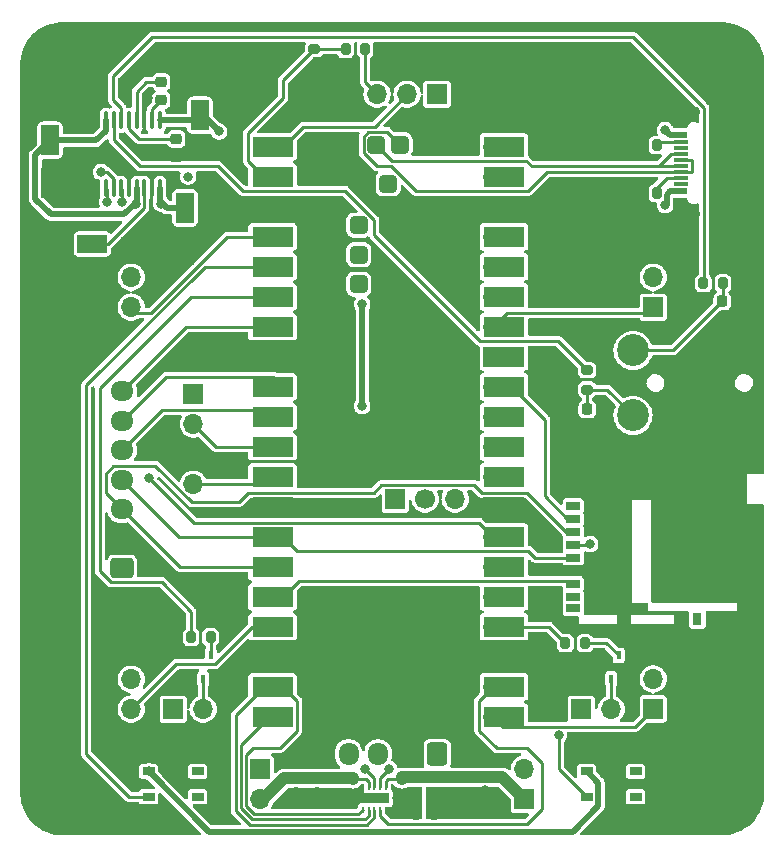
<source format=gbr>
%TF.GenerationSoftware,KiCad,Pcbnew,7.0.10-7.0.10~ubuntu22.04.1*%
%TF.CreationDate,2024-07-18T16:59:02+09:00*%
%TF.ProjectId,TurtlePico,54757274-6c65-4506-9963-6f2e6b696361,rev?*%
%TF.SameCoordinates,Original*%
%TF.FileFunction,Copper,L1,Top*%
%TF.FilePolarity,Positive*%
%FSLAX46Y46*%
G04 Gerber Fmt 4.6, Leading zero omitted, Abs format (unit mm)*
G04 Created by KiCad (PCBNEW 7.0.10-7.0.10~ubuntu22.04.1) date 2024-07-18 16:59:02*
%MOMM*%
%LPD*%
G01*
G04 APERTURE LIST*
G04 Aperture macros list*
%AMRoundRect*
0 Rectangle with rounded corners*
0 $1 Rounding radius*
0 $2 $3 $4 $5 $6 $7 $8 $9 X,Y pos of 4 corners*
0 Add a 4 corners polygon primitive as box body*
4,1,4,$2,$3,$4,$5,$6,$7,$8,$9,$2,$3,0*
0 Add four circle primitives for the rounded corners*
1,1,$1+$1,$2,$3*
1,1,$1+$1,$4,$5*
1,1,$1+$1,$6,$7*
1,1,$1+$1,$8,$9*
0 Add four rect primitives between the rounded corners*
20,1,$1+$1,$2,$3,$4,$5,0*
20,1,$1+$1,$4,$5,$6,$7,0*
20,1,$1+$1,$6,$7,$8,$9,0*
20,1,$1+$1,$8,$9,$2,$3,0*%
G04 Aperture macros list end*
%TA.AperFunction,ComponentPad*%
%ADD10C,5.600000*%
%TD*%
%TA.AperFunction,SMDPad,CuDef*%
%ADD11R,0.450000X0.700000*%
%TD*%
%TA.AperFunction,SMDPad,CuDef*%
%ADD12RoundRect,0.200000X-0.200000X-0.275000X0.200000X-0.275000X0.200000X0.275000X-0.200000X0.275000X0*%
%TD*%
%TA.AperFunction,SMDPad,CuDef*%
%ADD13RoundRect,0.200000X-0.275000X0.200000X-0.275000X-0.200000X0.275000X-0.200000X0.275000X0.200000X0*%
%TD*%
%TA.AperFunction,SMDPad,CuDef*%
%ADD14RoundRect,0.200000X0.200000X0.275000X-0.200000X0.275000X-0.200000X-0.275000X0.200000X-0.275000X0*%
%TD*%
%TA.AperFunction,SMDPad,CuDef*%
%ADD15R,0.250000X0.500000*%
%TD*%
%TA.AperFunction,SMDPad,CuDef*%
%ADD16R,2.000000X0.900000*%
%TD*%
%TA.AperFunction,ComponentPad*%
%ADD17C,2.704000*%
%TD*%
%TA.AperFunction,ComponentPad*%
%ADD18R,1.700000X1.700000*%
%TD*%
%TA.AperFunction,ComponentPad*%
%ADD19O,1.700000X1.700000*%
%TD*%
%TA.AperFunction,SMDPad,CuDef*%
%ADD20RoundRect,0.225000X0.225000X0.250000X-0.225000X0.250000X-0.225000X-0.250000X0.225000X-0.250000X0*%
%TD*%
%TA.AperFunction,SMDPad,CuDef*%
%ADD21R,1.050000X0.650000*%
%TD*%
%TA.AperFunction,SMDPad,CuDef*%
%ADD22RoundRect,0.250000X-0.550000X1.050000X-0.550000X-1.050000X0.550000X-1.050000X0.550000X1.050000X0*%
%TD*%
%TA.AperFunction,SMDPad,CuDef*%
%ADD23RoundRect,0.225000X0.250000X-0.225000X0.250000X0.225000X-0.250000X0.225000X-0.250000X-0.225000X0*%
%TD*%
%TA.AperFunction,SMDPad,CuDef*%
%ADD24RoundRect,0.225000X-0.225000X-0.250000X0.225000X-0.250000X0.225000X0.250000X-0.225000X0.250000X0*%
%TD*%
%TA.AperFunction,SMDPad,CuDef*%
%ADD25R,3.500000X1.700000*%
%TD*%
%TA.AperFunction,ComponentPad*%
%ADD26C,1.700000*%
%TD*%
%TA.AperFunction,SMDPad,CuDef*%
%ADD27RoundRect,0.381000X-0.381000X-0.381000X0.381000X-0.381000X0.381000X0.381000X-0.381000X0.381000X0*%
%TD*%
%TA.AperFunction,SMDPad,CuDef*%
%ADD28R,1.200000X0.700000*%
%TD*%
%TA.AperFunction,SMDPad,CuDef*%
%ADD29R,0.800000X1.000000*%
%TD*%
%TA.AperFunction,SMDPad,CuDef*%
%ADD30R,1.200000X1.000000*%
%TD*%
%TA.AperFunction,SMDPad,CuDef*%
%ADD31R,2.800000X1.000000*%
%TD*%
%TA.AperFunction,SMDPad,CuDef*%
%ADD32R,1.900000X1.300000*%
%TD*%
%TA.AperFunction,SMDPad,CuDef*%
%ADD33RoundRect,0.250000X1.050000X0.550000X-1.050000X0.550000X-1.050000X-0.550000X1.050000X-0.550000X0*%
%TD*%
%TA.AperFunction,SMDPad,CuDef*%
%ADD34RoundRect,0.100000X-0.100000X0.637500X-0.100000X-0.637500X0.100000X-0.637500X0.100000X0.637500X0*%
%TD*%
%TA.AperFunction,SMDPad,CuDef*%
%ADD35R,1.150000X0.600000*%
%TD*%
%TA.AperFunction,SMDPad,CuDef*%
%ADD36R,1.150000X0.300000*%
%TD*%
%TA.AperFunction,ComponentPad*%
%ADD37O,1.800000X1.000000*%
%TD*%
%TA.AperFunction,ComponentPad*%
%ADD38O,2.100000X1.000000*%
%TD*%
%TA.AperFunction,SMDPad,CuDef*%
%ADD39RoundRect,0.250000X0.550000X-1.050000X0.550000X1.050000X-0.550000X1.050000X-0.550000X-1.050000X0*%
%TD*%
%TA.AperFunction,SMDPad,CuDef*%
%ADD40RoundRect,0.225000X-0.250000X0.225000X-0.250000X-0.225000X0.250000X-0.225000X0.250000X0.225000X0*%
%TD*%
%TA.AperFunction,ComponentPad*%
%ADD41RoundRect,0.250000X0.725000X-0.600000X0.725000X0.600000X-0.725000X0.600000X-0.725000X-0.600000X0*%
%TD*%
%TA.AperFunction,ComponentPad*%
%ADD42O,1.950000X1.700000*%
%TD*%
%TA.AperFunction,ComponentPad*%
%ADD43RoundRect,0.250000X0.600000X0.725000X-0.600000X0.725000X-0.600000X-0.725000X0.600000X-0.725000X0*%
%TD*%
%TA.AperFunction,ComponentPad*%
%ADD44O,1.700000X1.950000*%
%TD*%
%TA.AperFunction,ViaPad*%
%ADD45C,1.200000*%
%TD*%
%TA.AperFunction,ViaPad*%
%ADD46C,0.800000*%
%TD*%
%TA.AperFunction,Conductor*%
%ADD47C,0.250000*%
%TD*%
%TA.AperFunction,Conductor*%
%ADD48C,0.500000*%
%TD*%
%TA.AperFunction,Conductor*%
%ADD49C,1.000000*%
%TD*%
G04 APERTURE END LIST*
D10*
%TO.P,REF\u002A\u002A,1*%
%TO.N,GND*%
X117856000Y-126492000D03*
%TD*%
D11*
%TO.P,Q1,1,B*%
%TO.N,Net-(Q1-B)*%
X164988000Y-114840000D03*
%TO.P,Q1,2,E*%
%TO.N,GND*%
X163688000Y-114840000D03*
%TO.P,Q1,3,C*%
%TO.N,Net-(J3-Pin_2)*%
X164338000Y-116840000D03*
%TD*%
D12*
%TO.P,R4,1*%
%TO.N,GND*%
X166561000Y-71628000D03*
%TO.P,R4,2*%
%TO.N,Net-(J1-CC2)*%
X168211000Y-71628000D03*
%TD*%
D13*
%TO.P,R8,1*%
%TO.N,/GP1*%
X139192000Y-63500000D03*
%TO.P,R8,2*%
%TO.N,GND*%
X139192000Y-65150000D03*
%TD*%
D14*
%TO.P,R7,1*%
%TO.N,Net-(J7-Pin_3)*%
X143510000Y-63500000D03*
%TO.P,R7,2*%
%TO.N,/GP1*%
X141860000Y-63500000D03*
%TD*%
D15*
%TO.P,IC1,1,VM*%
%TO.N,+5V*%
X145796000Y-125984000D03*
%TO.P,IC1,2,AOUT1*%
%TO.N,Net-(IC1-AOUT1)*%
X145296000Y-125984000D03*
%TO.P,IC1,3,AOUT2*%
%TO.N,Net-(IC1-AOUT2)*%
X144796000Y-125984000D03*
%TO.P,IC1,4,BOUT1*%
%TO.N,Net-(IC1-BOUT1)*%
X144296000Y-125984000D03*
%TO.P,IC1,5,BOUT2*%
%TO.N,Net-(IC1-BOUT2)*%
X143796000Y-125984000D03*
%TO.P,IC1,6,GND_1*%
%TO.N,GND*%
X143296000Y-125984000D03*
%TO.P,IC1,7,BIN2_/_BENBL*%
%TO.N,/GP14*%
X143296000Y-127884000D03*
%TO.P,IC1,8,BIN1_/_BPHASE*%
%TO.N,/GP15*%
X143796000Y-127884000D03*
%TO.P,IC1,9,AIN2_/_AENBL*%
%TO.N,/GP14*%
X144296000Y-127884000D03*
%TO.P,IC1,10,AIN1_/_APHASE*%
%TO.N,/GP17*%
X144796000Y-127884000D03*
%TO.P,IC1,11,MODE*%
%TO.N,+5V*%
X145296000Y-127884000D03*
%TO.P,IC1,12,VCC*%
X145796000Y-127884000D03*
D16*
%TO.P,IC1,13,GND_2*%
%TO.N,GND*%
X144546000Y-126934000D03*
%TD*%
D14*
%TO.P,R6,1*%
%TO.N,Net-(Q2-B)*%
X130428000Y-113284000D03*
%TO.P,R6,2*%
%TO.N,/GP4*%
X128778000Y-113284000D03*
%TD*%
D10*
%TO.P,REF\u002A\u002A,1*%
%TO.N,GND*%
X173736000Y-126492000D03*
%TD*%
D14*
%TO.P,R5,1*%
%TO.N,Net-(Q1-B)*%
X162115000Y-113792000D03*
%TO.P,R5,2*%
%TO.N,/GP18*%
X160465000Y-113792000D03*
%TD*%
D17*
%TO.P,J2,R*%
%TO.N,Net-(C2-Pad1)*%
X166188000Y-94514000D03*
%TO.P,J2,S*%
%TO.N,GND*%
X171488000Y-90264000D03*
%TO.P,J2,T*%
%TO.N,Net-(C1-Pad1)*%
X166188000Y-89014000D03*
%TD*%
D18*
%TO.P,J10,1,Pin_1*%
%TO.N,Net-(IC1-BOUT1)*%
X134620000Y-124460000D03*
D19*
%TO.P,J10,2,Pin_2*%
%TO.N,Net-(IC1-BOUT2)*%
X134620000Y-127000000D03*
%TD*%
D18*
%TO.P,J9,1,Pin_1*%
%TO.N,Net-(IC1-AOUT1)*%
X156972000Y-127000000D03*
D19*
%TO.P,J9,2,Pin_2*%
%TO.N,Net-(IC1-AOUT2)*%
X156972000Y-124460000D03*
%TD*%
D20*
%TO.P,C2,1*%
%TO.N,Net-(C2-Pad1)*%
X162319000Y-93980000D03*
%TO.P,C2,2*%
%TO.N,GND*%
X160769000Y-93980000D03*
%TD*%
D21*
%TO.P,SW2,1,1*%
%TO.N,+3.3V*%
X125179000Y-124655000D03*
%TO.P,SW2,2,2*%
%TO.N,/GP3*%
X125179000Y-126805000D03*
%TO.P,SW2,3*%
%TO.N,N/C*%
X129329000Y-124655000D03*
%TO.P,SW2,4*%
X129329000Y-126805000D03*
%TD*%
D22*
%TO.P,C6,1*%
%TO.N,+3.3V*%
X128270000Y-76940000D03*
%TO.P,C6,2*%
%TO.N,GND*%
X128270000Y-80540000D03*
%TD*%
D12*
%TO.P,R3,1*%
%TO.N,Net-(U1-OUTL)*%
X172149000Y-83312000D03*
%TO.P,R3,2*%
%TO.N,Net-(C1-Pad1)*%
X173799000Y-83312000D03*
%TD*%
D23*
%TO.P,C3,1*%
%TO.N,Net-(U1-CAPP)*%
X126238000Y-67818000D03*
%TO.P,C3,2*%
%TO.N,Net-(U1-CAPM)*%
X126238000Y-66268000D03*
%TD*%
D18*
%TO.P,J6,1,Pin_1*%
%TO.N,+5V*%
X128965000Y-92710000D03*
D19*
%TO.P,J6,2,Pin_2*%
%TO.N,/GP8*%
X128965000Y-95250000D03*
%TO.P,J6,3,Pin_3*%
%TO.N,GND*%
X128965000Y-97790000D03*
%TO.P,J6,4,Pin_4*%
%TO.N,/GP9*%
X128965000Y-100330000D03*
%TD*%
D18*
%TO.P,J4,1,Pin_1*%
%TO.N,+5V*%
X127254000Y-119380000D03*
D19*
%TO.P,J4,2,Pin_2*%
%TO.N,Net-(J4-Pin_2)*%
X129794000Y-119380000D03*
%TD*%
D24*
%TO.P,C9,1*%
%TO.N,+5V*%
X147815000Y-126746000D03*
%TO.P,C9,2*%
%TO.N,GND*%
X149365000Y-126746000D03*
%TD*%
D21*
%TO.P,SW1,1,1*%
%TO.N,+3.3V*%
X162263000Y-124655000D03*
%TO.P,SW1,2,2*%
%TO.N,/GP22*%
X162263000Y-126805000D03*
%TO.P,SW1,3*%
%TO.N,N/C*%
X166413000Y-124655000D03*
%TO.P,SW1,4*%
X166413000Y-126805000D03*
%TD*%
D18*
%TO.P,J7,1,Pin_1*%
%TO.N,+5V*%
X149596000Y-67310000D03*
D19*
%TO.P,J7,2,Pin_2*%
%TO.N,/GP0*%
X147056000Y-67310000D03*
%TO.P,J7,3,Pin_3*%
%TO.N,Net-(J7-Pin_3)*%
X144516000Y-67310000D03*
%TO.P,J7,4,Pin_4*%
%TO.N,GND*%
X141976000Y-67310000D03*
%TD*%
%TO.P,U2,1,GPIO0*%
%TO.N,/GP0*%
X136575900Y-71770000D03*
D25*
X135675900Y-71770000D03*
D19*
%TO.P,U2,2,GPIO1*%
%TO.N,/GP1*%
X136575900Y-74310000D03*
D25*
X135675900Y-74310000D03*
D18*
%TO.P,U2,3,GND*%
%TO.N,GND*%
X136575900Y-76850000D03*
D25*
X135675900Y-76850000D03*
D19*
%TO.P,U2,4,GPIO2*%
%TO.N,/GP2*%
X136575900Y-79390000D03*
D25*
X135675900Y-79390000D03*
D19*
%TO.P,U2,5,GPIO3*%
%TO.N,/GP3*%
X136575900Y-81930000D03*
D25*
X135675900Y-81930000D03*
D19*
%TO.P,U2,6,GPIO4*%
%TO.N,/GP4*%
X136575900Y-84470000D03*
D25*
X135675900Y-84470000D03*
D19*
%TO.P,U2,7,GPIO5*%
%TO.N,/GP5*%
X136575900Y-87010000D03*
D25*
X135675900Y-87010000D03*
D18*
%TO.P,U2,8,GND*%
%TO.N,GND*%
X136575900Y-89550000D03*
D25*
X135675900Y-89550000D03*
D19*
%TO.P,U2,9,GPIO6*%
%TO.N,/GP6*%
X136575900Y-92090000D03*
D25*
X135675900Y-92090000D03*
D19*
%TO.P,U2,10,GPIO7*%
%TO.N,/GP7*%
X136575900Y-94630000D03*
D25*
X135675900Y-94630000D03*
D19*
%TO.P,U2,11,GPIO8*%
%TO.N,/GP8*%
X136575900Y-97170000D03*
D25*
X135675900Y-97170000D03*
D19*
%TO.P,U2,12,GPIO9*%
%TO.N,/GP9*%
X136575900Y-99710000D03*
D25*
X135675900Y-99710000D03*
D18*
%TO.P,U2,13,GND*%
%TO.N,GND*%
X136575900Y-102250000D03*
D25*
X135675900Y-102250000D03*
D19*
%TO.P,U2,14,GPIO10*%
%TO.N,/GP10*%
X136575900Y-104790000D03*
D25*
X135675900Y-104790000D03*
D19*
%TO.P,U2,15,GPIO11*%
%TO.N,/GP11*%
X136575900Y-107330000D03*
D25*
X135675900Y-107330000D03*
D19*
%TO.P,U2,16,GPIO12*%
%TO.N,/GP12*%
X136575900Y-109870000D03*
D25*
X135675900Y-109870000D03*
D19*
%TO.P,U2,17,GPIO13*%
%TO.N,/GP13*%
X136575900Y-112410000D03*
D25*
X135675900Y-112410000D03*
D18*
%TO.P,U2,18,GND*%
%TO.N,GND*%
X136575900Y-114950000D03*
D25*
X135675900Y-114950000D03*
D19*
%TO.P,U2,19,GPIO14*%
%TO.N,/GP14*%
X136575900Y-117490000D03*
D25*
X135675900Y-117490000D03*
D19*
%TO.P,U2,20,GPIO15*%
%TO.N,/GP15*%
X136575900Y-120030000D03*
D25*
X135675900Y-120030000D03*
D19*
%TO.P,U2,21,GPIO16*%
%TO.N,/GP16*%
X154355900Y-120030000D03*
D25*
X155255900Y-120030000D03*
D19*
%TO.P,U2,22,GPIO17*%
%TO.N,/GP17*%
X154355900Y-117490000D03*
D25*
X155255900Y-117490000D03*
D18*
%TO.P,U2,23,GND*%
%TO.N,GND*%
X154355900Y-114950000D03*
D25*
X155255900Y-114950000D03*
D19*
%TO.P,U2,24,GPIO18*%
%TO.N,/GP18*%
X154355900Y-112410000D03*
D25*
X155255900Y-112410000D03*
D19*
%TO.P,U2,25,GPIO19*%
%TO.N,/GP19*%
X154355900Y-109870000D03*
D25*
X155255900Y-109870000D03*
D19*
%TO.P,U2,26,GPIO20*%
%TO.N,/GP20*%
X154355900Y-107330000D03*
D25*
X155255900Y-107330000D03*
D19*
%TO.P,U2,27,GPIO21*%
%TO.N,/GP21*%
X154355900Y-104790000D03*
D25*
X155255900Y-104790000D03*
D18*
%TO.P,U2,28,GND*%
%TO.N,GND*%
X154355900Y-102250000D03*
D25*
X155255900Y-102250000D03*
D19*
%TO.P,U2,29,GPIO22*%
%TO.N,/GP22*%
X154355900Y-99710000D03*
D25*
X155255900Y-99710000D03*
D19*
%TO.P,U2,30,RUN*%
%TO.N,unconnected-(U2-RUN-Pad30)*%
X154355900Y-97170000D03*
D25*
X155255900Y-97170000D03*
D19*
%TO.P,U2,31,GPIO26_ADC0*%
%TO.N,unconnected-(U2-GPIO26_ADC0-Pad31)*%
X154355900Y-94630000D03*
D25*
X155255900Y-94630000D03*
D19*
%TO.P,U2,32,GPIO27_ADC1*%
%TO.N,/GP27*%
X154355900Y-92090000D03*
D25*
X155255900Y-92090000D03*
D18*
%TO.P,U2,33,AGND*%
%TO.N,unconnected-(U2-AGND-Pad33)*%
X154355900Y-89550000D03*
D25*
X155255900Y-89550000D03*
D19*
%TO.P,U2,34,GPIO28_ADC2*%
%TO.N,/GP28*%
X154355900Y-87010000D03*
D25*
X155255900Y-87010000D03*
D19*
%TO.P,U2,35,ADC_VREF*%
%TO.N,unconnected-(U2-ADC_VREF-Pad35)*%
X154355900Y-84470000D03*
D25*
X155255900Y-84470000D03*
D19*
%TO.P,U2,36,3V3*%
%TO.N,+3.3V*%
X154355900Y-81930000D03*
D25*
X155255900Y-81930000D03*
D19*
%TO.P,U2,37,3V3_EN*%
%TO.N,unconnected-(U2-3V3_EN-Pad37)*%
X154355900Y-79390000D03*
D25*
X155255900Y-79390000D03*
D18*
%TO.P,U2,38,GND*%
%TO.N,GND*%
X154355900Y-76850000D03*
D25*
X155255900Y-76850000D03*
D19*
%TO.P,U2,39,VSYS*%
%TO.N,unconnected-(U2-VSYS-Pad39)*%
X154355900Y-74310000D03*
D25*
X155255900Y-74310000D03*
D19*
%TO.P,U2,40,VBUS*%
%TO.N,+5V*%
X154355900Y-71770000D03*
D25*
X155255900Y-71770000D03*
D18*
%TO.P,U2,41,SWCLK*%
%TO.N,unconnected-(U2-SWCLK-Pad41)*%
X146050000Y-101600000D03*
D26*
%TO.P,U2,42,GND*%
%TO.N,unconnected-(U2-GND-Pad42)*%
X148590000Y-101600000D03*
D19*
%TO.P,U2,43,SWDIO*%
%TO.N,unconnected-(U2-SWDIO-Pad43)*%
X151130000Y-101600000D03*
D27*
%TO.P,U2,TP1,GND*%
%TO.N,unconnected-(U2-GND-PadTP1)*%
X145465900Y-74900000D03*
%TO.P,U2,TP2,USB_DM*%
%TO.N,Net-(J1-DN1)*%
X146465900Y-71600000D03*
%TO.P,U2,TP3,USB_DP*%
%TO.N,Net-(J1-DP1)*%
X144465900Y-71600000D03*
%TO.P,U2,TP4,GPIO23*%
%TO.N,unconnected-(U2-GPIO23-PadTP4)*%
X142965900Y-78400000D03*
%TO.P,U2,TP5,GPIO25*%
%TO.N,unconnected-(U2-GPIO25-PadTP5)*%
X142965900Y-80900000D03*
%TO.P,U2,TP6,BOOTSEL*%
%TO.N,unconnected-(U2-BOOTSEL-PadTP6)*%
X142965900Y-83400000D03*
%TD*%
D28*
%TO.P,J11,1,DAT2*%
%TO.N,unconnected-(J11-DAT2-Pad1)*%
X161133000Y-102160000D03*
%TO.P,J11,2,DAT3/CD*%
%TO.N,/GP27*%
X161133000Y-103260000D03*
%TO.P,J11,3,CMD*%
%TO.N,/GP11*%
X161133000Y-104360000D03*
%TO.P,J11,4,VDD*%
%TO.N,+5V*%
X161133000Y-105460000D03*
%TO.P,J11,5,CLK*%
%TO.N,/GP10*%
X161133000Y-106560000D03*
%TO.P,J11,6,VSS*%
%TO.N,GND*%
X161133000Y-107660000D03*
%TO.P,J11,7,DAT0*%
%TO.N,/GP12*%
X161133000Y-108760000D03*
%TO.P,J11,8,DAT1*%
%TO.N,unconnected-(J11-DAT1-Pad8)*%
X161133000Y-109860000D03*
%TO.P,J11,9,DET_B*%
%TO.N,unconnected-(J11-DET_B-Pad9)*%
X161133000Y-110810000D03*
D29*
%TO.P,J11,10,DET_A*%
%TO.N,unconnected-(J11-DET_A-Pad10)*%
X171633000Y-111760000D03*
D30*
%TO.P,J11,11,SHIELD*%
%TO.N,GND*%
X165433000Y-111760000D03*
D31*
X175783000Y-111760000D03*
D30*
X161133000Y-100610000D03*
D32*
X176233000Y-98260000D03*
%TD*%
D33*
%TO.P,C8,1*%
%TO.N,Net-(U1-LDOO)*%
X120418000Y-80010000D03*
%TO.P,C8,2*%
%TO.N,GND*%
X116818000Y-80010000D03*
%TD*%
D12*
%TO.P,R1,1*%
%TO.N,GND*%
X166561000Y-75692000D03*
%TO.P,R1,2*%
%TO.N,Net-(J1-CC1)*%
X168211000Y-75692000D03*
%TD*%
D18*
%TO.P,J3,1,Pin_1*%
%TO.N,+5V*%
X161798000Y-119380000D03*
D19*
%TO.P,J3,2,Pin_2*%
%TO.N,Net-(J3-Pin_2)*%
X164338000Y-119380000D03*
%TD*%
D34*
%TO.P,U1,1,CPVDD*%
%TO.N,+3.3V*%
X126115000Y-69527500D03*
%TO.P,U1,2,CAPP*%
%TO.N,Net-(U1-CAPP)*%
X125465000Y-69527500D03*
%TO.P,U1,3,CPGND*%
%TO.N,GND*%
X124815000Y-69527500D03*
%TO.P,U1,4,CAPM*%
%TO.N,Net-(U1-CAPM)*%
X124165000Y-69527500D03*
%TO.P,U1,5,VNEG*%
%TO.N,Net-(U1-VNEG)*%
X123515000Y-69527500D03*
%TO.P,U1,6,OUTL*%
%TO.N,Net-(U1-OUTL)*%
X122865000Y-69527500D03*
%TO.P,U1,7,OUTR*%
%TO.N,Net-(U1-OUTR)*%
X122215000Y-69527500D03*
%TO.P,U1,8,AVDD*%
%TO.N,+3.3V*%
X121565000Y-69527500D03*
%TO.P,U1,9,AGND*%
%TO.N,GND*%
X120915000Y-69527500D03*
%TO.P,U1,10,DEMP*%
X120265000Y-69527500D03*
%TO.P,U1,11,FLT*%
X120265000Y-75252500D03*
%TO.P,U1,12,SCK*%
X120915000Y-75252500D03*
%TO.P,U1,13,BCK*%
%TO.N,/GP19*%
X121565000Y-75252500D03*
%TO.P,U1,14,DIN*%
%TO.N,/GP21*%
X122215000Y-75252500D03*
%TO.P,U1,15,LRCK*%
%TO.N,/GP20*%
X122865000Y-75252500D03*
%TO.P,U1,16,FMT*%
%TO.N,GND*%
X123515000Y-75252500D03*
%TO.P,U1,17,XSMT*%
%TO.N,+3.3V*%
X124165000Y-75252500D03*
%TO.P,U1,18,LDOO*%
%TO.N,Net-(U1-LDOO)*%
X124815000Y-75252500D03*
%TO.P,U1,19,DGND*%
%TO.N,GND*%
X125465000Y-75252500D03*
%TO.P,U1,20,DVDD*%
%TO.N,+3.3V*%
X126115000Y-75252500D03*
%TD*%
D24*
%TO.P,C10,1*%
%TO.N,+5V*%
X147828000Y-128270000D03*
%TO.P,C10,2*%
%TO.N,GND*%
X149378000Y-128270000D03*
%TD*%
D10*
%TO.P,REF\u002A\u002A,1*%
%TO.N,GND*%
X117856000Y-64770000D03*
%TD*%
D35*
%TO.P,J1,A1_B12,GND*%
%TO.N,GND*%
X170143700Y-76350400D03*
%TO.P,J1,A4_B9,VBUS*%
%TO.N,+5V*%
X170143700Y-75550000D03*
D36*
%TO.P,J1,A5,CC1*%
%TO.N,Net-(J1-CC1)*%
X170272500Y-74400000D03*
%TO.P,J1,A6,DP1*%
%TO.N,Net-(J1-DP1)*%
X170272500Y-73400000D03*
%TO.P,J1,A7,DN1*%
%TO.N,Net-(J1-DN1)*%
X170272500Y-72900000D03*
%TO.P,J1,A8,SBU1*%
%TO.N,unconnected-(J1-SBU1-PadA8)*%
X170272500Y-71900000D03*
D35*
%TO.P,J1,B1_A12,GND*%
%TO.N,GND*%
X170143700Y-69950000D03*
%TO.P,J1,B4_A9,VBUS*%
%TO.N,+5V*%
X170143700Y-70750000D03*
D36*
%TO.P,J1,B5,CC2*%
%TO.N,Net-(J1-CC2)*%
X170272500Y-71400000D03*
%TO.P,J1,B6,DP2*%
%TO.N,Net-(J1-DP1)*%
X170272500Y-72400000D03*
%TO.P,J1,B7,DN2*%
%TO.N,Net-(J1-DN1)*%
X170272500Y-73900000D03*
%TO.P,J1,B8,SBU2*%
%TO.N,unconnected-(J1-SBU2-PadB8)*%
X170272500Y-74900000D03*
D37*
%TO.P,J1,S1,SHIELD*%
%TO.N,GND*%
X175017500Y-77470000D03*
%TO.P,J1,S2,SHIELD*%
X175017500Y-68830000D03*
D38*
%TO.P,J1,S3,SHIELD*%
X170837500Y-77470000D03*
%TO.P,J1,S4,SHIELD*%
X170837500Y-68830000D03*
%TD*%
D10*
%TO.P,REF\u002A\u002A,1*%
%TO.N,GND*%
X173736000Y-64770000D03*
%TD*%
D11*
%TO.P,Q2,1,B*%
%TO.N,Net-(Q2-B)*%
X130444000Y-114840000D03*
%TO.P,Q2,2,E*%
%TO.N,GND*%
X129144000Y-114840000D03*
%TO.P,Q2,3,C*%
%TO.N,Net-(J4-Pin_2)*%
X129794000Y-116840000D03*
%TD*%
D22*
%TO.P,C7,1*%
%TO.N,+3.3V*%
X116840000Y-71225000D03*
%TO.P,C7,2*%
%TO.N,GND*%
X116840000Y-74825000D03*
%TD*%
D39*
%TO.P,C5,1*%
%TO.N,+3.3V*%
X129540000Y-69110000D03*
%TO.P,C5,2*%
%TO.N,GND*%
X129540000Y-65510000D03*
%TD*%
D13*
%TO.P,R2,1*%
%TO.N,Net-(U1-OUTR)*%
X162306000Y-90678000D03*
%TO.P,R2,2*%
%TO.N,Net-(C2-Pad1)*%
X162306000Y-92328000D03*
%TD*%
D40*
%TO.P,C4,1*%
%TO.N,Net-(U1-VNEG)*%
X127508000Y-71107000D03*
%TO.P,C4,2*%
%TO.N,GND*%
X127508000Y-72657000D03*
%TD*%
D20*
%TO.P,C1,1*%
%TO.N,Net-(C1-Pad1)*%
X173749000Y-84836000D03*
%TO.P,C1,2*%
%TO.N,GND*%
X172199000Y-84836000D03*
%TD*%
D18*
%TO.P,J14,1,Pin_1*%
%TO.N,/GP16*%
X167894000Y-119365000D03*
D19*
%TO.P,J14,2,Pin_2*%
%TO.N,+5V*%
X167894000Y-116825000D03*
%TO.P,J14,3,Pin_3*%
%TO.N,GND*%
X167894000Y-114285000D03*
%TD*%
D41*
%TO.P,J8,1,Pin_1*%
%TO.N,+3.3V*%
X122936000Y-107456000D03*
D42*
%TO.P,J8,2,Pin_2*%
%TO.N,GND*%
X122936000Y-104956000D03*
%TO.P,J8,3,Pin_3*%
%TO.N,/GP11*%
X122936000Y-102456000D03*
%TO.P,J8,4,Pin_4*%
%TO.N,/GP10*%
X122936000Y-99956000D03*
%TO.P,J8,5,Pin_5*%
%TO.N,/GP7*%
X122936000Y-97456000D03*
%TO.P,J8,6,Pin_6*%
%TO.N,/GP6*%
X122936000Y-94956000D03*
%TO.P,J8,7,Pin_7*%
%TO.N,/GP5*%
X122936000Y-92456000D03*
%TD*%
D18*
%TO.P,J13,1,Pin_1*%
%TO.N,GND*%
X123698000Y-80264000D03*
D19*
%TO.P,J13,2,Pin_2*%
%TO.N,+5V*%
X123698000Y-82804000D03*
%TO.P,J13,3,Pin_3*%
%TO.N,/GP2*%
X123698000Y-85344000D03*
%TD*%
D18*
%TO.P,J12,1,Pin_1*%
%TO.N,/GP28*%
X167894000Y-85344000D03*
D19*
%TO.P,J12,2,Pin_2*%
%TO.N,+5V*%
X167894000Y-82804000D03*
%TO.P,J12,3,Pin_3*%
%TO.N,GND*%
X167894000Y-80264000D03*
%TD*%
D18*
%TO.P,J15,1,Pin_1*%
%TO.N,GND*%
X123698000Y-114300000D03*
D19*
%TO.P,J15,2,Pin_2*%
%TO.N,+5V*%
X123698000Y-116840000D03*
%TO.P,J15,3,Pin_3*%
%TO.N,/GP13*%
X123698000Y-119380000D03*
%TD*%
D43*
%TO.P,J5,1,Pin_1*%
%TO.N,+5V*%
X149606000Y-123190000D03*
D44*
%TO.P,J5,2,Pin_2*%
%TO.N,GND*%
X147106000Y-123190000D03*
%TO.P,J5,3,Pin_3*%
%TO.N,/GP8*%
X144606000Y-123190000D03*
%TO.P,J5,4,Pin_4*%
%TO.N,/GP9*%
X142106000Y-123190000D03*
%TD*%
D45*
%TO.N,GND*%
X137668000Y-126542800D03*
D46*
X152146000Y-123698000D03*
X135636000Y-67310000D03*
X125163000Y-67604959D03*
D45*
X138938000Y-121666000D03*
D46*
X124460000Y-64770000D03*
D45*
X140462000Y-121666000D03*
X139446000Y-126542800D03*
D46*
X153670000Y-126238000D03*
%TO.N,+3.3V*%
X131146918Y-70470000D03*
X125179000Y-124655000D03*
X126238000Y-76581000D03*
X124079000Y-76581000D03*
D45*
%TO.N,+5V*%
X146380200Y-126923800D03*
X146583400Y-128117600D03*
D46*
X143256000Y-93726000D03*
X162560000Y-105410000D03*
X143256000Y-85090000D03*
X168910000Y-70358000D03*
X168910000Y-76708000D03*
%TO.N,/GP22*%
X159893000Y-121605000D03*
%TO.N,/GP19*%
X121666000Y-76454000D03*
%TO.N,/GP20*%
X122936000Y-76454000D03*
%TO.N,/GP21*%
X121158000Y-73914000D03*
X125222000Y-99822000D03*
X128524000Y-74295000D03*
%TO.N,Net-(IC1-AOUT2)*%
X145542000Y-124460000D03*
%TO.N,Net-(IC1-BOUT1)*%
X143510000Y-124460000D03*
%TD*%
D47*
%TO.N,GND*%
X137750900Y-98345000D02*
X138938000Y-97157900D01*
X128965000Y-97790000D02*
X129520000Y-98345000D01*
X137048000Y-89550000D02*
X136575900Y-89550000D01*
X138938000Y-97157900D02*
X138938000Y-91440000D01*
X138938000Y-91440000D02*
X137048000Y-89550000D01*
X129520000Y-98345000D02*
X137750900Y-98345000D01*
D48*
%TO.N,+3.3V*%
X128270000Y-76940000D02*
X126732000Y-76940000D01*
X129122500Y-69527500D02*
X129540000Y-69110000D01*
X115570000Y-76151878D02*
X115570000Y-72495000D01*
X126373000Y-76581000D02*
X126238000Y-76581000D01*
X124165000Y-76427082D02*
X124079000Y-76513082D01*
X126238000Y-76446000D02*
X126115000Y-76323000D01*
X123122082Y-77470000D02*
X116888122Y-77470000D01*
X120735588Y-71225000D02*
X116840000Y-71225000D01*
X163238000Y-125630000D02*
X162263000Y-124655000D01*
X121565000Y-69527500D02*
X121565000Y-70395588D01*
X126115000Y-76323000D02*
X126115000Y-75252500D01*
X126732000Y-76940000D02*
X126373000Y-76581000D01*
X129540000Y-69110000D02*
X129786918Y-69110000D01*
X163238000Y-127580000D02*
X163238000Y-125630000D01*
X124079000Y-76581000D02*
X124011082Y-76581000D01*
X129786918Y-69110000D02*
X131146918Y-70470000D01*
X126238000Y-76581000D02*
X126238000Y-76446000D01*
X116888122Y-77470000D02*
X115570000Y-76151878D01*
X126115000Y-69527500D02*
X129122500Y-69527500D01*
X121565000Y-70395588D02*
X120735588Y-71225000D01*
X124165000Y-75252500D02*
X124165000Y-76427082D01*
X125179000Y-124655000D02*
X130269000Y-129745000D01*
X124011082Y-76581000D02*
X123122082Y-77470000D01*
X124079000Y-76513082D02*
X124079000Y-76581000D01*
X130269000Y-129745000D02*
X161073000Y-129745000D01*
X161073000Y-129745000D02*
X163238000Y-127580000D01*
X115570000Y-72495000D02*
X116840000Y-71225000D01*
%TO.N,+5V*%
X169302000Y-70750000D02*
X170143700Y-70750000D01*
D49*
X147815000Y-128257000D02*
X147828000Y-128270000D01*
D48*
X170272500Y-75550000D02*
X169330000Y-75550000D01*
X168910000Y-70358000D02*
X169302000Y-70750000D01*
X168910000Y-76708000D02*
X169061000Y-76557000D01*
X169330000Y-75550000D02*
X169061000Y-75819000D01*
X143256000Y-85090000D02*
X143256000Y-93726000D01*
D47*
X161133000Y-105460000D02*
X162510000Y-105460000D01*
D48*
X169061000Y-76557000D02*
X169061000Y-75819000D01*
D47*
X145296000Y-127884000D02*
X145796000Y-127884000D01*
X162510000Y-105460000D02*
X162560000Y-105410000D01*
%TO.N,Net-(J1-DN1)*%
X143378900Y-70926566D02*
X143792466Y-70513000D01*
X171196000Y-73851500D02*
X171196000Y-72948500D01*
X147822334Y-75485000D02*
X145732334Y-73395000D01*
X145378900Y-70513000D02*
X146465900Y-71600000D01*
X158915900Y-73900000D02*
X157330900Y-75485000D01*
X170272500Y-73900000D02*
X171147500Y-73900000D01*
X143378900Y-72273434D02*
X143378900Y-70926566D01*
X145732334Y-73395000D02*
X144500466Y-73395000D01*
X171196000Y-72948500D02*
X171147500Y-72900000D01*
X171147500Y-73900000D02*
X171196000Y-73851500D01*
X170272500Y-73900000D02*
X158915900Y-73900000D01*
X144500466Y-73395000D02*
X143378900Y-72273434D01*
X171147500Y-72900000D02*
X170272500Y-72900000D01*
X143792466Y-70513000D02*
X145378900Y-70513000D01*
X157330900Y-75485000D02*
X147822334Y-75485000D01*
%TO.N,Net-(J3-Pin_2)*%
X164338000Y-119380000D02*
X164338000Y-116840000D01*
%TO.N,/GP8*%
X136575900Y-97170000D02*
X130885000Y-97170000D01*
X130885000Y-97170000D02*
X128965000Y-95250000D01*
%TO.N,/GP9*%
X135955900Y-100330000D02*
X136575900Y-99710000D01*
X136575900Y-99710000D02*
X135830900Y-98965000D01*
X128965000Y-100330000D02*
X135955900Y-100330000D01*
%TO.N,/GP13*%
X127508000Y-115570000D02*
X130810000Y-115570000D01*
X133970000Y-112410000D02*
X136575900Y-112410000D01*
X130810000Y-115570000D02*
X133970000Y-112410000D01*
X123698000Y-119380000D02*
X127508000Y-115570000D01*
%TO.N,/GP10*%
X136575900Y-104790000D02*
X127770000Y-104790000D01*
X157925900Y-106560000D02*
X157330900Y-105965000D01*
X137750900Y-105965000D02*
X136575900Y-104790000D01*
X127770000Y-104790000D02*
X122936000Y-99956000D01*
X161133000Y-106560000D02*
X157925900Y-106560000D01*
X157330900Y-105965000D02*
X137750900Y-105965000D01*
%TO.N,/GP11*%
X152749000Y-100425000D02*
X153399000Y-101075000D01*
X121539000Y-101059000D02*
X121539000Y-99441000D01*
X125754299Y-98781000D02*
X128827299Y-101854000D01*
X127810000Y-107330000D02*
X122936000Y-102456000D01*
X133600900Y-101075000D02*
X144225000Y-101075000D01*
X144875000Y-100425000D02*
X152749000Y-100425000D01*
X122936000Y-102456000D02*
X121539000Y-101059000D01*
X122199000Y-98781000D02*
X125754299Y-98781000D01*
X128827299Y-101854000D02*
X132821900Y-101854000D01*
X132821900Y-101854000D02*
X133600900Y-101075000D01*
X144225000Y-101075000D02*
X144875000Y-100425000D01*
X153399000Y-101075000D02*
X157226000Y-101075000D01*
X121539000Y-99441000D02*
X122199000Y-98781000D01*
X160511000Y-104360000D02*
X161133000Y-104360000D01*
X136575900Y-107330000D02*
X127810000Y-107330000D01*
X157226000Y-101075000D02*
X160511000Y-104360000D01*
%TO.N,/GP16*%
X166379000Y-120880000D02*
X155205900Y-120880000D01*
X167894000Y-119365000D02*
X166379000Y-120880000D01*
X155205900Y-120880000D02*
X154355900Y-120030000D01*
%TO.N,/GP17*%
X157226000Y-122682000D02*
X154657900Y-122682000D01*
X158496000Y-123952000D02*
X157226000Y-122682000D01*
X154657900Y-122682000D02*
X153180900Y-121205000D01*
X153180900Y-121205000D02*
X153180900Y-118665000D01*
X144796000Y-128409000D02*
X145482000Y-129095000D01*
X145482000Y-129095000D02*
X157227000Y-129095000D01*
X153180900Y-118665000D02*
X154355900Y-117490000D01*
X144796000Y-127884000D02*
X144796000Y-128409000D01*
X158496000Y-127826000D02*
X158496000Y-123952000D01*
X157227000Y-129095000D02*
X158496000Y-127826000D01*
%TO.N,/GP15*%
X136575900Y-120030000D02*
X135373819Y-120030000D01*
X135373819Y-120030000D02*
X132995000Y-122408819D01*
X132995000Y-127789396D02*
X133925604Y-128720000D01*
X143796000Y-128409000D02*
X143796000Y-127884000D01*
X133925604Y-128720000D02*
X143485000Y-128720000D01*
X132995000Y-122408819D02*
X132995000Y-127789396D01*
X143485000Y-128720000D02*
X143796000Y-128409000D01*
%TO.N,/GP7*%
X136575900Y-94630000D02*
X136020900Y-94075000D01*
X136020900Y-94075000D02*
X126317000Y-94075000D01*
X126317000Y-94075000D02*
X122936000Y-97456000D01*
%TO.N,/GP2*%
X125378100Y-85852000D02*
X123698000Y-85852000D01*
X136575900Y-79390000D02*
X131840100Y-79390000D01*
X131840100Y-79390000D02*
X125378100Y-85852000D01*
X136575900Y-79390000D02*
X136672900Y-79487000D01*
%TO.N,/GP3*%
X136575900Y-81930000D02*
X129936496Y-81930000D01*
X125179000Y-126805000D02*
X123503000Y-126805000D01*
X119888000Y-91978496D02*
X119888000Y-123190000D01*
X123503000Y-126805000D02*
X119888000Y-123190000D01*
X129936496Y-81930000D02*
X119888000Y-91978496D01*
%TO.N,/GP4*%
X128778000Y-111126000D02*
X126283000Y-108631000D01*
X121031000Y-107696100D02*
X121031000Y-92202000D01*
X126283000Y-108631000D02*
X121965900Y-108631000D01*
X121965900Y-108631000D02*
X121031000Y-107696100D01*
X128763000Y-84470000D02*
X136575900Y-84470000D01*
X128844000Y-112842000D02*
X128778000Y-112776000D01*
X121031000Y-92202000D02*
X128763000Y-84470000D01*
X128778000Y-112776000D02*
X128778000Y-111126000D01*
%TO.N,/GP5*%
X128382000Y-87010000D02*
X136575900Y-87010000D01*
X122936000Y-92456000D02*
X128382000Y-87010000D01*
%TO.N,/GP12*%
X161133000Y-108760000D02*
X160878000Y-108505000D01*
X160878000Y-108505000D02*
X137940900Y-108505000D01*
X137940900Y-108505000D02*
X136575900Y-109870000D01*
%TO.N,/GP6*%
X126652000Y-91240000D02*
X122936000Y-94956000D01*
X135725900Y-91240000D02*
X126652000Y-91240000D01*
X136575900Y-92090000D02*
X135725900Y-91240000D01*
%TO.N,Net-(Q1-B)*%
X163940000Y-113792000D02*
X164988000Y-114840000D01*
X162115000Y-113792000D02*
X163940000Y-113792000D01*
%TO.N,Net-(Q2-B)*%
X130444000Y-114840000D02*
X130444000Y-113300000D01*
X130444000Y-113300000D02*
X130428000Y-113284000D01*
%TO.N,/GP28*%
X155513900Y-85852000D02*
X154355900Y-87010000D01*
X167894000Y-85852000D02*
X155513900Y-85852000D01*
%TO.N,/GP27*%
X160633000Y-103260000D02*
X158750000Y-101377000D01*
X158750000Y-94874100D02*
X155965900Y-92090000D01*
X161133000Y-103260000D02*
X160633000Y-103260000D01*
X155965900Y-92090000D02*
X154355900Y-92090000D01*
X158750000Y-101377000D02*
X158750000Y-94874100D01*
%TO.N,/GP14*%
X133445000Y-127603000D02*
X133445000Y-123285000D01*
X133739208Y-129170000D02*
X132545000Y-127975792D01*
X132545000Y-119910900D02*
X134965900Y-117490000D01*
X143296000Y-127884000D02*
X142910000Y-128270000D01*
X144296000Y-128545396D02*
X143671396Y-129170000D01*
X136273900Y-122682000D02*
X137750900Y-121205000D01*
X143671396Y-129170000D02*
X133739208Y-129170000D01*
X144296000Y-127884000D02*
X144296000Y-128545396D01*
X142910000Y-128270000D02*
X134112000Y-128270000D01*
X132545000Y-127975792D02*
X132545000Y-119910900D01*
X137750900Y-118665000D02*
X136575900Y-117490000D01*
X134112000Y-128270000D02*
X133445000Y-127603000D01*
X133445000Y-123285000D02*
X134048000Y-122682000D01*
X134965900Y-117490000D02*
X136575900Y-117490000D01*
X137750900Y-121205000D02*
X137750900Y-118665000D01*
X134048000Y-122682000D02*
X136273900Y-122682000D01*
%TO.N,/GP22*%
X162263000Y-126805000D02*
X159893000Y-124435000D01*
X159893000Y-124435000D02*
X159893000Y-121605000D01*
%TO.N,/GP18*%
X160465000Y-113792000D02*
X159083000Y-112410000D01*
X159083000Y-112410000D02*
X154355900Y-112410000D01*
%TO.N,/GP19*%
X121666000Y-76454000D02*
X121666000Y-75353500D01*
X121666000Y-75353500D02*
X121565000Y-75252500D01*
%TO.N,/GP20*%
X122936000Y-75323500D02*
X122865000Y-75252500D01*
X122936000Y-76454000D02*
X122936000Y-75323500D01*
%TO.N,/GP21*%
X129015000Y-103615000D02*
X126746000Y-101346000D01*
X126746000Y-101346000D02*
X125222000Y-99822000D01*
X121158000Y-73914000D02*
X121613999Y-73914000D01*
X128524000Y-74295000D02*
X128419000Y-74190000D01*
X154355900Y-104790000D02*
X153180900Y-103615000D01*
X153180900Y-103615000D02*
X129015000Y-103615000D01*
X122215000Y-74515001D02*
X122215000Y-75252500D01*
X121613999Y-73914000D02*
X122215000Y-74515001D01*
%TO.N,Net-(C1-Pad1)*%
X173799000Y-83312000D02*
X173799000Y-84786000D01*
X173749000Y-84836000D02*
X169571000Y-89014000D01*
X173799000Y-85040000D02*
X173749000Y-85090000D01*
X169571000Y-89014000D02*
X166188000Y-89014000D01*
X173799000Y-84786000D02*
X173749000Y-84836000D01*
%TO.N,Net-(U1-CAPP)*%
X125465000Y-69527500D02*
X125465000Y-68591000D01*
X125465000Y-68591000D02*
X126238000Y-67818000D01*
X125476000Y-69516500D02*
X125465000Y-69527500D01*
%TO.N,Net-(U1-CAPM)*%
X124994000Y-66268000D02*
X126238000Y-66268000D01*
X124165000Y-67097000D02*
X124994000Y-66268000D01*
X124165000Y-69527500D02*
X124165000Y-67097000D01*
%TO.N,Net-(U1-VNEG)*%
X124357001Y-71107000D02*
X123515000Y-70264999D01*
X127508000Y-71107000D02*
X124357001Y-71107000D01*
X123515000Y-70264999D02*
X123515000Y-69527500D01*
%TO.N,Net-(U1-LDOO)*%
X120418000Y-80010000D02*
X121718000Y-80010000D01*
X121718000Y-80010000D02*
X124815000Y-76913000D01*
X124815000Y-76913000D02*
X124815000Y-75252500D01*
%TO.N,Net-(IC1-AOUT1)*%
X145449000Y-125315000D02*
X146304000Y-125315000D01*
X145296000Y-125468000D02*
X145449000Y-125315000D01*
X145296000Y-125984000D02*
X145296000Y-125468000D01*
D49*
X155110000Y-125138000D02*
X146621000Y-125138000D01*
X146621000Y-125138000D02*
X146621000Y-125315000D01*
X156972000Y-127000000D02*
X155110000Y-125138000D01*
D47*
%TO.N,Net-(IC1-AOUT2)*%
X144796000Y-125206000D02*
X145542000Y-124460000D01*
X144796000Y-125984000D02*
X144796000Y-125206000D01*
%TO.N,Net-(IC1-BOUT1)*%
X144296000Y-125246000D02*
X143510000Y-124460000D01*
X144296000Y-125984000D02*
X144296000Y-125246000D01*
D49*
%TO.N,Net-(IC1-BOUT2)*%
X134620000Y-127000000D02*
X134898726Y-127000000D01*
D47*
X143796000Y-125526000D02*
X143585000Y-125315000D01*
D49*
X142471000Y-125222000D02*
X142471000Y-125315000D01*
D47*
X143585000Y-125315000D02*
X143002000Y-125315000D01*
X143796000Y-125984000D02*
X143796000Y-125526000D01*
D49*
X136676726Y-125222000D02*
X142471000Y-125222000D01*
X134898726Y-127000000D02*
X136676726Y-125222000D01*
D47*
%TO.N,Net-(J1-CC1)*%
X168211000Y-75692000D02*
X168211000Y-75217000D01*
X168211000Y-75217000D02*
X169028000Y-74400000D01*
X169028000Y-74400000D02*
X170272500Y-74400000D01*
%TO.N,Net-(J1-DP1)*%
X170272500Y-73400000D02*
X168148000Y-73400000D01*
X157595900Y-73400000D02*
X157140900Y-72945000D01*
X157140900Y-72945000D02*
X145810900Y-72945000D01*
X168148000Y-73400000D02*
X157595900Y-73400000D01*
X144465900Y-71600000D02*
X145810900Y-72945000D01*
X170272500Y-72400000D02*
X169397500Y-72400000D01*
X169397500Y-72400000D02*
X168397500Y-73400000D01*
%TO.N,Net-(J1-CC2)*%
X168211000Y-71628000D02*
X168439000Y-71400000D01*
X168439000Y-71400000D02*
X170272500Y-71400000D01*
%TO.N,Net-(J4-Pin_2)*%
X129794000Y-119380000D02*
X129794000Y-116840000D01*
%TO.N,Net-(J7-Pin_3)*%
X143510000Y-66304000D02*
X144516000Y-67310000D01*
X143510000Y-63500000D02*
X143510000Y-66304000D01*
%TO.N,/GP0*%
X138282900Y-70063000D02*
X136575900Y-71770000D01*
X147056000Y-67310000D02*
X144303000Y-70063000D01*
X144303000Y-70063000D02*
X138282900Y-70063000D01*
%TO.N,/GP1*%
X139192000Y-63500000D02*
X136575900Y-66116100D01*
X133600900Y-72945000D02*
X134965900Y-74310000D01*
X134965900Y-74310000D02*
X136575900Y-74310000D01*
X136575900Y-67620000D02*
X133600900Y-70595000D01*
X136575900Y-66116100D02*
X136575900Y-67620000D01*
X139192000Y-63500000D02*
X141860000Y-63500000D01*
X133600900Y-70595000D02*
X133600900Y-72945000D01*
%TO.N,Net-(C2-Pad1)*%
X162306000Y-93967000D02*
X162319000Y-93980000D01*
X162306000Y-92328000D02*
X162306000Y-93967000D01*
X162306000Y-92328000D02*
X164002000Y-92328000D01*
X164002000Y-92328000D02*
X166188000Y-94514000D01*
%TO.N,Net-(U1-OUTR)*%
X144272000Y-79248000D02*
X144272000Y-77945666D01*
X144272000Y-77945666D02*
X141811334Y-75485000D01*
X141811334Y-75485000D02*
X133145052Y-75485000D01*
X124486000Y-73432000D02*
X122215000Y-71161000D01*
X122215000Y-71161000D02*
X122215000Y-69527500D01*
X159813000Y-88185000D02*
X153209000Y-88185000D01*
X153209000Y-88185000D02*
X144272000Y-79248000D01*
X133145052Y-75485000D02*
X131092052Y-73432000D01*
X131092052Y-73432000D02*
X124486000Y-73432000D01*
X162306000Y-90678000D02*
X159813000Y-88185000D01*
%TO.N,Net-(U1-OUTL)*%
X172212500Y-68488274D02*
X166208226Y-62484000D01*
X122865000Y-69527500D02*
X122865000Y-68494052D01*
X125476000Y-62484000D02*
X122165000Y-65795000D01*
X122165000Y-67794052D02*
X122165000Y-65795000D01*
X172149000Y-83312000D02*
X172212500Y-83248500D01*
X122865000Y-68494052D02*
X122165000Y-67794052D01*
X172212500Y-83248500D02*
X172212500Y-68488274D01*
X166208226Y-62484000D02*
X125476000Y-62484000D01*
%TD*%
%TA.AperFunction,Conductor*%
%TO.N,GND*%
G36*
X173736840Y-61214010D02*
G01*
X173916553Y-61216362D01*
X173927869Y-61217029D01*
X174286206Y-61254691D01*
X174299022Y-61256721D01*
X174650634Y-61331459D01*
X174663169Y-61334818D01*
X175005048Y-61445901D01*
X175017165Y-61450552D01*
X175345571Y-61596768D01*
X175357120Y-61602653D01*
X175668438Y-61782392D01*
X175679320Y-61789459D01*
X175970143Y-62000754D01*
X175980223Y-62008916D01*
X176247367Y-62249454D01*
X176256545Y-62258632D01*
X176497080Y-62525773D01*
X176505248Y-62535860D01*
X176716538Y-62826676D01*
X176723607Y-62837561D01*
X176903342Y-63148871D01*
X176909235Y-63160436D01*
X177055447Y-63488834D01*
X177060098Y-63500951D01*
X177171181Y-63842830D01*
X177174540Y-63855367D01*
X177249277Y-64206975D01*
X177251308Y-64219795D01*
X177288969Y-64578118D01*
X177289637Y-64589456D01*
X177291989Y-64769158D01*
X177292000Y-64770781D01*
X177292000Y-99336000D01*
X177272315Y-99403039D01*
X177219511Y-99448794D01*
X177168000Y-99460000D01*
X175833000Y-99460000D01*
X175833000Y-102010000D01*
X177168000Y-102010000D01*
X177235039Y-102029685D01*
X177280794Y-102082489D01*
X177292000Y-102134000D01*
X177292000Y-126491218D01*
X177291989Y-126492841D01*
X177289637Y-126672543D01*
X177288969Y-126683881D01*
X177251308Y-127042204D01*
X177249277Y-127055024D01*
X177174540Y-127406632D01*
X177171181Y-127419169D01*
X177060098Y-127761048D01*
X177055447Y-127773165D01*
X176909235Y-128101563D01*
X176903342Y-128113128D01*
X176723607Y-128424438D01*
X176716538Y-128435323D01*
X176505248Y-128726139D01*
X176497080Y-128736226D01*
X176256545Y-129003367D01*
X176247367Y-129012545D01*
X175980226Y-129253080D01*
X175970139Y-129261248D01*
X175679323Y-129472538D01*
X175668438Y-129479607D01*
X175357128Y-129659342D01*
X175345563Y-129665235D01*
X175017165Y-129811447D01*
X175005048Y-129816098D01*
X174663169Y-129927181D01*
X174650632Y-129930540D01*
X174299024Y-130005277D01*
X174286204Y-130007308D01*
X173927881Y-130044969D01*
X173916543Y-130045637D01*
X173743514Y-130047901D01*
X173736839Y-130047989D01*
X173735219Y-130048000D01*
X161847886Y-130048000D01*
X161780847Y-130028315D01*
X161735092Y-129975511D01*
X161725148Y-129906353D01*
X161754173Y-129842797D01*
X161760205Y-129836319D01*
X162159741Y-129436783D01*
X163619130Y-127977392D01*
X163622115Y-127974507D01*
X163669044Y-127930680D01*
X163690391Y-127895572D01*
X163697539Y-127885072D01*
X163722359Y-127852345D01*
X163722359Y-127852344D01*
X163722361Y-127852342D01*
X163728945Y-127835643D01*
X163738344Y-127816719D01*
X163747672Y-127801382D01*
X163758758Y-127761813D01*
X163762803Y-127749786D01*
X163777876Y-127711566D01*
X163777876Y-127711564D01*
X163779711Y-127693716D01*
X163783658Y-127672944D01*
X163788500Y-127655665D01*
X163788500Y-127614582D01*
X163789150Y-127601902D01*
X163790463Y-127589131D01*
X163793352Y-127561029D01*
X163790303Y-127543344D01*
X163788500Y-127522276D01*
X163788500Y-127174856D01*
X165587500Y-127174856D01*
X165587502Y-127174882D01*
X165590413Y-127199987D01*
X165590415Y-127199991D01*
X165635793Y-127302764D01*
X165635794Y-127302765D01*
X165715235Y-127382206D01*
X165818009Y-127427585D01*
X165843135Y-127430500D01*
X166982864Y-127430499D01*
X166982879Y-127430497D01*
X166982882Y-127430497D01*
X167007987Y-127427586D01*
X167007988Y-127427585D01*
X167007991Y-127427585D01*
X167110765Y-127382206D01*
X167190206Y-127302765D01*
X167235585Y-127199991D01*
X167238500Y-127174865D01*
X167238499Y-126435136D01*
X167238497Y-126435117D01*
X167235586Y-126410012D01*
X167235585Y-126410010D01*
X167235585Y-126410009D01*
X167190206Y-126307235D01*
X167110765Y-126227794D01*
X167110763Y-126227793D01*
X167007992Y-126182415D01*
X166982865Y-126179500D01*
X165843143Y-126179500D01*
X165843117Y-126179502D01*
X165818012Y-126182413D01*
X165818008Y-126182415D01*
X165715235Y-126227793D01*
X165635794Y-126307234D01*
X165590415Y-126410006D01*
X165590415Y-126410008D01*
X165587500Y-126435131D01*
X165587500Y-127174856D01*
X163788500Y-127174856D01*
X163788500Y-125641521D01*
X163788572Y-125637289D01*
X163789487Y-125610499D01*
X163790762Y-125573174D01*
X163781035Y-125533260D01*
X163778664Y-125520784D01*
X163773070Y-125480083D01*
X163773070Y-125480080D01*
X163765921Y-125463622D01*
X163759180Y-125443578D01*
X163754933Y-125426148D01*
X163734795Y-125390332D01*
X163729148Y-125378963D01*
X163712780Y-125341280D01*
X163701454Y-125327359D01*
X163689556Y-125309877D01*
X163680765Y-125294241D01*
X163651718Y-125265194D01*
X163643210Y-125255767D01*
X163617278Y-125223891D01*
X163602613Y-125213540D01*
X163586441Y-125199917D01*
X163411380Y-125024856D01*
X165587500Y-125024856D01*
X165587502Y-125024882D01*
X165590413Y-125049987D01*
X165590415Y-125049991D01*
X165635793Y-125152764D01*
X165635794Y-125152765D01*
X165715235Y-125232206D01*
X165818009Y-125277585D01*
X165843135Y-125280500D01*
X166982864Y-125280499D01*
X166982879Y-125280497D01*
X166982882Y-125280497D01*
X167007987Y-125277586D01*
X167007988Y-125277585D01*
X167007991Y-125277585D01*
X167110765Y-125232206D01*
X167190206Y-125152765D01*
X167235585Y-125049991D01*
X167238500Y-125024865D01*
X167238499Y-124285136D01*
X167238497Y-124285117D01*
X167235586Y-124260012D01*
X167235585Y-124260010D01*
X167235585Y-124260009D01*
X167190206Y-124157235D01*
X167110765Y-124077794D01*
X167040036Y-124046564D01*
X167007992Y-124032415D01*
X166982865Y-124029500D01*
X165843143Y-124029500D01*
X165843117Y-124029502D01*
X165818012Y-124032413D01*
X165818008Y-124032415D01*
X165715235Y-124077793D01*
X165635794Y-124157234D01*
X165590415Y-124260006D01*
X165590415Y-124260008D01*
X165587500Y-124285131D01*
X165587500Y-125024856D01*
X163411380Y-125024856D01*
X163124818Y-124738294D01*
X163091333Y-124676971D01*
X163088499Y-124650613D01*
X163088499Y-124285143D01*
X163088499Y-124285136D01*
X163088497Y-124285117D01*
X163085586Y-124260012D01*
X163085585Y-124260010D01*
X163085585Y-124260009D01*
X163040206Y-124157235D01*
X162960765Y-124077794D01*
X162890036Y-124046564D01*
X162857992Y-124032415D01*
X162832865Y-124029500D01*
X161693143Y-124029500D01*
X161693117Y-124029502D01*
X161668012Y-124032413D01*
X161668008Y-124032415D01*
X161565235Y-124077793D01*
X161485794Y-124157234D01*
X161440415Y-124260006D01*
X161440415Y-124260008D01*
X161437500Y-124285131D01*
X161437500Y-125024856D01*
X161437502Y-125024882D01*
X161440413Y-125049985D01*
X161441577Y-125054261D01*
X161441479Y-125059172D01*
X161441489Y-125059258D01*
X161441477Y-125059259D01*
X161440184Y-125124117D01*
X161401245Y-125182130D01*
X161337123Y-125209882D01*
X161268177Y-125198562D01*
X161234246Y-125174498D01*
X160354819Y-124295071D01*
X160321334Y-124233748D01*
X160318500Y-124207390D01*
X160318500Y-122219705D01*
X160338185Y-122152666D01*
X160360274Y-122126889D01*
X160421182Y-122072930D01*
X160436115Y-122051297D01*
X160517818Y-121932930D01*
X160578140Y-121773872D01*
X160598645Y-121605000D01*
X160579150Y-121444446D01*
X160590610Y-121375523D01*
X160637514Y-121323737D01*
X160702246Y-121305500D01*
X166446392Y-121305500D01*
X166446393Y-121305500D01*
X166469360Y-121298036D01*
X166488276Y-121293495D01*
X166512126Y-121289719D01*
X166533636Y-121278757D01*
X166551614Y-121271310D01*
X166574581Y-121263849D01*
X166594118Y-121249653D01*
X166610706Y-121239488D01*
X166632220Y-121228528D01*
X166727528Y-121133220D01*
X167308929Y-120551817D01*
X167370252Y-120518333D01*
X167396610Y-120515499D01*
X168788856Y-120515499D01*
X168788864Y-120515499D01*
X168788879Y-120515497D01*
X168788882Y-120515497D01*
X168813987Y-120512586D01*
X168813988Y-120512585D01*
X168813991Y-120512585D01*
X168916765Y-120467206D01*
X168996206Y-120387765D01*
X169041585Y-120284991D01*
X169044500Y-120259865D01*
X169044499Y-118470136D01*
X169043325Y-118460009D01*
X169041586Y-118445012D01*
X169041585Y-118445010D01*
X169041585Y-118445009D01*
X168996206Y-118342235D01*
X168916765Y-118262794D01*
X168875170Y-118244428D01*
X168813992Y-118217415D01*
X168788868Y-118214500D01*
X168060243Y-118214500D01*
X167993204Y-118194815D01*
X167947449Y-118142011D01*
X167937505Y-118072853D01*
X167966530Y-118009297D01*
X168025308Y-117971523D01*
X168037441Y-117968614D01*
X168210198Y-117936321D01*
X168409019Y-117859298D01*
X168590302Y-117747052D01*
X168747872Y-117603407D01*
X168876366Y-117433255D01*
X168903804Y-117378152D01*
X168971403Y-117242394D01*
X168971403Y-117242393D01*
X168971405Y-117242389D01*
X169029756Y-117037310D01*
X169049429Y-116825000D01*
X169029756Y-116612690D01*
X168971405Y-116407611D01*
X168971403Y-116407606D01*
X168971403Y-116407605D01*
X168876367Y-116216746D01*
X168747872Y-116046593D01*
X168704840Y-116007364D01*
X168590302Y-115902948D01*
X168409019Y-115790702D01*
X168409017Y-115790701D01*
X168248920Y-115728680D01*
X168210198Y-115713679D01*
X168000610Y-115674500D01*
X167787390Y-115674500D01*
X167577802Y-115713679D01*
X167577799Y-115713679D01*
X167577799Y-115713680D01*
X167378982Y-115790701D01*
X167378980Y-115790702D01*
X167197699Y-115902947D01*
X167040127Y-116046593D01*
X166911632Y-116216746D01*
X166816596Y-116407605D01*
X166816596Y-116407607D01*
X166758244Y-116612689D01*
X166738571Y-116824999D01*
X166738571Y-116825000D01*
X166758244Y-117037310D01*
X166816596Y-117242392D01*
X166816596Y-117242394D01*
X166911632Y-117433253D01*
X166998989Y-117548931D01*
X167040128Y-117603407D01*
X167197698Y-117747052D01*
X167378981Y-117859298D01*
X167577802Y-117936321D01*
X167750544Y-117968612D01*
X167812823Y-118000279D01*
X167848096Y-118060591D01*
X167845162Y-118130400D01*
X167804953Y-118187540D01*
X167740235Y-118213871D01*
X167727757Y-118214500D01*
X166999143Y-118214500D01*
X166999117Y-118214502D01*
X166974012Y-118217413D01*
X166974008Y-118217415D01*
X166871235Y-118262793D01*
X166791794Y-118342234D01*
X166746415Y-118445006D01*
X166746415Y-118445008D01*
X166743500Y-118470131D01*
X166743500Y-119862389D01*
X166723815Y-119929428D01*
X166707181Y-119950070D01*
X166239071Y-120418181D01*
X166177748Y-120451666D01*
X166151390Y-120454500D01*
X165187155Y-120454500D01*
X165120116Y-120434815D01*
X165074361Y-120382011D01*
X165064417Y-120312853D01*
X165093442Y-120249297D01*
X165103617Y-120238863D01*
X165191870Y-120158409D01*
X165191872Y-120158407D01*
X165320366Y-119988255D01*
X165375559Y-119877412D01*
X165415403Y-119797394D01*
X165415403Y-119797393D01*
X165415405Y-119797389D01*
X165473756Y-119592310D01*
X165493429Y-119380000D01*
X165473756Y-119167690D01*
X165415405Y-118962611D01*
X165415403Y-118962606D01*
X165415403Y-118962605D01*
X165320367Y-118771746D01*
X165191872Y-118601593D01*
X165181575Y-118592206D01*
X165034302Y-118457948D01*
X164983912Y-118426748D01*
X164853020Y-118345702D01*
X164853012Y-118345698D01*
X164842702Y-118341704D01*
X164787302Y-118299129D01*
X164763714Y-118233361D01*
X164763500Y-118226079D01*
X164763500Y-117465833D01*
X164783185Y-117398794D01*
X164799819Y-117378152D01*
X164815206Y-117362765D01*
X164860585Y-117259991D01*
X164863500Y-117234865D01*
X164863499Y-116445136D01*
X164860887Y-116422611D01*
X164860586Y-116420012D01*
X164860585Y-116420010D01*
X164860585Y-116420009D01*
X164815206Y-116317235D01*
X164735765Y-116237794D01*
X164688096Y-116216746D01*
X164632992Y-116192415D01*
X164607865Y-116189500D01*
X164068143Y-116189500D01*
X164068117Y-116189502D01*
X164043012Y-116192413D01*
X164043008Y-116192415D01*
X163940235Y-116237793D01*
X163860794Y-116317234D01*
X163815415Y-116420006D01*
X163815415Y-116420008D01*
X163812500Y-116445131D01*
X163812500Y-117234856D01*
X163812502Y-117234882D01*
X163815413Y-117259987D01*
X163815415Y-117259991D01*
X163860793Y-117362764D01*
X163876181Y-117378152D01*
X163909666Y-117439475D01*
X163912500Y-117465833D01*
X163912500Y-118226079D01*
X163892815Y-118293118D01*
X163840011Y-118338873D01*
X163833298Y-118341704D01*
X163822987Y-118345698D01*
X163822979Y-118345702D01*
X163641699Y-118457947D01*
X163484127Y-118601593D01*
X163355632Y-118771746D01*
X163260596Y-118962605D01*
X163260596Y-118962607D01*
X163202244Y-119167689D01*
X163195970Y-119235394D01*
X163170183Y-119300331D01*
X163113383Y-119341018D01*
X163043602Y-119344538D01*
X162982995Y-119309772D01*
X162950806Y-119247759D01*
X162948499Y-119223952D01*
X162948499Y-118485143D01*
X162948499Y-118485136D01*
X162948497Y-118485117D01*
X162945586Y-118460012D01*
X162945585Y-118460010D01*
X162945585Y-118460009D01*
X162900206Y-118357235D01*
X162820765Y-118277794D01*
X162800124Y-118268680D01*
X162717992Y-118232415D01*
X162692865Y-118229500D01*
X160903143Y-118229500D01*
X160903117Y-118229502D01*
X160878012Y-118232413D01*
X160878008Y-118232415D01*
X160775235Y-118277793D01*
X160695794Y-118357234D01*
X160650415Y-118460006D01*
X160650415Y-118460008D01*
X160647500Y-118485131D01*
X160647500Y-120274856D01*
X160647502Y-120274882D01*
X160651489Y-120309258D01*
X160649628Y-120309473D01*
X160648464Y-120367803D01*
X160609523Y-120425816D01*
X160545401Y-120453566D01*
X160530208Y-120454500D01*
X157430400Y-120454500D01*
X157363361Y-120434815D01*
X157317606Y-120382011D01*
X157306400Y-120330500D01*
X157306399Y-119135143D01*
X157306399Y-119135136D01*
X157306397Y-119135117D01*
X157303486Y-119110012D01*
X157303485Y-119110010D01*
X157303485Y-119110009D01*
X157258106Y-119007235D01*
X157178665Y-118927794D01*
X157169420Y-118923712D01*
X157075893Y-118882415D01*
X157066893Y-118879967D01*
X157067717Y-118876934D01*
X157018102Y-118855889D01*
X156978742Y-118798161D01*
X156976840Y-118728317D01*
X157013000Y-118668532D01*
X157067389Y-118641880D01*
X157066887Y-118640035D01*
X157075884Y-118637585D01*
X157075891Y-118637585D01*
X157178665Y-118592206D01*
X157258106Y-118512765D01*
X157303485Y-118409991D01*
X157306400Y-118384865D01*
X157306399Y-116595136D01*
X157306397Y-116595117D01*
X157303486Y-116570012D01*
X157303485Y-116570010D01*
X157303485Y-116570009D01*
X157258106Y-116467235D01*
X157178665Y-116387794D01*
X157178663Y-116387793D01*
X157075892Y-116342415D01*
X157050768Y-116339500D01*
X157050765Y-116339500D01*
X154462513Y-116339500D01*
X154462510Y-116339500D01*
X154249290Y-116339500D01*
X154249285Y-116339500D01*
X153461043Y-116339500D01*
X153461017Y-116339502D01*
X153435912Y-116342413D01*
X153435908Y-116342415D01*
X153333135Y-116387793D01*
X153253694Y-116467234D01*
X153208315Y-116570006D01*
X153208315Y-116570008D01*
X153205400Y-116595131D01*
X153205400Y-117431070D01*
X153204871Y-117442510D01*
X153200471Y-117489998D01*
X153200471Y-117490001D01*
X153204871Y-117537489D01*
X153205400Y-117548929D01*
X153205400Y-117987389D01*
X153185715Y-118054428D01*
X153169081Y-118075070D01*
X153043931Y-118200221D01*
X152927680Y-118316472D01*
X152902448Y-118341704D01*
X152832371Y-118411780D01*
X152821410Y-118433293D01*
X152811246Y-118449878D01*
X152797052Y-118469414D01*
X152797051Y-118469417D01*
X152789588Y-118492385D01*
X152782143Y-118510358D01*
X152771180Y-118531873D01*
X152767403Y-118555722D01*
X152762862Y-118574639D01*
X152755400Y-118597604D01*
X152755400Y-121272394D01*
X152762862Y-121295358D01*
X152767403Y-121314273D01*
X152770030Y-121330857D01*
X152771181Y-121338127D01*
X152782143Y-121359641D01*
X152789588Y-121377615D01*
X152797050Y-121400580D01*
X152811240Y-121420110D01*
X152821408Y-121436703D01*
X152832370Y-121458218D01*
X152832371Y-121458219D01*
X152832372Y-121458220D01*
X152856346Y-121482194D01*
X154309372Y-122935220D01*
X154404680Y-123030528D01*
X154426200Y-123041493D01*
X154442775Y-123051649D01*
X154462319Y-123065849D01*
X154485281Y-123073309D01*
X154503254Y-123080753D01*
X154524774Y-123091719D01*
X154548624Y-123095495D01*
X154567545Y-123100039D01*
X154589389Y-123107136D01*
X154590507Y-123107500D01*
X154624412Y-123107500D01*
X156615014Y-123107500D01*
X156682053Y-123127185D01*
X156727808Y-123179989D01*
X156737752Y-123249147D01*
X156708727Y-123312703D01*
X156659808Y-123347127D01*
X156456982Y-123425701D01*
X156456980Y-123425702D01*
X156275699Y-123537947D01*
X156118127Y-123681593D01*
X155989632Y-123851746D01*
X155894596Y-124042605D01*
X155894596Y-124042607D01*
X155836244Y-124247689D01*
X155819530Y-124428060D01*
X155793744Y-124492998D01*
X155736943Y-124533685D01*
X155667162Y-124537205D01*
X155619361Y-124510448D01*
X155617705Y-124512525D01*
X155612259Y-124508182D01*
X155579849Y-124487817D01*
X155568510Y-124479771D01*
X155538589Y-124455910D01*
X155504093Y-124439296D01*
X155491927Y-124432572D01*
X155459524Y-124412212D01*
X155459525Y-124412212D01*
X155452652Y-124409807D01*
X155423393Y-124399568D01*
X155410554Y-124394250D01*
X155376061Y-124377639D01*
X155338735Y-124369119D01*
X155325380Y-124365271D01*
X155289260Y-124352633D01*
X155289256Y-124352632D01*
X155289255Y-124352632D01*
X155271139Y-124350590D01*
X155251217Y-124348345D01*
X155237518Y-124346017D01*
X155200200Y-124337501D01*
X155200196Y-124337500D01*
X155200194Y-124337500D01*
X155200191Y-124337500D01*
X150813339Y-124337500D01*
X150746300Y-124317815D01*
X150700545Y-124265011D01*
X150690601Y-124195853D01*
X150697985Y-124168010D01*
X150733561Y-124077794D01*
X150745877Y-124046564D01*
X150756500Y-123958102D01*
X150756500Y-122421898D01*
X150745877Y-122333436D01*
X150690361Y-122192658D01*
X150690360Y-122192657D01*
X150690360Y-122192656D01*
X150598922Y-122072077D01*
X150478343Y-121980639D01*
X150382192Y-121942722D01*
X150337564Y-121925123D01*
X150337563Y-121925122D01*
X150337561Y-121925122D01*
X150291926Y-121919642D01*
X150249102Y-121914500D01*
X148962898Y-121914500D01*
X148923853Y-121919188D01*
X148874438Y-121925122D01*
X148733656Y-121980639D01*
X148613077Y-122072077D01*
X148521639Y-122192656D01*
X148466122Y-122333438D01*
X148460188Y-122382853D01*
X148455500Y-122421898D01*
X148455500Y-123958102D01*
X148464074Y-124029500D01*
X148466123Y-124046565D01*
X148514015Y-124168010D01*
X148520297Y-124237597D01*
X148487960Y-124299533D01*
X148427271Y-124334154D01*
X148398661Y-124337500D01*
X146672915Y-124337500D01*
X146659031Y-124336720D01*
X146621002Y-124332435D01*
X146620998Y-124332435D01*
X146594489Y-124335422D01*
X146576046Y-124337500D01*
X146441750Y-124352630D01*
X146441742Y-124352632D01*
X146386850Y-124371840D01*
X146317071Y-124375401D01*
X146256444Y-124340672D01*
X146232487Y-124297122D01*
X146229800Y-124298142D01*
X146215337Y-124260006D01*
X146166818Y-124132070D01*
X146070183Y-123992071D01*
X145948881Y-123884607D01*
X145942849Y-123879263D01*
X145792225Y-123800209D01*
X145785210Y-123797549D01*
X145786176Y-123795000D01*
X145736870Y-123766287D01*
X145705086Y-123704065D01*
X145707665Y-123647122D01*
X145741756Y-123527310D01*
X145756500Y-123368194D01*
X145756500Y-123011806D01*
X145741756Y-122852690D01*
X145683405Y-122647611D01*
X145683403Y-122647606D01*
X145683403Y-122647605D01*
X145588367Y-122456746D01*
X145459872Y-122286593D01*
X145456197Y-122283243D01*
X145302302Y-122142948D01*
X145121019Y-122030702D01*
X145121017Y-122030701D01*
X144991790Y-121980639D01*
X144922198Y-121953679D01*
X144712610Y-121914500D01*
X144499390Y-121914500D01*
X144289802Y-121953679D01*
X144289799Y-121953679D01*
X144289799Y-121953680D01*
X144090982Y-122030701D01*
X144090980Y-122030702D01*
X143909699Y-122142947D01*
X143752127Y-122286593D01*
X143623632Y-122456746D01*
X143528596Y-122647605D01*
X143528596Y-122647607D01*
X143475266Y-122835039D01*
X143437986Y-122894132D01*
X143374676Y-122923689D01*
X143305437Y-122914327D01*
X143252251Y-122869017D01*
X143236734Y-122835039D01*
X143225576Y-122795825D01*
X143183405Y-122647611D01*
X143183403Y-122647606D01*
X143183403Y-122647605D01*
X143088367Y-122456746D01*
X142959872Y-122286593D01*
X142956197Y-122283243D01*
X142802302Y-122142948D01*
X142621019Y-122030702D01*
X142621017Y-122030701D01*
X142491790Y-121980639D01*
X142422198Y-121953679D01*
X142212610Y-121914500D01*
X141999390Y-121914500D01*
X141789802Y-121953679D01*
X141789799Y-121953679D01*
X141789799Y-121953680D01*
X141590982Y-122030701D01*
X141590980Y-122030702D01*
X141409699Y-122142947D01*
X141252127Y-122286593D01*
X141123632Y-122456746D01*
X141028596Y-122647605D01*
X141028596Y-122647607D01*
X141028595Y-122647611D01*
X140970244Y-122852690D01*
X140955500Y-123011806D01*
X140955500Y-123368194D01*
X140970244Y-123527310D01*
X141025152Y-123720290D01*
X141028596Y-123732392D01*
X141028596Y-123732394D01*
X141123632Y-123923253D01*
X141252127Y-124093406D01*
X141252128Y-124093407D01*
X141364505Y-124195853D01*
X141375486Y-124205863D01*
X141411767Y-124265575D01*
X141410006Y-124335422D01*
X141370762Y-124393230D01*
X141306495Y-124420644D01*
X141291947Y-124421500D01*
X136766921Y-124421500D01*
X136586532Y-124421500D01*
X136579060Y-124423205D01*
X136549204Y-124430018D01*
X136535507Y-124432345D01*
X136497469Y-124436632D01*
X136461347Y-124449271D01*
X136447995Y-124453118D01*
X136410661Y-124461641D01*
X136376166Y-124478251D01*
X136363331Y-124483568D01*
X136327206Y-124496210D01*
X136327202Y-124496212D01*
X136294793Y-124516575D01*
X136282629Y-124523297D01*
X136248143Y-124539905D01*
X136248138Y-124539908D01*
X136218212Y-124563773D01*
X136206877Y-124571816D01*
X136174464Y-124592183D01*
X136136068Y-124630580D01*
X136046910Y-124719738D01*
X136046908Y-124719740D01*
X136010679Y-124755969D01*
X135982180Y-124784468D01*
X135920856Y-124817952D01*
X135851165Y-124812967D01*
X135795231Y-124771096D01*
X135770815Y-124705631D01*
X135770499Y-124696786D01*
X135770499Y-123565143D01*
X135770499Y-123565136D01*
X135770497Y-123565117D01*
X135767586Y-123540012D01*
X135767585Y-123540010D01*
X135767585Y-123540009D01*
X135722206Y-123437235D01*
X135642765Y-123357794D01*
X135642764Y-123357793D01*
X135613640Y-123344934D01*
X135560264Y-123299848D01*
X135539736Y-123233062D01*
X135558574Y-123165780D01*
X135610797Y-123119364D01*
X135663726Y-123107500D01*
X136341292Y-123107500D01*
X136341293Y-123107500D01*
X136364260Y-123100036D01*
X136383176Y-123095495D01*
X136407026Y-123091719D01*
X136428536Y-123080757D01*
X136446514Y-123073310D01*
X136469481Y-123065849D01*
X136489018Y-123051653D01*
X136505606Y-123041488D01*
X136527120Y-123030528D01*
X136622428Y-122935220D01*
X138075453Y-121482195D01*
X138075454Y-121482194D01*
X138099428Y-121458220D01*
X138110393Y-121436698D01*
X138120554Y-121420118D01*
X138134749Y-121400581D01*
X138142210Y-121377615D01*
X138149659Y-121359634D01*
X138160618Y-121338128D01*
X138160618Y-121338127D01*
X138160619Y-121338126D01*
X138164395Y-121314276D01*
X138168937Y-121295358D01*
X138176400Y-121272393D01*
X138176400Y-121137607D01*
X138176400Y-118631512D01*
X138176400Y-118597607D01*
X138168939Y-118574645D01*
X138164395Y-118555721D01*
X138160619Y-118531874D01*
X138149653Y-118510354D01*
X138142208Y-118492378D01*
X138139857Y-118485143D01*
X138134749Y-118469419D01*
X138120551Y-118449878D01*
X138110392Y-118433299D01*
X138099428Y-118411780D01*
X138004120Y-118316472D01*
X137762718Y-118075070D01*
X137729233Y-118013747D01*
X137726399Y-117987389D01*
X137726399Y-117548931D01*
X137726928Y-117537488D01*
X137727948Y-117526484D01*
X137731329Y-117490000D01*
X137726928Y-117442508D01*
X137726399Y-117431066D01*
X137726399Y-116595143D01*
X137726399Y-116595136D01*
X137726397Y-116595117D01*
X137723486Y-116570012D01*
X137723485Y-116570010D01*
X137723485Y-116570009D01*
X137678106Y-116467235D01*
X137598665Y-116387794D01*
X137598663Y-116387793D01*
X137495892Y-116342415D01*
X137470768Y-116339500D01*
X137470765Y-116339500D01*
X136682511Y-116339500D01*
X136682510Y-116339500D01*
X136469290Y-116339500D01*
X136469288Y-116339500D01*
X133881043Y-116339500D01*
X133881017Y-116339502D01*
X133855912Y-116342413D01*
X133855908Y-116342415D01*
X133753135Y-116387793D01*
X133673694Y-116467234D01*
X133628315Y-116570006D01*
X133628315Y-116570008D01*
X133625400Y-116595131D01*
X133625400Y-118177389D01*
X133605715Y-118244428D01*
X133589080Y-118265070D01*
X132291780Y-119562372D01*
X132261842Y-119592310D01*
X132196471Y-119657680D01*
X132185510Y-119679193D01*
X132175346Y-119695778D01*
X132161152Y-119715314D01*
X132161151Y-119715317D01*
X132153688Y-119738285D01*
X132146243Y-119756258D01*
X132135280Y-119777773D01*
X132131503Y-119801622D01*
X132126962Y-119820539D01*
X132119500Y-119843504D01*
X132119500Y-128043186D01*
X132126962Y-128066150D01*
X132131503Y-128085065D01*
X132134116Y-128101563D01*
X132135281Y-128108919D01*
X132146243Y-128130433D01*
X132153688Y-128148407D01*
X132161150Y-128171372D01*
X132175340Y-128190902D01*
X132185508Y-128207495D01*
X132196470Y-128229010D01*
X132196472Y-128229012D01*
X132220446Y-128252986D01*
X132636960Y-128669500D01*
X132950280Y-128982819D01*
X132983765Y-129044142D01*
X132978781Y-129113833D01*
X132936909Y-129169767D01*
X132871445Y-129194184D01*
X132862599Y-129194500D01*
X130548386Y-129194500D01*
X130481347Y-129174815D01*
X130460705Y-129158181D01*
X128944705Y-127642180D01*
X128911220Y-127580857D01*
X128916204Y-127511165D01*
X128958076Y-127455232D01*
X129023540Y-127430815D01*
X129032364Y-127430499D01*
X129898864Y-127430499D01*
X129898879Y-127430497D01*
X129898882Y-127430497D01*
X129923987Y-127427586D01*
X129923988Y-127427585D01*
X129923991Y-127427585D01*
X130026765Y-127382206D01*
X130106206Y-127302765D01*
X130151585Y-127199991D01*
X130154500Y-127174865D01*
X130154499Y-126435136D01*
X130154497Y-126435117D01*
X130151586Y-126410012D01*
X130151585Y-126410010D01*
X130151585Y-126410009D01*
X130106206Y-126307235D01*
X130026765Y-126227794D01*
X130026763Y-126227793D01*
X129923992Y-126182415D01*
X129898865Y-126179500D01*
X128759143Y-126179500D01*
X128759117Y-126179502D01*
X128734012Y-126182413D01*
X128734008Y-126182415D01*
X128631235Y-126227793D01*
X128551794Y-126307234D01*
X128506415Y-126410006D01*
X128506415Y-126410008D01*
X128503500Y-126435131D01*
X128503500Y-126901613D01*
X128483815Y-126968652D01*
X128431011Y-127014407D01*
X128361853Y-127024351D01*
X128298297Y-126995326D01*
X128291819Y-126989294D01*
X126327381Y-125024856D01*
X128503500Y-125024856D01*
X128503502Y-125024882D01*
X128506413Y-125049987D01*
X128506415Y-125049991D01*
X128551793Y-125152764D01*
X128551794Y-125152765D01*
X128631235Y-125232206D01*
X128734009Y-125277585D01*
X128759135Y-125280500D01*
X129898864Y-125280499D01*
X129898879Y-125280497D01*
X129898882Y-125280497D01*
X129923987Y-125277586D01*
X129923988Y-125277585D01*
X129923991Y-125277585D01*
X130026765Y-125232206D01*
X130106206Y-125152765D01*
X130151585Y-125049991D01*
X130154500Y-125024865D01*
X130154499Y-124285136D01*
X130154497Y-124285117D01*
X130151586Y-124260012D01*
X130151585Y-124260010D01*
X130151585Y-124260009D01*
X130106206Y-124157235D01*
X130026765Y-124077794D01*
X129956036Y-124046564D01*
X129923992Y-124032415D01*
X129898865Y-124029500D01*
X128759143Y-124029500D01*
X128759117Y-124029502D01*
X128734012Y-124032413D01*
X128734008Y-124032415D01*
X128631235Y-124077793D01*
X128551794Y-124157234D01*
X128506415Y-124260006D01*
X128506415Y-124260008D01*
X128503500Y-124285131D01*
X128503500Y-125024856D01*
X126327381Y-125024856D01*
X126040818Y-124738293D01*
X126007333Y-124676970D01*
X126004499Y-124650612D01*
X126004499Y-124285143D01*
X126004499Y-124285136D01*
X126004497Y-124285117D01*
X126001586Y-124260012D01*
X126001585Y-124260010D01*
X126001585Y-124260009D01*
X125956206Y-124157235D01*
X125876765Y-124077794D01*
X125806036Y-124046564D01*
X125773992Y-124032415D01*
X125748868Y-124029500D01*
X125748865Y-124029500D01*
X125525121Y-124029500D01*
X125467495Y-124015296D01*
X125447314Y-124004704D01*
X125429224Y-123995209D01*
X125264056Y-123954500D01*
X125093944Y-123954500D01*
X124928775Y-123995210D01*
X124890499Y-124015298D01*
X124832877Y-124029500D01*
X124609142Y-124029500D01*
X124609119Y-124029502D01*
X124584011Y-124032414D01*
X124584008Y-124032415D01*
X124481235Y-124077793D01*
X124401794Y-124157234D01*
X124356415Y-124260006D01*
X124356415Y-124260008D01*
X124353500Y-124285131D01*
X124353500Y-125024856D01*
X124353502Y-125024882D01*
X124356413Y-125049987D01*
X124356415Y-125049991D01*
X124401793Y-125152764D01*
X124401794Y-125152765D01*
X124481235Y-125232206D01*
X124584009Y-125277585D01*
X124609135Y-125280500D01*
X124832875Y-125280499D01*
X124890502Y-125294703D01*
X124928774Y-125314790D01*
X124928773Y-125314790D01*
X125032689Y-125340402D01*
X125069711Y-125349527D01*
X125127718Y-125382243D01*
X125713294Y-125967819D01*
X125746779Y-126029142D01*
X125741795Y-126098834D01*
X125699923Y-126154767D01*
X125634459Y-126179184D01*
X125625613Y-126179500D01*
X124609143Y-126179500D01*
X124609117Y-126179502D01*
X124584012Y-126182413D01*
X124584008Y-126182415D01*
X124481235Y-126227793D01*
X124401794Y-126307234D01*
X124395301Y-126316714D01*
X124393921Y-126315768D01*
X124357436Y-126358963D01*
X124290650Y-126379490D01*
X124289088Y-126379500D01*
X123730610Y-126379500D01*
X123663571Y-126359815D01*
X123642929Y-126343181D01*
X120349819Y-123050071D01*
X120316334Y-122988748D01*
X120313500Y-122962390D01*
X120313500Y-92206106D01*
X120333185Y-92139067D01*
X120349819Y-92118425D01*
X120393819Y-92074425D01*
X120455142Y-92040940D01*
X120524834Y-92045924D01*
X120580767Y-92087796D01*
X120605184Y-92153260D01*
X120605500Y-92162106D01*
X120605500Y-107763494D01*
X120612962Y-107786458D01*
X120617503Y-107805373D01*
X120620470Y-107824110D01*
X120621281Y-107829227D01*
X120632243Y-107850741D01*
X120639688Y-107868715D01*
X120647150Y-107891680D01*
X120661340Y-107911210D01*
X120671508Y-107927803D01*
X120682470Y-107949318D01*
X120682472Y-107949320D01*
X120706446Y-107973294D01*
X121617372Y-108884220D01*
X121712680Y-108979528D01*
X121734200Y-108990493D01*
X121750775Y-109000649D01*
X121770319Y-109014849D01*
X121793281Y-109022309D01*
X121811254Y-109029753D01*
X121832774Y-109040719D01*
X121856624Y-109044495D01*
X121875545Y-109049039D01*
X121892352Y-109054500D01*
X121898507Y-109056500D01*
X121932412Y-109056500D01*
X126055390Y-109056500D01*
X126122429Y-109076185D01*
X126143071Y-109092819D01*
X128316181Y-111265929D01*
X128349666Y-111327252D01*
X128352500Y-111353610D01*
X128352500Y-112490534D01*
X128332815Y-112557573D01*
X128302812Y-112589800D01*
X128220452Y-112651455D01*
X128134206Y-112766664D01*
X128134202Y-112766671D01*
X128083910Y-112901513D01*
X128083909Y-112901517D01*
X128077500Y-112961127D01*
X128077500Y-112961134D01*
X128077500Y-112961135D01*
X128077500Y-113606870D01*
X128077501Y-113606876D01*
X128083908Y-113666483D01*
X128134202Y-113801328D01*
X128134206Y-113801335D01*
X128220452Y-113916544D01*
X128220455Y-113916547D01*
X128335664Y-114002793D01*
X128335671Y-114002797D01*
X128380618Y-114019561D01*
X128470517Y-114053091D01*
X128530127Y-114059500D01*
X129025872Y-114059499D01*
X129085483Y-114053091D01*
X129220331Y-114002796D01*
X129335546Y-113916546D01*
X129421796Y-113801331D01*
X129472091Y-113666483D01*
X129478500Y-113606873D01*
X129478499Y-112961128D01*
X129472091Y-112901517D01*
X129468713Y-112892461D01*
X129421797Y-112766671D01*
X129421793Y-112766664D01*
X129335547Y-112651455D01*
X129253188Y-112589800D01*
X129211318Y-112533866D01*
X129203500Y-112490534D01*
X129203500Y-111058608D01*
X129203499Y-111058604D01*
X129196039Y-111035645D01*
X129191495Y-111016721D01*
X129187719Y-110992874D01*
X129176753Y-110971354D01*
X129169308Y-110953378D01*
X129161849Y-110930420D01*
X129161849Y-110930419D01*
X129147651Y-110910878D01*
X129137492Y-110894299D01*
X129126528Y-110872780D01*
X129031220Y-110777472D01*
X126560194Y-108306446D01*
X126536220Y-108282472D01*
X126536218Y-108282470D01*
X126514703Y-108271508D01*
X126498110Y-108261340D01*
X126478580Y-108247150D01*
X126455615Y-108239688D01*
X126437641Y-108232243D01*
X126416127Y-108221281D01*
X126411010Y-108220470D01*
X126392273Y-108217503D01*
X126373358Y-108212962D01*
X126350394Y-108205500D01*
X126350393Y-108205500D01*
X126316488Y-108205500D01*
X124335500Y-108205500D01*
X124268461Y-108185815D01*
X124222706Y-108133011D01*
X124211500Y-108081500D01*
X124211500Y-106812903D01*
X124211500Y-106812898D01*
X124200877Y-106724436D01*
X124145361Y-106583658D01*
X124145360Y-106583657D01*
X124145360Y-106583656D01*
X124053922Y-106463077D01*
X123933343Y-106371639D01*
X123792561Y-106316122D01*
X123746926Y-106310642D01*
X123704102Y-106305500D01*
X122167898Y-106305500D01*
X122128853Y-106310188D01*
X122079438Y-106316122D01*
X121938656Y-106371639D01*
X121818077Y-106463077D01*
X121726638Y-106583658D01*
X121726637Y-106583660D01*
X121695854Y-106661721D01*
X121652949Y-106716865D01*
X121587041Y-106740058D01*
X121519056Y-106723937D01*
X121470580Y-106673620D01*
X121456500Y-106616231D01*
X121456500Y-102806439D01*
X121476185Y-102739400D01*
X121528989Y-102693645D01*
X121598147Y-102683701D01*
X121661703Y-102712726D01*
X121696710Y-102767199D01*
X121697608Y-102766852D01*
X121699308Y-102771242D01*
X121699477Y-102771504D01*
X121699674Y-102772186D01*
X121759390Y-102926332D01*
X121776702Y-102971019D01*
X121888948Y-103152302D01*
X122014884Y-103290446D01*
X122032593Y-103309872D01*
X122202746Y-103438367D01*
X122393606Y-103533403D01*
X122393608Y-103533403D01*
X122393611Y-103533405D01*
X122598690Y-103591756D01*
X122757806Y-103606500D01*
X122757810Y-103606500D01*
X123114190Y-103606500D01*
X123114194Y-103606500D01*
X123273310Y-103591756D01*
X123356351Y-103568128D01*
X123426215Y-103568714D01*
X123477965Y-103599713D01*
X127461472Y-107583220D01*
X127556780Y-107678528D01*
X127578299Y-107689492D01*
X127594878Y-107699651D01*
X127614419Y-107713849D01*
X127637381Y-107721309D01*
X127655354Y-107728753D01*
X127676874Y-107739719D01*
X127700724Y-107743495D01*
X127719645Y-107748039D01*
X127741489Y-107755136D01*
X127742607Y-107755500D01*
X127776512Y-107755500D01*
X133501401Y-107755500D01*
X133568440Y-107775185D01*
X133614195Y-107827989D01*
X133625401Y-107879500D01*
X133625401Y-108224856D01*
X133625402Y-108224882D01*
X133628313Y-108249987D01*
X133628315Y-108249991D01*
X133673693Y-108352764D01*
X133673694Y-108352765D01*
X133753135Y-108432206D01*
X133818126Y-108460902D01*
X133855906Y-108477584D01*
X133855907Y-108477584D01*
X133855909Y-108477585D01*
X133855910Y-108477585D01*
X133864907Y-108480033D01*
X133864080Y-108483071D01*
X133913666Y-108504085D01*
X133953045Y-108561800D01*
X133954969Y-108631644D01*
X133918828Y-108691440D01*
X133864412Y-108718125D01*
X133864913Y-108719965D01*
X133855908Y-108722415D01*
X133753135Y-108767793D01*
X133673694Y-108847234D01*
X133628315Y-108950006D01*
X133628315Y-108950008D01*
X133625400Y-108975131D01*
X133625400Y-110764856D01*
X133625402Y-110764882D01*
X133628313Y-110789987D01*
X133628315Y-110789991D01*
X133673693Y-110892764D01*
X133673694Y-110892765D01*
X133753135Y-110972206D01*
X133799944Y-110992874D01*
X133855906Y-111017584D01*
X133855907Y-111017584D01*
X133855909Y-111017585D01*
X133855910Y-111017585D01*
X133864907Y-111020033D01*
X133864080Y-111023071D01*
X133913666Y-111044085D01*
X133953045Y-111101800D01*
X133954969Y-111171644D01*
X133918828Y-111231440D01*
X133864412Y-111258125D01*
X133864913Y-111259965D01*
X133855908Y-111262415D01*
X133753135Y-111307793D01*
X133673694Y-111387234D01*
X133628315Y-111490006D01*
X133628315Y-111490008D01*
X133625400Y-111515131D01*
X133625400Y-112101489D01*
X133605715Y-112168528D01*
X133589081Y-112189170D01*
X131181180Y-114597071D01*
X131119857Y-114630556D01*
X131050165Y-114625572D01*
X130994232Y-114583700D01*
X130969815Y-114518236D01*
X130969499Y-114509390D01*
X130969499Y-114445143D01*
X130969499Y-114445137D01*
X130969499Y-114445136D01*
X130969497Y-114445117D01*
X130966586Y-114420012D01*
X130966585Y-114420010D01*
X130966585Y-114420009D01*
X130921206Y-114317235D01*
X130905819Y-114301848D01*
X130872334Y-114240525D01*
X130869500Y-114214167D01*
X130869500Y-114065487D01*
X130889185Y-113998448D01*
X130919186Y-113966222D01*
X130985546Y-113916546D01*
X131071796Y-113801331D01*
X131122091Y-113666483D01*
X131128500Y-113606873D01*
X131128499Y-112961128D01*
X131122091Y-112901517D01*
X131118713Y-112892461D01*
X131071797Y-112766671D01*
X131071793Y-112766664D01*
X130985547Y-112651455D01*
X130985544Y-112651452D01*
X130870335Y-112565206D01*
X130870328Y-112565202D01*
X130735486Y-112514910D01*
X130735485Y-112514909D01*
X130735483Y-112514909D01*
X130675873Y-112508500D01*
X130675863Y-112508500D01*
X130180129Y-112508500D01*
X130180123Y-112508501D01*
X130120516Y-112514908D01*
X129985671Y-112565202D01*
X129985664Y-112565206D01*
X129870455Y-112651452D01*
X129870452Y-112651455D01*
X129784206Y-112766664D01*
X129784202Y-112766671D01*
X129733910Y-112901513D01*
X129733909Y-112901517D01*
X129727500Y-112961127D01*
X129727500Y-112961134D01*
X129727500Y-112961135D01*
X129727500Y-113606870D01*
X129727501Y-113606876D01*
X129733908Y-113666483D01*
X129784202Y-113801328D01*
X129784206Y-113801335D01*
X129870451Y-113916543D01*
X129870452Y-113916544D01*
X129870454Y-113916546D01*
X129968812Y-113990177D01*
X130010682Y-114046109D01*
X130018500Y-114089442D01*
X130018500Y-114214167D01*
X129998815Y-114281206D01*
X129982181Y-114301848D01*
X129966794Y-114317234D01*
X129921415Y-114420006D01*
X129921415Y-114420008D01*
X129918500Y-114445131D01*
X129918500Y-114445137D01*
X129918501Y-115020500D01*
X129898817Y-115087539D01*
X129846013Y-115133294D01*
X129794501Y-115144500D01*
X127575393Y-115144500D01*
X127440607Y-115144500D01*
X127440604Y-115144501D01*
X127417635Y-115151963D01*
X127398722Y-115156503D01*
X127374874Y-115160280D01*
X127353359Y-115171242D01*
X127335389Y-115178685D01*
X127312421Y-115186148D01*
X127312417Y-115186149D01*
X127292880Y-115200344D01*
X127276298Y-115210506D01*
X127254783Y-115221469D01*
X127254780Y-115221471D01*
X127230806Y-115245446D01*
X124870931Y-117605319D01*
X124809608Y-117638804D01*
X124739916Y-117633820D01*
X124683983Y-117591948D01*
X124659566Y-117526484D01*
X124674418Y-117458211D01*
X124677827Y-117452353D01*
X124680356Y-117448267D01*
X124680366Y-117448255D01*
X124697188Y-117414471D01*
X124775403Y-117257394D01*
X124775403Y-117257393D01*
X124775405Y-117257389D01*
X124833756Y-117052310D01*
X124853429Y-116840000D01*
X124833756Y-116627690D01*
X124775405Y-116422611D01*
X124775403Y-116422606D01*
X124775403Y-116422605D01*
X124680367Y-116231746D01*
X124551872Y-116061593D01*
X124492386Y-116007364D01*
X124394302Y-115917948D01*
X124213019Y-115805702D01*
X124213017Y-115805701D01*
X124113608Y-115767190D01*
X124014198Y-115728679D01*
X123804610Y-115689500D01*
X123591390Y-115689500D01*
X123381802Y-115728679D01*
X123381799Y-115728679D01*
X123381799Y-115728680D01*
X123182982Y-115805701D01*
X123182980Y-115805702D01*
X123001699Y-115917947D01*
X122844127Y-116061593D01*
X122715632Y-116231746D01*
X122620596Y-116422605D01*
X122620596Y-116422607D01*
X122571505Y-116595143D01*
X122562244Y-116627690D01*
X122542571Y-116840000D01*
X122562244Y-117052310D01*
X122616328Y-117242394D01*
X122620596Y-117257392D01*
X122620596Y-117257394D01*
X122715632Y-117448253D01*
X122832800Y-117603407D01*
X122844128Y-117618407D01*
X123001698Y-117762052D01*
X123182981Y-117874298D01*
X123381802Y-117951321D01*
X123578613Y-117988111D01*
X123640893Y-118019779D01*
X123676166Y-118080092D01*
X123673232Y-118149900D01*
X123633023Y-118207040D01*
X123578613Y-118231888D01*
X123381802Y-118268679D01*
X123381799Y-118268679D01*
X123381799Y-118268680D01*
X123182982Y-118345701D01*
X123182980Y-118345702D01*
X123001699Y-118457947D01*
X122844127Y-118601593D01*
X122715632Y-118771746D01*
X122620596Y-118962605D01*
X122620596Y-118962607D01*
X122562244Y-119167689D01*
X122542571Y-119379999D01*
X122542571Y-119380000D01*
X122562244Y-119592310D01*
X122620596Y-119797392D01*
X122620596Y-119797394D01*
X122715632Y-119988253D01*
X122844127Y-120158406D01*
X122844128Y-120158407D01*
X123001698Y-120302052D01*
X123182981Y-120414298D01*
X123381802Y-120491321D01*
X123591390Y-120530500D01*
X123591392Y-120530500D01*
X123804608Y-120530500D01*
X123804610Y-120530500D01*
X124014198Y-120491321D01*
X124213019Y-120414298D01*
X124394302Y-120302052D01*
X124551872Y-120158407D01*
X124680366Y-119988255D01*
X124735559Y-119877412D01*
X124775403Y-119797394D01*
X124775403Y-119797393D01*
X124775405Y-119797389D01*
X124833756Y-119592310D01*
X124853429Y-119380000D01*
X124833756Y-119167690D01*
X124782440Y-118987336D01*
X124783026Y-118917470D01*
X124814023Y-118865723D01*
X127647929Y-116031819D01*
X127709252Y-115998334D01*
X127735610Y-115995500D01*
X129357156Y-115995500D01*
X129424195Y-116015185D01*
X129469950Y-116067989D01*
X129479894Y-116137147D01*
X129450869Y-116200703D01*
X129407245Y-116232932D01*
X129396235Y-116237794D01*
X129396233Y-116237795D01*
X129316794Y-116317234D01*
X129271415Y-116420006D01*
X129271415Y-116420008D01*
X129268500Y-116445131D01*
X129268500Y-117234856D01*
X129268502Y-117234882D01*
X129271413Y-117259987D01*
X129271415Y-117259991D01*
X129316793Y-117362764D01*
X129332181Y-117378152D01*
X129365666Y-117439475D01*
X129368500Y-117465833D01*
X129368500Y-118226079D01*
X129348815Y-118293118D01*
X129296011Y-118338873D01*
X129289298Y-118341704D01*
X129278987Y-118345698D01*
X129278979Y-118345702D01*
X129097699Y-118457947D01*
X128940127Y-118601593D01*
X128811632Y-118771746D01*
X128716596Y-118962605D01*
X128716596Y-118962607D01*
X128658244Y-119167689D01*
X128651970Y-119235394D01*
X128626183Y-119300331D01*
X128569383Y-119341018D01*
X128499602Y-119344538D01*
X128438995Y-119309772D01*
X128406806Y-119247759D01*
X128404499Y-119223952D01*
X128404499Y-118485143D01*
X128404499Y-118485136D01*
X128404497Y-118485117D01*
X128401586Y-118460012D01*
X128401585Y-118460010D01*
X128401585Y-118460009D01*
X128356206Y-118357235D01*
X128276765Y-118277794D01*
X128256124Y-118268680D01*
X128173992Y-118232415D01*
X128148865Y-118229500D01*
X126359143Y-118229500D01*
X126359117Y-118229502D01*
X126334012Y-118232413D01*
X126334008Y-118232415D01*
X126231235Y-118277793D01*
X126151794Y-118357234D01*
X126106415Y-118460006D01*
X126106415Y-118460008D01*
X126103500Y-118485131D01*
X126103500Y-120274856D01*
X126103502Y-120274882D01*
X126106413Y-120299987D01*
X126106415Y-120299991D01*
X126151793Y-120402764D01*
X126151794Y-120402765D01*
X126231235Y-120482206D01*
X126334009Y-120527585D01*
X126359135Y-120530500D01*
X128148864Y-120530499D01*
X128148879Y-120530497D01*
X128148882Y-120530497D01*
X128173987Y-120527586D01*
X128173988Y-120527585D01*
X128173991Y-120527585D01*
X128276765Y-120482206D01*
X128356206Y-120402765D01*
X128401585Y-120299991D01*
X128404500Y-120274865D01*
X128404499Y-119536046D01*
X128424183Y-119469009D01*
X128476987Y-119423254D01*
X128546146Y-119413310D01*
X128609702Y-119442335D01*
X128647476Y-119501113D01*
X128651970Y-119524606D01*
X128658244Y-119592310D01*
X128716596Y-119797392D01*
X128716596Y-119797394D01*
X128811632Y-119988253D01*
X128940127Y-120158406D01*
X128940128Y-120158407D01*
X129097698Y-120302052D01*
X129278981Y-120414298D01*
X129477802Y-120491321D01*
X129687390Y-120530500D01*
X129687392Y-120530500D01*
X129900608Y-120530500D01*
X129900610Y-120530500D01*
X130110198Y-120491321D01*
X130309019Y-120414298D01*
X130490302Y-120302052D01*
X130647872Y-120158407D01*
X130776366Y-119988255D01*
X130831559Y-119877412D01*
X130871403Y-119797394D01*
X130871403Y-119797393D01*
X130871405Y-119797389D01*
X130929756Y-119592310D01*
X130949429Y-119380000D01*
X130929756Y-119167690D01*
X130871405Y-118962611D01*
X130871403Y-118962606D01*
X130871403Y-118962605D01*
X130776367Y-118771746D01*
X130647872Y-118601593D01*
X130637575Y-118592206D01*
X130490302Y-118457948D01*
X130439912Y-118426748D01*
X130309020Y-118345702D01*
X130309012Y-118345698D01*
X130298702Y-118341704D01*
X130243302Y-118299129D01*
X130219714Y-118233361D01*
X130219500Y-118226079D01*
X130219500Y-117465833D01*
X130239185Y-117398794D01*
X130255819Y-117378152D01*
X130271206Y-117362765D01*
X130316585Y-117259991D01*
X130319500Y-117234865D01*
X130319499Y-116445136D01*
X130316887Y-116422611D01*
X130316586Y-116420012D01*
X130316585Y-116420010D01*
X130316585Y-116420009D01*
X130271206Y-116317235D01*
X130191765Y-116237794D01*
X130180755Y-116232932D01*
X130127382Y-116187849D01*
X130106854Y-116121063D01*
X130125692Y-116053781D01*
X130177915Y-116007364D01*
X130230844Y-115995500D01*
X130877392Y-115995500D01*
X130877393Y-115995500D01*
X130900360Y-115988036D01*
X130919276Y-115983495D01*
X130943126Y-115979719D01*
X130964636Y-115968757D01*
X130982614Y-115961310D01*
X131005581Y-115953849D01*
X131025118Y-115939653D01*
X131041706Y-115929488D01*
X131063220Y-115918528D01*
X131158528Y-115823220D01*
X133523657Y-113458089D01*
X133584980Y-113424605D01*
X133654672Y-113429589D01*
X133699019Y-113458090D01*
X133753135Y-113512206D01*
X133855909Y-113557585D01*
X133881035Y-113560500D01*
X136461677Y-113560499D01*
X136461695Y-113560500D01*
X136469290Y-113560500D01*
X136690106Y-113560500D01*
X136690122Y-113560499D01*
X137470756Y-113560499D01*
X137470764Y-113560499D01*
X137470779Y-113560497D01*
X137470782Y-113560497D01*
X137495887Y-113557586D01*
X137495888Y-113557585D01*
X137495891Y-113557585D01*
X137598665Y-113512206D01*
X137678106Y-113432765D01*
X137723485Y-113329991D01*
X137726400Y-113304865D01*
X137726399Y-112468929D01*
X137726928Y-112457488D01*
X137729219Y-112432764D01*
X137731329Y-112410000D01*
X137726928Y-112362508D01*
X137726399Y-112351066D01*
X137726399Y-111515143D01*
X137726399Y-111515136D01*
X137726397Y-111515117D01*
X137723486Y-111490012D01*
X137723485Y-111490010D01*
X137723485Y-111490009D01*
X137678106Y-111387235D01*
X137598665Y-111307794D01*
X137598663Y-111307793D01*
X137495893Y-111262415D01*
X137486893Y-111259967D01*
X137487717Y-111256934D01*
X137438102Y-111235889D01*
X137398742Y-111178161D01*
X137396840Y-111108317D01*
X137433000Y-111048532D01*
X137487389Y-111021880D01*
X137486887Y-111020035D01*
X137495884Y-111017585D01*
X137495891Y-111017585D01*
X137598665Y-110972206D01*
X137678106Y-110892765D01*
X137723485Y-110789991D01*
X137726400Y-110764865D01*
X137726399Y-109928929D01*
X137726928Y-109917488D01*
X137731329Y-109870000D01*
X137726928Y-109822508D01*
X137726399Y-109811066D01*
X137726399Y-109372610D01*
X137746084Y-109305571D01*
X137762718Y-109284929D01*
X138080829Y-108966819D01*
X138142152Y-108933334D01*
X138168510Y-108930500D01*
X153081400Y-108930500D01*
X153148439Y-108950185D01*
X153194194Y-109002989D01*
X153205400Y-109054500D01*
X153205400Y-109811070D01*
X153204871Y-109822510D01*
X153200471Y-109869998D01*
X153200471Y-109870001D01*
X153204871Y-109917489D01*
X153205400Y-109928929D01*
X153205400Y-110764856D01*
X153205402Y-110764882D01*
X153208313Y-110789987D01*
X153208315Y-110789991D01*
X153253693Y-110892764D01*
X153253694Y-110892765D01*
X153333135Y-110972206D01*
X153379944Y-110992874D01*
X153435906Y-111017584D01*
X153435907Y-111017584D01*
X153435909Y-111017585D01*
X153435910Y-111017585D01*
X153444907Y-111020033D01*
X153444080Y-111023071D01*
X153493666Y-111044085D01*
X153533045Y-111101800D01*
X153534969Y-111171644D01*
X153498828Y-111231440D01*
X153444412Y-111258125D01*
X153444913Y-111259965D01*
X153435908Y-111262415D01*
X153333135Y-111307793D01*
X153253694Y-111387234D01*
X153208315Y-111490006D01*
X153208315Y-111490008D01*
X153205400Y-111515131D01*
X153205400Y-112351070D01*
X153204871Y-112362510D01*
X153200471Y-112409998D01*
X153200471Y-112410001D01*
X153204871Y-112457489D01*
X153205400Y-112468929D01*
X153205400Y-113304856D01*
X153205402Y-113304882D01*
X153208313Y-113329987D01*
X153208315Y-113329991D01*
X153253693Y-113432764D01*
X153253694Y-113432765D01*
X153333135Y-113512206D01*
X153435909Y-113557585D01*
X153461035Y-113560500D01*
X154234847Y-113560499D01*
X154234857Y-113560500D01*
X154249290Y-113560500D01*
X154487173Y-113560500D01*
X154487177Y-113560499D01*
X157050756Y-113560499D01*
X157050764Y-113560499D01*
X157050779Y-113560497D01*
X157050782Y-113560497D01*
X157075887Y-113557586D01*
X157075888Y-113557585D01*
X157075891Y-113557585D01*
X157178665Y-113512206D01*
X157258106Y-113432765D01*
X157303485Y-113329991D01*
X157306400Y-113304865D01*
X157306400Y-112959500D01*
X157326085Y-112892461D01*
X157378889Y-112846706D01*
X157430400Y-112835500D01*
X158855390Y-112835500D01*
X158922429Y-112855185D01*
X158943071Y-112871819D01*
X159728181Y-113656928D01*
X159761666Y-113718251D01*
X159764500Y-113744609D01*
X159764500Y-114114869D01*
X159764501Y-114114876D01*
X159770908Y-114174483D01*
X159821202Y-114309328D01*
X159821206Y-114309335D01*
X159907452Y-114424544D01*
X159907455Y-114424547D01*
X160022664Y-114510793D01*
X160022671Y-114510797D01*
X160067618Y-114527561D01*
X160157517Y-114561091D01*
X160217127Y-114567500D01*
X160712872Y-114567499D01*
X160772483Y-114561091D01*
X160907331Y-114510796D01*
X161022546Y-114424546D01*
X161108796Y-114309331D01*
X161159091Y-114174483D01*
X161165500Y-114114873D01*
X161165500Y-114114870D01*
X161414500Y-114114870D01*
X161414501Y-114114876D01*
X161420908Y-114174483D01*
X161471202Y-114309328D01*
X161471206Y-114309335D01*
X161557452Y-114424544D01*
X161557455Y-114424547D01*
X161672664Y-114510793D01*
X161672671Y-114510797D01*
X161717618Y-114527561D01*
X161807517Y-114561091D01*
X161867127Y-114567500D01*
X162362872Y-114567499D01*
X162422483Y-114561091D01*
X162557331Y-114510796D01*
X162672546Y-114424546D01*
X162758796Y-114309331D01*
X162762960Y-114298165D01*
X162804829Y-114242234D01*
X162870293Y-114217816D01*
X162879141Y-114217500D01*
X163712390Y-114217500D01*
X163779429Y-114237185D01*
X163800071Y-114253819D01*
X164426181Y-114879929D01*
X164459666Y-114941252D01*
X164462500Y-114967610D01*
X164462500Y-115234856D01*
X164462502Y-115234882D01*
X164465413Y-115259987D01*
X164465415Y-115259991D01*
X164510793Y-115362764D01*
X164510794Y-115362765D01*
X164590235Y-115442206D01*
X164693009Y-115487585D01*
X164718135Y-115490500D01*
X165257864Y-115490499D01*
X165257879Y-115490497D01*
X165257882Y-115490497D01*
X165282987Y-115487586D01*
X165282988Y-115487585D01*
X165282991Y-115487585D01*
X165385765Y-115442206D01*
X165465206Y-115362765D01*
X165510585Y-115259991D01*
X165513500Y-115234865D01*
X165513499Y-114445136D01*
X165513497Y-114445117D01*
X165510586Y-114420012D01*
X165510585Y-114420010D01*
X165510585Y-114420009D01*
X165465206Y-114317235D01*
X165385765Y-114237794D01*
X165340519Y-114217816D01*
X165282992Y-114192415D01*
X165257868Y-114189500D01*
X165257865Y-114189500D01*
X164990610Y-114189500D01*
X164923571Y-114169815D01*
X164902929Y-114153181D01*
X164193218Y-113443470D01*
X164171703Y-113432508D01*
X164155110Y-113422340D01*
X164135580Y-113408150D01*
X164112615Y-113400688D01*
X164094641Y-113393243D01*
X164073127Y-113382281D01*
X164068010Y-113381470D01*
X164049273Y-113378503D01*
X164030358Y-113373962D01*
X164007394Y-113366500D01*
X164007393Y-113366500D01*
X163973488Y-113366500D01*
X162879141Y-113366500D01*
X162812102Y-113346815D01*
X162766347Y-113294011D01*
X162762969Y-113285859D01*
X162758796Y-113274669D01*
X162758793Y-113274665D01*
X162758793Y-113274664D01*
X162672547Y-113159455D01*
X162672544Y-113159452D01*
X162557335Y-113073206D01*
X162557328Y-113073202D01*
X162422486Y-113022910D01*
X162422485Y-113022909D01*
X162422483Y-113022909D01*
X162362873Y-113016500D01*
X162362863Y-113016500D01*
X161867129Y-113016500D01*
X161867123Y-113016501D01*
X161807516Y-113022908D01*
X161672671Y-113073202D01*
X161672664Y-113073206D01*
X161557455Y-113159452D01*
X161557452Y-113159455D01*
X161471206Y-113274664D01*
X161471202Y-113274671D01*
X161421418Y-113408151D01*
X161420909Y-113409517D01*
X161414500Y-113469127D01*
X161414500Y-113469134D01*
X161414500Y-113469135D01*
X161414500Y-114114870D01*
X161165500Y-114114870D01*
X161165499Y-113469128D01*
X161159091Y-113409517D01*
X161158581Y-113408150D01*
X161108797Y-113274671D01*
X161108793Y-113274664D01*
X161022547Y-113159455D01*
X161022544Y-113159452D01*
X160907335Y-113073206D01*
X160907328Y-113073202D01*
X160772482Y-113022908D01*
X160772483Y-113022908D01*
X160712883Y-113016501D01*
X160712881Y-113016500D01*
X160712873Y-113016500D01*
X160712865Y-113016500D01*
X160342610Y-113016500D01*
X160275571Y-112996815D01*
X160254929Y-112980181D01*
X159336218Y-112061470D01*
X159314703Y-112050508D01*
X159298110Y-112040340D01*
X159278580Y-112026150D01*
X159255615Y-112018688D01*
X159237641Y-112011243D01*
X159216127Y-112000281D01*
X159211010Y-111999470D01*
X159192273Y-111996503D01*
X159173358Y-111991962D01*
X159150394Y-111984500D01*
X159150393Y-111984500D01*
X159116488Y-111984500D01*
X157430399Y-111984500D01*
X157363360Y-111964815D01*
X157317605Y-111912011D01*
X157306399Y-111860500D01*
X157306399Y-111515143D01*
X157306399Y-111515136D01*
X157306397Y-111515117D01*
X157303486Y-111490012D01*
X157303485Y-111490010D01*
X157303485Y-111490009D01*
X157258106Y-111387235D01*
X157178665Y-111307794D01*
X157178663Y-111307793D01*
X157075893Y-111262415D01*
X157066893Y-111259967D01*
X157067717Y-111256934D01*
X157018102Y-111235889D01*
X156978742Y-111178161D01*
X156976840Y-111108317D01*
X157013000Y-111048532D01*
X157067389Y-111021880D01*
X157066887Y-111020035D01*
X157075884Y-111017585D01*
X157075891Y-111017585D01*
X157178665Y-110972206D01*
X157258106Y-110892765D01*
X157303485Y-110789991D01*
X157306400Y-110764865D01*
X157306399Y-109054499D01*
X157326084Y-108987461D01*
X157378887Y-108941706D01*
X157430399Y-108930500D01*
X160108501Y-108930500D01*
X160175540Y-108950185D01*
X160221295Y-109002989D01*
X160232501Y-109054500D01*
X160232501Y-109154856D01*
X160232502Y-109154882D01*
X160235413Y-109179987D01*
X160235414Y-109179988D01*
X160235414Y-109179990D01*
X160235415Y-109179991D01*
X160270704Y-109259913D01*
X160279776Y-109329191D01*
X160270705Y-109360083D01*
X160235415Y-109440009D01*
X160232500Y-109465131D01*
X160232500Y-110254856D01*
X160232502Y-110254880D01*
X160235414Y-110279989D01*
X160235415Y-110279995D01*
X160237590Y-110284920D01*
X160246658Y-110354199D01*
X160237592Y-110385076D01*
X160235416Y-110390003D01*
X160235415Y-110390009D01*
X160232500Y-110415131D01*
X160232500Y-111204856D01*
X160232502Y-111204882D01*
X160235413Y-111229987D01*
X160235415Y-111229991D01*
X160280793Y-111332764D01*
X160280794Y-111332765D01*
X160360235Y-111412206D01*
X160463009Y-111457585D01*
X160488135Y-111460500D01*
X161459000Y-111460499D01*
X161526039Y-111480183D01*
X161571794Y-111532987D01*
X161583000Y-111584499D01*
X161583000Y-112160000D01*
X164833000Y-112160000D01*
X164833000Y-111410000D01*
X166033000Y-111410000D01*
X166033000Y-112160000D01*
X169633000Y-112160000D01*
X169633000Y-111410000D01*
X166033000Y-111410000D01*
X164833000Y-111410000D01*
X162141404Y-111410000D01*
X162074365Y-111390315D01*
X162028610Y-111337511D01*
X162018666Y-111268353D01*
X162027971Y-111235911D01*
X162029945Y-111231440D01*
X162030585Y-111229991D01*
X162033500Y-111204865D01*
X162033499Y-110415136D01*
X162033497Y-110415117D01*
X162030586Y-110390013D01*
X162030585Y-110390011D01*
X162030585Y-110390009D01*
X162028411Y-110385086D01*
X162019339Y-110315812D01*
X162028412Y-110284911D01*
X162030585Y-110279991D01*
X162033500Y-110254865D01*
X162033499Y-109465136D01*
X162033497Y-109465117D01*
X162030586Y-109440012D01*
X162030585Y-109440011D01*
X162030585Y-109440009D01*
X161995294Y-109360083D01*
X161986223Y-109290809D01*
X161995291Y-109259922D01*
X162030585Y-109179991D01*
X162033500Y-109154865D01*
X162033499Y-108365136D01*
X162033497Y-108365117D01*
X162030586Y-108340012D01*
X162030585Y-108340010D01*
X162030585Y-108340009D01*
X161985206Y-108237235D01*
X161905765Y-108157794D01*
X161849637Y-108133011D01*
X161802992Y-108112415D01*
X161777868Y-108109500D01*
X161777865Y-108109500D01*
X161068803Y-108109500D01*
X161020535Y-108097912D01*
X161020410Y-108098297D01*
X161015518Y-108096707D01*
X161012508Y-108095985D01*
X161011127Y-108095281D01*
X161006010Y-108094470D01*
X160987273Y-108091503D01*
X160968358Y-108086962D01*
X160945394Y-108079500D01*
X160945393Y-108079500D01*
X160911488Y-108079500D01*
X157430400Y-108079500D01*
X157363361Y-108059815D01*
X157317606Y-108007011D01*
X157306400Y-107955500D01*
X157306400Y-107519852D01*
X157306399Y-106841607D01*
X157326084Y-106774569D01*
X157378887Y-106728814D01*
X157448046Y-106718870D01*
X157511602Y-106747895D01*
X157518080Y-106753927D01*
X157570301Y-106806148D01*
X157570304Y-106806152D01*
X157577372Y-106813220D01*
X157672680Y-106908528D01*
X157694201Y-106919493D01*
X157710780Y-106929653D01*
X157730319Y-106943849D01*
X157753281Y-106951309D01*
X157771254Y-106958753D01*
X157792774Y-106969719D01*
X157816624Y-106973495D01*
X157835545Y-106978039D01*
X157857389Y-106985136D01*
X157858507Y-106985500D01*
X157892412Y-106985500D01*
X160157049Y-106985500D01*
X160224088Y-107005185D01*
X160269843Y-107057989D01*
X160270483Y-107059414D01*
X160280790Y-107082759D01*
X160280793Y-107082763D01*
X160280794Y-107082765D01*
X160360235Y-107162206D01*
X160463009Y-107207585D01*
X160488135Y-107210500D01*
X161777864Y-107210499D01*
X161777879Y-107210497D01*
X161777882Y-107210497D01*
X161802987Y-107207586D01*
X161802988Y-107207585D01*
X161802991Y-107207585D01*
X161905765Y-107162206D01*
X161985206Y-107082765D01*
X162030585Y-106979991D01*
X162033500Y-106954865D01*
X162033499Y-106165136D01*
X162030860Y-106142376D01*
X162042690Y-106073515D01*
X162089872Y-106021982D01*
X162157424Y-106004137D01*
X162211660Y-106018295D01*
X162292162Y-106060546D01*
X162309775Y-106069790D01*
X162474944Y-106110500D01*
X162645056Y-106110500D01*
X162810225Y-106069790D01*
X162901661Y-106021800D01*
X162960849Y-105990736D01*
X162960850Y-105990734D01*
X162960852Y-105990734D01*
X163088183Y-105877929D01*
X163184818Y-105737930D01*
X163245140Y-105578872D01*
X163265645Y-105410000D01*
X163245140Y-105241128D01*
X163184818Y-105082070D01*
X163088183Y-104942071D01*
X162960852Y-104829266D01*
X162960849Y-104829263D01*
X162810226Y-104750210D01*
X162645056Y-104709500D01*
X162474944Y-104709500D01*
X162309774Y-104750209D01*
X162215124Y-104799886D01*
X162146616Y-104813610D01*
X162081563Y-104788118D01*
X162040619Y-104731502D01*
X162033499Y-104690094D01*
X162033499Y-103965136D01*
X162033313Y-103963528D01*
X162030586Y-103940012D01*
X162030585Y-103940011D01*
X162030585Y-103940009D01*
X161995294Y-103860083D01*
X161986223Y-103790809D01*
X161995291Y-103759922D01*
X162030585Y-103679991D01*
X162033500Y-103654865D01*
X162033499Y-102865136D01*
X162033497Y-102865117D01*
X162030586Y-102840012D01*
X162030585Y-102840011D01*
X162030585Y-102840009D01*
X161995294Y-102760083D01*
X161986223Y-102690809D01*
X161995291Y-102659922D01*
X162030585Y-102579991D01*
X162033500Y-102554865D01*
X162033499Y-101765136D01*
X162033462Y-101764816D01*
X162030586Y-101740012D01*
X162030585Y-101740010D01*
X162030585Y-101740009D01*
X161995258Y-101660000D01*
X166133000Y-101660000D01*
X166133000Y-110360000D01*
X167309000Y-110360000D01*
X167376039Y-110379685D01*
X167421794Y-110432489D01*
X167433000Y-110484000D01*
X167433000Y-111060000D01*
X170811280Y-111060000D01*
X170878319Y-111079685D01*
X170924074Y-111132489D01*
X170934454Y-111198290D01*
X170932500Y-111215128D01*
X170932500Y-112304856D01*
X170932502Y-112304882D01*
X170935413Y-112329987D01*
X170935415Y-112329991D01*
X170980793Y-112432764D01*
X170980794Y-112432765D01*
X171060235Y-112512206D01*
X171163009Y-112557585D01*
X171188135Y-112560500D01*
X172077864Y-112560499D01*
X172077879Y-112560497D01*
X172077882Y-112560497D01*
X172102987Y-112557586D01*
X172102988Y-112557585D01*
X172102991Y-112557585D01*
X172205765Y-112512206D01*
X172285206Y-112432765D01*
X172330585Y-112329991D01*
X172333500Y-112304865D01*
X172333499Y-111215136D01*
X172331545Y-111198286D01*
X172343374Y-111129425D01*
X172390555Y-111077891D01*
X172454719Y-111060000D01*
X175033000Y-111060000D01*
X175033000Y-110360000D01*
X167857000Y-110360000D01*
X167789961Y-110340315D01*
X167744206Y-110287511D01*
X167733000Y-110236000D01*
X167733000Y-101660000D01*
X166133000Y-101660000D01*
X161995258Y-101660000D01*
X161985206Y-101637235D01*
X161905765Y-101557794D01*
X161905763Y-101557793D01*
X161802992Y-101512415D01*
X161777865Y-101509500D01*
X160488143Y-101509500D01*
X160488117Y-101509502D01*
X160463012Y-101512413D01*
X160463008Y-101512415D01*
X160360235Y-101557793D01*
X160280794Y-101637234D01*
X160235415Y-101740006D01*
X160235415Y-101740008D01*
X160232500Y-101765131D01*
X160232500Y-101958390D01*
X160212815Y-102025429D01*
X160160011Y-102071184D01*
X160090853Y-102081128D01*
X160027297Y-102052103D01*
X160020819Y-102046071D01*
X159211819Y-101237071D01*
X159178334Y-101175748D01*
X159175500Y-101149390D01*
X159175500Y-94806708D01*
X159175499Y-94806704D01*
X159168039Y-94783745D01*
X159163495Y-94764821D01*
X159160413Y-94745359D01*
X159159719Y-94740974D01*
X159148753Y-94719454D01*
X159141308Y-94701478D01*
X159135369Y-94683199D01*
X159133849Y-94678519D01*
X159119651Y-94658978D01*
X159109492Y-94642399D01*
X159098528Y-94620880D01*
X159003220Y-94525572D01*
X157342718Y-92865070D01*
X157309233Y-92803747D01*
X157306399Y-92777389D01*
X157306399Y-92575870D01*
X161530500Y-92575870D01*
X161530501Y-92575876D01*
X161536908Y-92635483D01*
X161587202Y-92770328D01*
X161587206Y-92770335D01*
X161673452Y-92885544D01*
X161673455Y-92885547D01*
X161788665Y-92971794D01*
X161788667Y-92971794D01*
X161788669Y-92971796D01*
X161799830Y-92975958D01*
X161855764Y-93017826D01*
X161880184Y-93083289D01*
X161880500Y-93092141D01*
X161880500Y-93170803D01*
X161860815Y-93237842D01*
X161831426Y-93269607D01*
X161718920Y-93354923D01*
X161631636Y-93470023D01*
X161578640Y-93604411D01*
X161573226Y-93649500D01*
X161568500Y-93688856D01*
X161568500Y-94271144D01*
X161572774Y-94306734D01*
X161578640Y-94355588D01*
X161631636Y-94489976D01*
X161718921Y-94605078D01*
X161834023Y-94692363D01*
X161834024Y-94692363D01*
X161834025Y-94692364D01*
X161968410Y-94745359D01*
X162052856Y-94755500D01*
X162052862Y-94755500D01*
X162585138Y-94755500D01*
X162585144Y-94755500D01*
X162669590Y-94745359D01*
X162803975Y-94692364D01*
X162919078Y-94605078D01*
X163006364Y-94489975D01*
X163059359Y-94355590D01*
X163069500Y-94271144D01*
X163069500Y-93688856D01*
X163059359Y-93604410D01*
X163006364Y-93470025D01*
X163006363Y-93470024D01*
X163006363Y-93470023D01*
X162919078Y-93354921D01*
X162803973Y-93267634D01*
X162796581Y-93263478D01*
X162798110Y-93260758D01*
X162754863Y-93227106D01*
X162731672Y-93161197D01*
X162731500Y-93154661D01*
X162731500Y-93092141D01*
X162751185Y-93025102D01*
X162803989Y-92979347D01*
X162812149Y-92975966D01*
X162823331Y-92971796D01*
X162938546Y-92885546D01*
X163000199Y-92803188D01*
X163056132Y-92761318D01*
X163099465Y-92753500D01*
X163774390Y-92753500D01*
X163841429Y-92773185D01*
X163862071Y-92789819D01*
X164688755Y-93616503D01*
X164722240Y-93677826D01*
X164717256Y-93747518D01*
X164711561Y-93760475D01*
X164711058Y-93761461D01*
X164611517Y-94001774D01*
X164550798Y-94254689D01*
X164530390Y-94514000D01*
X164550798Y-94773310D01*
X164611517Y-95026225D01*
X164711057Y-95266537D01*
X164846963Y-95488316D01*
X164846965Y-95488319D01*
X165015893Y-95686107D01*
X165213681Y-95855035D01*
X165295328Y-95905068D01*
X165435462Y-95990942D01*
X165537977Y-96033405D01*
X165675770Y-96090481D01*
X165928693Y-96151202D01*
X166188000Y-96171610D01*
X166447307Y-96151202D01*
X166700230Y-96090481D01*
X166928594Y-95995889D01*
X166940537Y-95990942D01*
X166940539Y-95990941D01*
X167162319Y-95855035D01*
X167360107Y-95686107D01*
X167529035Y-95488319D01*
X167664941Y-95266539D01*
X167764481Y-95026230D01*
X167825202Y-94773307D01*
X167845610Y-94514000D01*
X167825202Y-94254693D01*
X167764481Y-94001770D01*
X167683183Y-93805500D01*
X167664942Y-93761462D01*
X167569981Y-93606500D01*
X167529035Y-93539681D01*
X167360107Y-93341893D01*
X167162319Y-93172965D01*
X167158791Y-93170803D01*
X166940537Y-93037057D01*
X166700225Y-92937517D01*
X166447310Y-92876798D01*
X166188000Y-92856390D01*
X165928689Y-92876798D01*
X165675774Y-92937517D01*
X165435461Y-93037058D01*
X165434475Y-93037561D01*
X165434060Y-93037638D01*
X165430960Y-93038923D01*
X165430690Y-93038271D01*
X165365806Y-93050455D01*
X165301066Y-93024176D01*
X165290503Y-93014755D01*
X164255218Y-91979470D01*
X164233703Y-91968508D01*
X164217110Y-91958340D01*
X164197580Y-91944150D01*
X164174615Y-91936688D01*
X164156641Y-91929243D01*
X164135127Y-91918281D01*
X164130010Y-91917470D01*
X164111273Y-91914503D01*
X164092358Y-91909962D01*
X164069394Y-91902500D01*
X164069393Y-91902500D01*
X164035488Y-91902500D01*
X163099465Y-91902500D01*
X163032426Y-91882815D01*
X163000198Y-91852811D01*
X162994627Y-91845369D01*
X162966779Y-91808169D01*
X167329649Y-91808169D01*
X167345119Y-91895904D01*
X167359854Y-91979470D01*
X167360277Y-91981866D01*
X167430136Y-92143818D01*
X167430138Y-92143820D01*
X167430142Y-92143828D01*
X167535453Y-92285285D01*
X167535461Y-92285294D01*
X167670573Y-92398667D01*
X167828189Y-92477824D01*
X167828191Y-92477825D01*
X167999811Y-92518500D01*
X167999812Y-92518500D01*
X168131934Y-92518500D01*
X168131941Y-92518500D01*
X168263184Y-92503160D01*
X168428924Y-92442836D01*
X168576285Y-92345915D01*
X168697322Y-92217623D01*
X168785510Y-92064876D01*
X168836095Y-91895909D01*
X168841206Y-91808169D01*
X174829649Y-91808169D01*
X174845119Y-91895904D01*
X174859854Y-91979470D01*
X174860277Y-91981866D01*
X174930136Y-92143818D01*
X174930138Y-92143820D01*
X174930142Y-92143828D01*
X175035453Y-92285285D01*
X175035461Y-92285294D01*
X175170573Y-92398667D01*
X175328189Y-92477824D01*
X175328191Y-92477825D01*
X175499811Y-92518500D01*
X175499812Y-92518500D01*
X175631934Y-92518500D01*
X175631941Y-92518500D01*
X175763184Y-92503160D01*
X175928924Y-92442836D01*
X176076285Y-92345915D01*
X176197322Y-92217623D01*
X176285510Y-92064876D01*
X176336095Y-91895909D01*
X176346351Y-91719831D01*
X176315723Y-91546134D01*
X176245864Y-91384182D01*
X176245860Y-91384176D01*
X176245857Y-91384171D01*
X176140546Y-91242714D01*
X176140538Y-91242705D01*
X176053906Y-91170012D01*
X176005427Y-91129333D01*
X175881777Y-91067234D01*
X175847808Y-91050174D01*
X175676189Y-91009500D01*
X175676188Y-91009500D01*
X175544059Y-91009500D01*
X175429221Y-91022922D01*
X175412815Y-91024840D01*
X175412812Y-91024841D01*
X175247078Y-91085162D01*
X175099714Y-91182085D01*
X174978680Y-91310373D01*
X174890491Y-91463121D01*
X174839905Y-91632089D01*
X174839904Y-91632095D01*
X174831120Y-91782910D01*
X174829649Y-91808169D01*
X168841206Y-91808169D01*
X168846351Y-91719831D01*
X168815723Y-91546134D01*
X168745864Y-91384182D01*
X168745860Y-91384176D01*
X168745857Y-91384171D01*
X168640546Y-91242714D01*
X168640538Y-91242705D01*
X168553906Y-91170012D01*
X168505427Y-91129333D01*
X168381777Y-91067234D01*
X168347808Y-91050174D01*
X168176189Y-91009500D01*
X168176188Y-91009500D01*
X168044059Y-91009500D01*
X167929221Y-91022922D01*
X167912815Y-91024840D01*
X167912812Y-91024841D01*
X167747078Y-91085162D01*
X167599714Y-91182085D01*
X167478680Y-91310373D01*
X167390491Y-91463121D01*
X167339905Y-91632089D01*
X167339904Y-91632095D01*
X167331120Y-91782910D01*
X167329649Y-91808169D01*
X162966779Y-91808169D01*
X162938546Y-91770454D01*
X162906934Y-91746789D01*
X162823335Y-91684206D01*
X162823328Y-91684202D01*
X162688486Y-91633910D01*
X162688485Y-91633909D01*
X162688483Y-91633909D01*
X162628873Y-91627500D01*
X162628863Y-91627500D01*
X161983129Y-91627500D01*
X161983123Y-91627501D01*
X161923516Y-91633908D01*
X161788671Y-91684202D01*
X161788664Y-91684206D01*
X161673455Y-91770452D01*
X161673452Y-91770455D01*
X161587206Y-91885664D01*
X161587202Y-91885671D01*
X161542167Y-92006419D01*
X161536909Y-92020517D01*
X161530500Y-92080127D01*
X161530500Y-92080134D01*
X161530500Y-92080135D01*
X161530500Y-92575870D01*
X157306399Y-92575870D01*
X157306399Y-91195143D01*
X157306399Y-91195136D01*
X157306397Y-91195117D01*
X157303486Y-91170012D01*
X157303485Y-91170010D01*
X157303485Y-91170009D01*
X157258106Y-91067235D01*
X157178665Y-90987794D01*
X157173431Y-90985483D01*
X157075893Y-90942415D01*
X157066893Y-90939967D01*
X157067717Y-90936934D01*
X157018102Y-90915889D01*
X156978742Y-90858161D01*
X156976840Y-90788317D01*
X157013000Y-90728532D01*
X157067389Y-90701880D01*
X157066887Y-90700035D01*
X157075884Y-90697585D01*
X157075891Y-90697585D01*
X157178665Y-90652206D01*
X157258106Y-90572765D01*
X157303485Y-90469991D01*
X157306400Y-90444865D01*
X157306399Y-88734499D01*
X157326084Y-88667461D01*
X157378887Y-88621706D01*
X157430399Y-88610500D01*
X159585390Y-88610500D01*
X159652429Y-88630185D01*
X159673071Y-88646819D01*
X161494181Y-90467929D01*
X161527666Y-90529252D01*
X161530500Y-90555610D01*
X161530500Y-90925869D01*
X161530501Y-90925876D01*
X161536908Y-90985483D01*
X161587202Y-91120328D01*
X161587206Y-91120335D01*
X161673452Y-91235544D01*
X161673455Y-91235547D01*
X161788664Y-91321793D01*
X161788671Y-91321797D01*
X161833618Y-91338561D01*
X161923517Y-91372091D01*
X161983127Y-91378500D01*
X162628872Y-91378499D01*
X162688483Y-91372091D01*
X162823331Y-91321796D01*
X162938546Y-91235546D01*
X163024796Y-91120331D01*
X163075091Y-90985483D01*
X163081500Y-90925873D01*
X163081499Y-90430128D01*
X163075091Y-90370517D01*
X163024796Y-90235669D01*
X163024795Y-90235668D01*
X163024793Y-90235664D01*
X162938547Y-90120455D01*
X162938544Y-90120452D01*
X162823335Y-90034206D01*
X162823328Y-90034202D01*
X162688482Y-89983908D01*
X162688483Y-89983908D01*
X162628883Y-89977501D01*
X162628881Y-89977500D01*
X162628873Y-89977500D01*
X162628865Y-89977500D01*
X162258610Y-89977500D01*
X162191571Y-89957815D01*
X162170929Y-89941181D01*
X161243748Y-89014000D01*
X164530390Y-89014000D01*
X164550798Y-89273310D01*
X164611517Y-89526225D01*
X164711057Y-89766537D01*
X164846963Y-89988316D01*
X164846965Y-89988319D01*
X165015893Y-90186107D01*
X165213681Y-90355035D01*
X165213683Y-90355036D01*
X165435462Y-90490942D01*
X165527951Y-90529252D01*
X165675770Y-90590481D01*
X165928693Y-90651202D01*
X166188000Y-90671610D01*
X166447307Y-90651202D01*
X166700230Y-90590481D01*
X166940539Y-90490941D01*
X167162319Y-90355035D01*
X167360107Y-90186107D01*
X167529035Y-89988319D01*
X167664941Y-89766539D01*
X167764481Y-89526230D01*
X167764482Y-89526223D01*
X167764484Y-89526220D01*
X167764827Y-89525167D01*
X167765065Y-89524818D01*
X167766345Y-89521729D01*
X167766994Y-89521998D01*
X167804272Y-89467496D01*
X167868634Y-89440306D01*
X167882753Y-89439500D01*
X169638392Y-89439500D01*
X169638393Y-89439500D01*
X169661360Y-89432036D01*
X169680276Y-89427495D01*
X169704126Y-89423719D01*
X169725636Y-89412757D01*
X169743614Y-89405310D01*
X169766581Y-89397849D01*
X169786118Y-89383653D01*
X169802706Y-89373488D01*
X169824220Y-89362528D01*
X169919528Y-89267220D01*
X173538929Y-85647819D01*
X173600252Y-85614334D01*
X173626610Y-85611500D01*
X174015138Y-85611500D01*
X174015144Y-85611500D01*
X174099590Y-85601359D01*
X174233975Y-85548364D01*
X174349078Y-85461078D01*
X174436364Y-85345975D01*
X174489359Y-85211590D01*
X174499500Y-85127144D01*
X174499500Y-84544856D01*
X174489359Y-84460410D01*
X174436364Y-84326025D01*
X174436363Y-84326024D01*
X174436363Y-84326023D01*
X174349079Y-84210923D01*
X174340453Y-84204382D01*
X174307153Y-84179129D01*
X174265631Y-84122937D01*
X174261080Y-84053216D01*
X174294945Y-83992102D01*
X174307763Y-83981064D01*
X174356546Y-83944546D01*
X174442796Y-83829331D01*
X174493091Y-83694483D01*
X174499500Y-83634873D01*
X174499499Y-82989128D01*
X174493091Y-82929517D01*
X174463430Y-82849993D01*
X174442797Y-82794671D01*
X174442793Y-82794664D01*
X174356547Y-82679455D01*
X174356544Y-82679452D01*
X174241335Y-82593206D01*
X174241328Y-82593202D01*
X174106486Y-82542910D01*
X174106485Y-82542909D01*
X174106483Y-82542909D01*
X174046873Y-82536500D01*
X174046863Y-82536500D01*
X173551129Y-82536500D01*
X173551123Y-82536501D01*
X173491516Y-82542908D01*
X173356671Y-82593202D01*
X173356664Y-82593206D01*
X173241455Y-82679452D01*
X173241452Y-82679455D01*
X173155206Y-82794664D01*
X173155202Y-82794671D01*
X173117688Y-82895254D01*
X173104909Y-82929517D01*
X173098500Y-82989127D01*
X173098500Y-82989134D01*
X173098500Y-82989135D01*
X173098500Y-83634870D01*
X173098501Y-83634876D01*
X173104908Y-83694483D01*
X173155202Y-83829328D01*
X173155206Y-83829335D01*
X173241452Y-83944544D01*
X173247725Y-83950817D01*
X173246434Y-83952107D01*
X173281777Y-83999318D01*
X173286763Y-84069010D01*
X173253279Y-84130333D01*
X173240522Y-84141457D01*
X173148922Y-84210920D01*
X173061636Y-84326023D01*
X173008640Y-84460411D01*
X173007489Y-84469999D01*
X172998500Y-84544856D01*
X172998500Y-84544862D01*
X172998500Y-84933390D01*
X172978815Y-85000429D01*
X172962181Y-85021071D01*
X169431071Y-88552181D01*
X169369748Y-88585666D01*
X169343390Y-88588500D01*
X167882753Y-88588500D01*
X167815714Y-88568815D01*
X167769959Y-88516011D01*
X167764827Y-88502833D01*
X167764484Y-88501779D01*
X167764482Y-88501774D01*
X167764481Y-88501770D01*
X167709326Y-88368617D01*
X167664942Y-88261462D01*
X167529036Y-88039683D01*
X167529035Y-88039681D01*
X167360107Y-87841893D01*
X167162319Y-87672965D01*
X167162316Y-87672963D01*
X166940537Y-87537057D01*
X166713971Y-87443211D01*
X166700230Y-87437519D01*
X166700229Y-87437518D01*
X166700225Y-87437517D01*
X166447310Y-87376798D01*
X166188000Y-87356390D01*
X165928689Y-87376798D01*
X165675774Y-87437517D01*
X165435462Y-87537057D01*
X165213683Y-87672963D01*
X165015893Y-87841893D01*
X164846963Y-88039683D01*
X164711057Y-88261462D01*
X164611517Y-88501774D01*
X164550798Y-88754689D01*
X164530390Y-89014000D01*
X161243748Y-89014000D01*
X160066218Y-87836470D01*
X160044703Y-87825508D01*
X160028110Y-87815340D01*
X160008580Y-87801150D01*
X159985615Y-87793688D01*
X159967641Y-87786243D01*
X159946127Y-87775281D01*
X159941010Y-87774470D01*
X159922273Y-87771503D01*
X159903358Y-87766962D01*
X159880394Y-87759500D01*
X159880393Y-87759500D01*
X159846488Y-87759500D01*
X157430400Y-87759500D01*
X157363361Y-87739815D01*
X157317606Y-87687011D01*
X157306400Y-87635500D01*
X157306399Y-86401500D01*
X157326084Y-86334461D01*
X157378887Y-86288706D01*
X157430399Y-86277500D01*
X166671582Y-86277500D01*
X166738621Y-86297185D01*
X166784376Y-86349989D01*
X166784958Y-86351284D01*
X166791794Y-86366765D01*
X166871235Y-86446206D01*
X166974009Y-86491585D01*
X166999135Y-86494500D01*
X168788864Y-86494499D01*
X168788879Y-86494497D01*
X168788882Y-86494497D01*
X168813987Y-86491586D01*
X168813988Y-86491585D01*
X168813991Y-86491585D01*
X168916765Y-86446206D01*
X168996206Y-86366765D01*
X169041585Y-86263991D01*
X169044500Y-86238865D01*
X169044499Y-84449136D01*
X169043393Y-84439598D01*
X169041586Y-84424012D01*
X169041585Y-84424010D01*
X169041585Y-84424009D01*
X168996206Y-84321235D01*
X168916765Y-84241794D01*
X168896124Y-84232680D01*
X168813992Y-84196415D01*
X168788868Y-84193500D01*
X168060243Y-84193500D01*
X167993204Y-84173815D01*
X167947449Y-84121011D01*
X167937505Y-84051853D01*
X167966530Y-83988297D01*
X168025308Y-83950523D01*
X168037441Y-83947614D01*
X168210198Y-83915321D01*
X168409019Y-83838298D01*
X168590302Y-83726052D01*
X168747872Y-83582407D01*
X168876366Y-83412255D01*
X168921101Y-83322415D01*
X168971403Y-83221394D01*
X168971403Y-83221393D01*
X168971405Y-83221389D01*
X169029756Y-83016310D01*
X169049429Y-82804000D01*
X169029756Y-82591690D01*
X168971405Y-82386611D01*
X168971403Y-82386606D01*
X168971403Y-82386605D01*
X168876367Y-82195746D01*
X168747872Y-82025593D01*
X168701367Y-81983198D01*
X168590302Y-81881948D01*
X168409019Y-81769702D01*
X168409017Y-81769701D01*
X168240407Y-81704382D01*
X168210198Y-81692679D01*
X168000610Y-81653500D01*
X167787390Y-81653500D01*
X167577802Y-81692679D01*
X167577799Y-81692679D01*
X167577799Y-81692680D01*
X167378982Y-81769701D01*
X167378980Y-81769702D01*
X167197699Y-81881947D01*
X167040127Y-82025593D01*
X166911632Y-82195746D01*
X166816596Y-82386605D01*
X166816596Y-82386607D01*
X166758244Y-82591689D01*
X166750112Y-82679455D01*
X166738571Y-82804000D01*
X166758244Y-83016310D01*
X166801494Y-83168317D01*
X166816596Y-83221392D01*
X166816596Y-83221394D01*
X166911632Y-83412253D01*
X167015661Y-83550008D01*
X167040128Y-83582407D01*
X167197698Y-83726052D01*
X167378981Y-83838298D01*
X167577802Y-83915321D01*
X167750544Y-83947612D01*
X167812823Y-83979279D01*
X167848096Y-84039591D01*
X167845162Y-84109400D01*
X167804953Y-84166540D01*
X167740235Y-84192871D01*
X167727757Y-84193500D01*
X166999143Y-84193500D01*
X166999117Y-84193502D01*
X166974012Y-84196413D01*
X166974008Y-84196415D01*
X166871235Y-84241793D01*
X166791794Y-84321234D01*
X166746415Y-84424006D01*
X166746415Y-84424008D01*
X166746415Y-84424009D01*
X166743500Y-84449135D01*
X166743500Y-84933390D01*
X166743501Y-85302500D01*
X166723817Y-85369539D01*
X166671013Y-85415294D01*
X166619501Y-85426500D01*
X157430400Y-85426500D01*
X157363361Y-85406815D01*
X157317606Y-85354011D01*
X157306400Y-85302500D01*
X157306399Y-83575143D01*
X157306399Y-83575136D01*
X157306397Y-83575117D01*
X157303486Y-83550012D01*
X157303485Y-83550010D01*
X157303485Y-83550009D01*
X157258106Y-83447235D01*
X157178665Y-83367794D01*
X157178663Y-83367793D01*
X157075893Y-83322415D01*
X157066893Y-83319967D01*
X157067717Y-83316934D01*
X157018102Y-83295889D01*
X156978742Y-83238161D01*
X156976840Y-83168317D01*
X157013000Y-83108532D01*
X157067389Y-83081880D01*
X157066887Y-83080035D01*
X157075884Y-83077585D01*
X157075891Y-83077585D01*
X157178665Y-83032206D01*
X157258106Y-82952765D01*
X157303485Y-82849991D01*
X157306400Y-82824865D01*
X157306399Y-81035136D01*
X157306397Y-81035117D01*
X157303486Y-81010012D01*
X157303485Y-81010010D01*
X157303485Y-81010009D01*
X157258106Y-80907235D01*
X157178665Y-80827794D01*
X157178663Y-80827793D01*
X157075893Y-80782415D01*
X157066893Y-80779967D01*
X157067717Y-80776934D01*
X157018102Y-80755889D01*
X156978742Y-80698161D01*
X156976840Y-80628317D01*
X157013000Y-80568532D01*
X157067389Y-80541880D01*
X157066887Y-80540035D01*
X157075884Y-80537585D01*
X157075891Y-80537585D01*
X157178665Y-80492206D01*
X157258106Y-80412765D01*
X157303485Y-80309991D01*
X157306400Y-80284865D01*
X157306399Y-78495136D01*
X157303990Y-78474360D01*
X157303486Y-78470012D01*
X157303485Y-78470010D01*
X157303485Y-78470009D01*
X157258106Y-78367235D01*
X157178665Y-78287794D01*
X157121022Y-78262342D01*
X157075892Y-78242415D01*
X157050768Y-78239500D01*
X157050765Y-78239500D01*
X154462513Y-78239500D01*
X154462510Y-78239500D01*
X154249290Y-78239500D01*
X154249285Y-78239500D01*
X153461043Y-78239500D01*
X153461017Y-78239502D01*
X153435912Y-78242413D01*
X153435908Y-78242415D01*
X153333135Y-78287793D01*
X153253694Y-78367234D01*
X153208315Y-78470006D01*
X153208315Y-78470008D01*
X153205400Y-78495131D01*
X153205400Y-79331070D01*
X153204871Y-79342510D01*
X153200471Y-79389998D01*
X153200471Y-79390001D01*
X153204871Y-79437489D01*
X153205400Y-79448929D01*
X153205400Y-80284856D01*
X153205402Y-80284882D01*
X153208313Y-80309987D01*
X153208315Y-80309991D01*
X153253693Y-80412764D01*
X153253694Y-80412765D01*
X153333135Y-80492206D01*
X153398126Y-80520902D01*
X153435906Y-80537584D01*
X153435907Y-80537584D01*
X153435909Y-80537585D01*
X153435910Y-80537585D01*
X153444907Y-80540033D01*
X153444080Y-80543071D01*
X153493666Y-80564085D01*
X153533045Y-80621800D01*
X153534969Y-80691644D01*
X153498828Y-80751440D01*
X153444412Y-80778125D01*
X153444913Y-80779965D01*
X153435908Y-80782415D01*
X153333135Y-80827793D01*
X153253694Y-80907234D01*
X153208315Y-81010006D01*
X153208315Y-81010008D01*
X153205400Y-81035131D01*
X153205400Y-81871070D01*
X153204871Y-81882510D01*
X153200471Y-81929998D01*
X153200471Y-81930001D01*
X153204871Y-81977489D01*
X153205400Y-81988929D01*
X153205400Y-82824856D01*
X153205402Y-82824882D01*
X153208313Y-82849987D01*
X153208315Y-82849991D01*
X153253693Y-82952764D01*
X153253694Y-82952765D01*
X153333135Y-83032206D01*
X153398126Y-83060902D01*
X153435906Y-83077584D01*
X153435907Y-83077584D01*
X153435909Y-83077585D01*
X153435910Y-83077585D01*
X153444907Y-83080033D01*
X153444080Y-83083071D01*
X153493666Y-83104085D01*
X153533045Y-83161800D01*
X153534969Y-83231644D01*
X153498828Y-83291440D01*
X153444412Y-83318125D01*
X153444913Y-83319965D01*
X153435908Y-83322415D01*
X153333135Y-83367793D01*
X153253694Y-83447234D01*
X153208315Y-83550006D01*
X153208315Y-83550008D01*
X153205400Y-83575131D01*
X153205400Y-84411070D01*
X153204871Y-84422510D01*
X153200471Y-84469998D01*
X153200471Y-84470001D01*
X153204871Y-84517489D01*
X153205400Y-84528929D01*
X153205400Y-85364856D01*
X153205402Y-85364882D01*
X153208313Y-85389987D01*
X153208315Y-85389991D01*
X153253693Y-85492764D01*
X153253694Y-85492765D01*
X153333135Y-85572206D01*
X153398126Y-85600902D01*
X153435906Y-85617584D01*
X153435907Y-85617584D01*
X153435909Y-85617585D01*
X153435910Y-85617585D01*
X153444907Y-85620033D01*
X153444080Y-85623071D01*
X153493666Y-85644085D01*
X153533045Y-85701800D01*
X153534969Y-85771644D01*
X153498828Y-85831440D01*
X153444412Y-85858125D01*
X153444913Y-85859965D01*
X153435908Y-85862415D01*
X153333135Y-85907793D01*
X153253694Y-85987234D01*
X153208315Y-86090006D01*
X153208315Y-86090008D01*
X153205400Y-86115131D01*
X153205400Y-86951070D01*
X153204871Y-86962510D01*
X153200471Y-87009998D01*
X153200471Y-87010001D01*
X153204871Y-87057489D01*
X153205400Y-87068929D01*
X153205400Y-87280290D01*
X153185715Y-87347329D01*
X153132911Y-87393084D01*
X153063753Y-87403028D01*
X153000197Y-87374003D01*
X152993719Y-87367971D01*
X144733819Y-79108071D01*
X144700334Y-79046748D01*
X144697500Y-79020390D01*
X144697500Y-77878274D01*
X144697499Y-77878270D01*
X144690039Y-77855311D01*
X144685495Y-77836387D01*
X144681719Y-77812540D01*
X144670753Y-77791020D01*
X144663308Y-77773044D01*
X144655849Y-77750086D01*
X144655849Y-77750085D01*
X144641649Y-77730541D01*
X144631493Y-77713966D01*
X144620528Y-77692446D01*
X144525220Y-77597138D01*
X142088528Y-75160446D01*
X142064554Y-75136472D01*
X142064552Y-75136470D01*
X142043037Y-75125508D01*
X142026444Y-75115340D01*
X142006914Y-75101150D01*
X141983949Y-75093688D01*
X141965975Y-75086243D01*
X141944461Y-75075281D01*
X141939344Y-75074470D01*
X141920607Y-75071503D01*
X141901692Y-75066962D01*
X141878728Y-75059500D01*
X141878727Y-75059500D01*
X141844822Y-75059500D01*
X137850400Y-75059500D01*
X137783361Y-75039815D01*
X137737606Y-74987011D01*
X137726400Y-74935500D01*
X137726399Y-74368931D01*
X137726928Y-74357488D01*
X137728068Y-74345185D01*
X137731329Y-74310000D01*
X137726928Y-74262508D01*
X137726399Y-74251066D01*
X137726399Y-73415143D01*
X137726399Y-73415136D01*
X137724091Y-73395233D01*
X137723486Y-73390012D01*
X137723485Y-73390010D01*
X137723485Y-73390009D01*
X137678106Y-73287235D01*
X137598665Y-73207794D01*
X137576982Y-73198220D01*
X137495893Y-73162415D01*
X137486893Y-73159967D01*
X137487717Y-73156934D01*
X137438102Y-73135889D01*
X137398742Y-73078161D01*
X137396840Y-73008317D01*
X137433000Y-72948532D01*
X137487389Y-72921880D01*
X137486887Y-72920035D01*
X137495884Y-72917585D01*
X137495891Y-72917585D01*
X137598665Y-72872206D01*
X137678106Y-72792765D01*
X137723485Y-72689991D01*
X137726400Y-72664865D01*
X137726399Y-71828929D01*
X137726928Y-71817488D01*
X137729071Y-71794363D01*
X137731329Y-71770000D01*
X137726928Y-71722508D01*
X137726399Y-71711066D01*
X137726399Y-71272610D01*
X137746084Y-71205571D01*
X137762718Y-71184929D01*
X138422829Y-70524819D01*
X138484152Y-70491334D01*
X138510510Y-70488500D01*
X142922206Y-70488500D01*
X142989245Y-70508185D01*
X143035000Y-70560989D01*
X143044944Y-70630147D01*
X143032690Y-70668797D01*
X143019410Y-70694859D01*
X143009246Y-70711444D01*
X142995052Y-70730980D01*
X142995051Y-70730983D01*
X142987588Y-70753951D01*
X142980143Y-70771924D01*
X142969180Y-70793439D01*
X142965403Y-70817288D01*
X142960862Y-70836205D01*
X142953400Y-70859170D01*
X142953400Y-72340828D01*
X142960862Y-72363792D01*
X142965403Y-72382707D01*
X142967429Y-72395500D01*
X142969181Y-72406561D01*
X142980143Y-72428075D01*
X142987588Y-72446049D01*
X142995050Y-72469014D01*
X142999036Y-72474500D01*
X143007758Y-72486505D01*
X143009240Y-72488544D01*
X143019408Y-72505137D01*
X143030370Y-72526652D01*
X143030372Y-72526654D01*
X143054346Y-72550628D01*
X144151938Y-73648220D01*
X144247246Y-73743528D01*
X144268765Y-73754492D01*
X144285344Y-73764651D01*
X144304885Y-73778849D01*
X144327847Y-73786309D01*
X144345820Y-73793753D01*
X144367340Y-73804719D01*
X144391190Y-73808495D01*
X144410111Y-73813039D01*
X144431955Y-73820136D01*
X144433073Y-73820500D01*
X144466978Y-73820500D01*
X144520251Y-73820500D01*
X144587290Y-73840185D01*
X144633045Y-73892989D01*
X144642989Y-73962147D01*
X144613964Y-74025703D01*
X144607932Y-74032181D01*
X144544495Y-74095617D01*
X144458874Y-74237252D01*
X144409640Y-74395252D01*
X144409640Y-74395254D01*
X144403405Y-74463874D01*
X144403400Y-74463924D01*
X144403400Y-75336075D01*
X144409640Y-75404747D01*
X144458874Y-75562747D01*
X144544495Y-75704382D01*
X144661517Y-75821404D01*
X144716528Y-75854659D01*
X144791567Y-75900022D01*
X144803152Y-75907025D01*
X144849660Y-75921517D01*
X144961154Y-75956260D01*
X145029822Y-75962500D01*
X145029825Y-75962500D01*
X145901975Y-75962500D01*
X145901978Y-75962500D01*
X145970646Y-75956260D01*
X146128650Y-75907024D01*
X146270281Y-75821405D01*
X146387305Y-75704381D01*
X146472924Y-75562750D01*
X146522160Y-75404746D01*
X146528400Y-75336078D01*
X146528400Y-75092176D01*
X146548085Y-75025137D01*
X146600889Y-74979382D01*
X146670047Y-74969438D01*
X146733603Y-74998463D01*
X146740081Y-75004495D01*
X147473806Y-75738220D01*
X147569114Y-75833528D01*
X147590634Y-75844493D01*
X147607209Y-75854649D01*
X147626753Y-75868849D01*
X147649715Y-75876309D01*
X147667688Y-75883753D01*
X147689208Y-75894719D01*
X147713058Y-75898495D01*
X147731979Y-75903039D01*
X147753823Y-75910136D01*
X147754941Y-75910500D01*
X147754942Y-75910500D01*
X157398292Y-75910500D01*
X157398293Y-75910500D01*
X157421260Y-75903036D01*
X157440176Y-75898495D01*
X157464026Y-75894719D01*
X157485536Y-75883757D01*
X157503514Y-75876310D01*
X157526481Y-75868849D01*
X157546018Y-75854653D01*
X157562606Y-75844488D01*
X157584120Y-75833528D01*
X157679428Y-75738220D01*
X159055829Y-74361819D01*
X159117152Y-74328334D01*
X159143510Y-74325500D01*
X168201390Y-74325500D01*
X168268429Y-74345185D01*
X168314184Y-74397989D01*
X168324128Y-74467147D01*
X168295103Y-74530703D01*
X168289071Y-74537181D01*
X167957780Y-74868472D01*
X167931501Y-74894750D01*
X167922312Y-74903939D01*
X167877968Y-74932436D01*
X167768667Y-74973204D01*
X167768665Y-74973205D01*
X167653455Y-75059452D01*
X167653452Y-75059455D01*
X167567206Y-75174664D01*
X167567202Y-75174671D01*
X167516910Y-75309513D01*
X167516909Y-75309517D01*
X167510500Y-75369127D01*
X167510500Y-75369134D01*
X167510500Y-75369135D01*
X167510500Y-76014870D01*
X167510501Y-76014876D01*
X167516908Y-76074483D01*
X167567202Y-76209328D01*
X167567206Y-76209335D01*
X167653452Y-76324544D01*
X167653455Y-76324547D01*
X167768664Y-76410793D01*
X167768671Y-76410797D01*
X167813618Y-76427561D01*
X167903517Y-76461091D01*
X167963127Y-76467500D01*
X168093590Y-76467499D01*
X168160629Y-76487183D01*
X168206384Y-76539987D01*
X168216686Y-76606446D01*
X168204355Y-76707999D01*
X168224859Y-76876869D01*
X168224860Y-76876874D01*
X168285182Y-77035931D01*
X168313072Y-77076336D01*
X168381817Y-77175929D01*
X168473140Y-77256834D01*
X168509150Y-77288736D01*
X168659773Y-77367789D01*
X168659775Y-77367790D01*
X168824944Y-77408500D01*
X168995056Y-77408500D01*
X169160225Y-77367790D01*
X169255436Y-77317819D01*
X169310849Y-77288736D01*
X169310850Y-77288734D01*
X169310852Y-77288734D01*
X169438183Y-77175929D01*
X169534818Y-77035930D01*
X169595140Y-76876872D01*
X169615645Y-76708000D01*
X169610778Y-76667916D01*
X169611030Y-76636083D01*
X169611500Y-76632664D01*
X169611500Y-76591582D01*
X169612150Y-76578902D01*
X169614300Y-76557986D01*
X169616352Y-76538029D01*
X169613303Y-76520344D01*
X169611500Y-76499276D01*
X169611500Y-76274499D01*
X169631185Y-76207460D01*
X169683989Y-76161705D01*
X169735500Y-76150499D01*
X170673170Y-76150499D01*
X170740209Y-76170184D01*
X170785964Y-76222988D01*
X170787731Y-76227046D01*
X170831306Y-76332247D01*
X170831307Y-76332249D01*
X170831308Y-76332250D01*
X170924196Y-76453304D01*
X171045250Y-76546192D01*
X171186220Y-76604584D01*
X171200364Y-76606446D01*
X171299519Y-76619500D01*
X171299520Y-76619500D01*
X171375481Y-76619500D01*
X171413246Y-76614528D01*
X171488780Y-76604584D01*
X171615547Y-76552074D01*
X171685017Y-76544606D01*
X171747496Y-76575881D01*
X171783148Y-76635970D01*
X171787000Y-76666636D01*
X171787000Y-82477147D01*
X171767315Y-82544186D01*
X171714511Y-82589941D01*
X171706771Y-82593147D01*
X171706665Y-82593205D01*
X171591455Y-82679452D01*
X171591452Y-82679455D01*
X171505206Y-82794664D01*
X171505202Y-82794671D01*
X171467688Y-82895254D01*
X171454909Y-82929517D01*
X171448500Y-82989127D01*
X171448500Y-82989134D01*
X171448500Y-82989135D01*
X171448500Y-83634870D01*
X171448501Y-83634876D01*
X171454908Y-83694483D01*
X171505202Y-83829328D01*
X171505206Y-83829335D01*
X171591452Y-83944544D01*
X171591455Y-83944547D01*
X171706664Y-84030793D01*
X171706671Y-84030797D01*
X171742317Y-84044092D01*
X171841517Y-84081091D01*
X171901127Y-84087500D01*
X172396872Y-84087499D01*
X172456483Y-84081091D01*
X172591331Y-84030796D01*
X172706546Y-83944546D01*
X172792796Y-83829331D01*
X172843091Y-83694483D01*
X172849500Y-83634873D01*
X172849499Y-82989128D01*
X172843091Y-82929517D01*
X172813430Y-82849993D01*
X172792797Y-82794671D01*
X172792793Y-82794664D01*
X172706548Y-82679457D01*
X172706546Y-82679454D01*
X172706544Y-82679452D01*
X172706542Y-82679450D01*
X172687688Y-82665336D01*
X172645817Y-82609401D01*
X172638000Y-82566070D01*
X172638000Y-68420880D01*
X172637999Y-68420875D01*
X172630539Y-68397917D01*
X172625995Y-68378993D01*
X172625502Y-68375878D01*
X172622219Y-68355148D01*
X172611257Y-68333636D01*
X172603809Y-68315653D01*
X172599690Y-68302976D01*
X172596350Y-68292693D01*
X172582153Y-68273152D01*
X172571991Y-68256570D01*
X172561028Y-68235054D01*
X172465720Y-68139746D01*
X166485420Y-62159446D01*
X166461446Y-62135472D01*
X166461444Y-62135470D01*
X166439929Y-62124508D01*
X166423336Y-62114340D01*
X166403806Y-62100150D01*
X166380841Y-62092688D01*
X166362867Y-62085243D01*
X166341353Y-62074281D01*
X166336236Y-62073470D01*
X166317499Y-62070503D01*
X166298584Y-62065962D01*
X166275620Y-62058500D01*
X166275619Y-62058500D01*
X166241714Y-62058500D01*
X125543393Y-62058500D01*
X125408607Y-62058500D01*
X125408604Y-62058500D01*
X125385639Y-62065962D01*
X125366722Y-62070503D01*
X125342873Y-62074280D01*
X125321358Y-62085243D01*
X125303385Y-62092688D01*
X125280418Y-62100150D01*
X125280416Y-62100151D01*
X125260883Y-62114343D01*
X125244301Y-62124505D01*
X125222782Y-62135470D01*
X125134541Y-62223711D01*
X125134540Y-62223710D01*
X121816472Y-65541778D01*
X121805510Y-65563293D01*
X121795346Y-65579878D01*
X121781152Y-65599414D01*
X121781151Y-65599417D01*
X121773688Y-65622385D01*
X121766243Y-65640358D01*
X121755280Y-65661873D01*
X121751503Y-65685722D01*
X121746962Y-65704639D01*
X121739500Y-65727604D01*
X121739500Y-67861446D01*
X121746962Y-67884410D01*
X121751503Y-67903325D01*
X121753868Y-67918255D01*
X121755281Y-67927179D01*
X121766243Y-67948693D01*
X121773688Y-67966667D01*
X121781150Y-67989632D01*
X121795340Y-68009162D01*
X121805508Y-68025755D01*
X121816470Y-68047270D01*
X122062658Y-68293458D01*
X122096143Y-68354781D01*
X122091159Y-68424473D01*
X122049287Y-68480406D01*
X121994380Y-68503612D01*
X121989696Y-68504353D01*
X121989691Y-68504355D01*
X121946293Y-68526468D01*
X121877624Y-68539364D01*
X121833706Y-68526468D01*
X121815083Y-68516979D01*
X121790303Y-68504353D01*
X121790299Y-68504352D01*
X121696524Y-68489500D01*
X121433482Y-68489500D01*
X121352519Y-68502323D01*
X121339696Y-68504354D01*
X121226658Y-68561950D01*
X121226657Y-68561951D01*
X121226652Y-68561954D01*
X121136954Y-68651652D01*
X121136951Y-68651657D01*
X121136950Y-68651658D01*
X121117751Y-68689337D01*
X121079352Y-68764698D01*
X121064500Y-68858475D01*
X121064500Y-69259233D01*
X121056519Y-69297644D01*
X121057616Y-69297952D01*
X121014500Y-69451835D01*
X121014500Y-70116201D01*
X120994815Y-70183240D01*
X120978181Y-70203882D01*
X120543882Y-70638181D01*
X120482559Y-70671666D01*
X120456201Y-70674500D01*
X118064500Y-70674500D01*
X117997461Y-70654815D01*
X117951706Y-70602011D01*
X117940500Y-70550500D01*
X117940500Y-70131903D01*
X117940500Y-70131898D01*
X117929877Y-70043436D01*
X117874361Y-69902658D01*
X117874360Y-69902657D01*
X117874360Y-69902656D01*
X117782922Y-69782077D01*
X117662343Y-69690639D01*
X117527594Y-69637501D01*
X117521564Y-69635123D01*
X117521563Y-69635122D01*
X117521561Y-69635122D01*
X117475926Y-69629642D01*
X117433102Y-69624500D01*
X116246898Y-69624500D01*
X116207853Y-69629188D01*
X116158438Y-69635122D01*
X116017656Y-69690639D01*
X115897077Y-69782077D01*
X115805639Y-69902656D01*
X115750122Y-70043438D01*
X115744188Y-70092853D01*
X115739500Y-70131898D01*
X115739500Y-70131903D01*
X115739500Y-71495612D01*
X115719815Y-71562651D01*
X115703181Y-71583293D01*
X115188880Y-72097593D01*
X115185837Y-72100534D01*
X115138958Y-72144317D01*
X115117606Y-72179427D01*
X115110470Y-72189911D01*
X115098240Y-72206041D01*
X115085639Y-72222658D01*
X115085636Y-72222663D01*
X115079055Y-72239352D01*
X115069654Y-72258280D01*
X115066936Y-72262751D01*
X115060327Y-72273619D01*
X115049242Y-72313181D01*
X115045198Y-72325208D01*
X115030122Y-72363440D01*
X115028288Y-72381284D01*
X115024342Y-72402048D01*
X115019501Y-72419328D01*
X115019500Y-72419337D01*
X115019500Y-72460418D01*
X115018850Y-72473098D01*
X115014648Y-72513970D01*
X115014648Y-72513975D01*
X115017697Y-72531656D01*
X115019500Y-72552724D01*
X115019500Y-76140355D01*
X115019428Y-76144587D01*
X115017281Y-76207460D01*
X115017238Y-76208707D01*
X115026963Y-76248611D01*
X115029334Y-76261086D01*
X115034930Y-76301798D01*
X115042079Y-76318257D01*
X115048819Y-76338298D01*
X115053067Y-76355730D01*
X115053067Y-76355731D01*
X115073206Y-76391549D01*
X115078846Y-76402903D01*
X115082854Y-76412129D01*
X115095221Y-76440601D01*
X115106541Y-76454514D01*
X115118439Y-76471995D01*
X115127234Y-76487638D01*
X115127236Y-76487639D01*
X115156286Y-76516689D01*
X115164784Y-76526104D01*
X115190722Y-76557986D01*
X115205381Y-76568333D01*
X115221552Y-76581955D01*
X116490714Y-77851117D01*
X116493657Y-77854162D01*
X116537442Y-77901044D01*
X116572551Y-77922394D01*
X116583036Y-77929530D01*
X116615780Y-77954361D01*
X116624052Y-77957623D01*
X116632475Y-77960945D01*
X116651412Y-77970351D01*
X116666740Y-77979672D01*
X116688558Y-77985785D01*
X116706305Y-77990758D01*
X116718335Y-77994803D01*
X116756558Y-78009876D01*
X116774409Y-78011711D01*
X116795174Y-78015657D01*
X116812457Y-78020500D01*
X116853540Y-78020500D01*
X116866220Y-78021150D01*
X116869300Y-78021466D01*
X116907094Y-78025352D01*
X116924778Y-78022303D01*
X116945846Y-78020500D01*
X122806390Y-78020500D01*
X122873429Y-78040185D01*
X122919184Y-78092989D01*
X122929128Y-78162147D01*
X122900103Y-78225703D01*
X122894071Y-78232181D01*
X122046980Y-79079270D01*
X121985657Y-79112755D01*
X121915965Y-79107771D01*
X121867941Y-79072053D01*
X121866920Y-79073075D01*
X121860924Y-79067079D01*
X121740343Y-78975639D01*
X121599561Y-78920122D01*
X121553926Y-78914642D01*
X121511102Y-78909500D01*
X119324898Y-78909500D01*
X119285853Y-78914188D01*
X119236438Y-78920122D01*
X119095656Y-78975639D01*
X118975077Y-79067077D01*
X118883639Y-79187656D01*
X118828122Y-79328438D01*
X118826141Y-79344940D01*
X118817500Y-79416898D01*
X118817500Y-80603102D01*
X118820528Y-80628317D01*
X118828122Y-80691561D01*
X118883639Y-80832343D01*
X118975077Y-80952922D01*
X119095656Y-81044360D01*
X119095657Y-81044360D01*
X119095658Y-81044361D01*
X119236436Y-81099877D01*
X119324898Y-81110500D01*
X119324903Y-81110500D01*
X121511097Y-81110500D01*
X121511102Y-81110500D01*
X121599564Y-81099877D01*
X121740342Y-81044361D01*
X121860922Y-80952922D01*
X121952361Y-80832342D01*
X122007877Y-80691564D01*
X122018500Y-80603102D01*
X122018500Y-80362610D01*
X122038185Y-80295571D01*
X122054819Y-80274929D01*
X123493673Y-78836075D01*
X125139553Y-77190195D01*
X125163528Y-77166220D01*
X125174493Y-77144698D01*
X125184654Y-77128118D01*
X125198849Y-77108581D01*
X125206309Y-77085616D01*
X125213759Y-77067634D01*
X125224718Y-77046128D01*
X125224718Y-77046127D01*
X125224719Y-77046126D01*
X125228495Y-77022276D01*
X125233036Y-77003360D01*
X125240500Y-76980393D01*
X125240500Y-76845607D01*
X125240500Y-76581000D01*
X125532355Y-76581000D01*
X125552859Y-76749869D01*
X125552860Y-76749874D01*
X125613182Y-76908931D01*
X125662508Y-76980391D01*
X125709817Y-77048929D01*
X125796608Y-77125819D01*
X125837150Y-77161736D01*
X125987773Y-77240789D01*
X125987775Y-77240790D01*
X126152944Y-77281500D01*
X126243613Y-77281500D01*
X126310652Y-77301185D01*
X126331294Y-77317819D01*
X126334592Y-77321117D01*
X126337535Y-77324162D01*
X126381320Y-77371044D01*
X126416429Y-77392394D01*
X126426914Y-77399530D01*
X126459658Y-77424361D01*
X126467930Y-77427623D01*
X126476353Y-77430945D01*
X126495290Y-77440351D01*
X126510618Y-77449672D01*
X126532436Y-77455785D01*
X126550183Y-77460758D01*
X126562213Y-77464803D01*
X126600436Y-77479876D01*
X126618287Y-77481711D01*
X126639052Y-77485657D01*
X126656335Y-77490500D01*
X126697418Y-77490500D01*
X126710098Y-77491150D01*
X126713178Y-77491466D01*
X126750972Y-77495352D01*
X126768656Y-77492303D01*
X126789724Y-77490500D01*
X127045500Y-77490500D01*
X127112539Y-77510185D01*
X127158294Y-77562989D01*
X127169500Y-77614500D01*
X127169500Y-78033102D01*
X127170351Y-78040185D01*
X127180122Y-78121561D01*
X127235639Y-78262343D01*
X127327077Y-78382922D01*
X127447656Y-78474360D01*
X127447657Y-78474360D01*
X127447658Y-78474361D01*
X127588436Y-78529877D01*
X127676898Y-78540500D01*
X127676903Y-78540500D01*
X128863097Y-78540500D01*
X128863102Y-78540500D01*
X128951564Y-78529877D01*
X129092342Y-78474361D01*
X129212922Y-78382922D01*
X129304361Y-78262342D01*
X129359877Y-78121564D01*
X129370500Y-78033102D01*
X129370500Y-75846898D01*
X129359877Y-75758436D01*
X129304361Y-75617658D01*
X129304360Y-75617657D01*
X129304360Y-75617656D01*
X129212922Y-75497077D01*
X129092343Y-75405639D01*
X128996192Y-75367722D01*
X128951564Y-75350123D01*
X128951563Y-75350122D01*
X128951561Y-75350122D01*
X128905926Y-75344642D01*
X128863102Y-75339500D01*
X127676898Y-75339500D01*
X127637853Y-75344188D01*
X127588438Y-75350122D01*
X127447656Y-75405639D01*
X127327077Y-75497077D01*
X127235639Y-75617656D01*
X127180122Y-75758438D01*
X127174188Y-75807853D01*
X127169500Y-75846898D01*
X127169500Y-75846903D01*
X127169500Y-76265500D01*
X127149815Y-76332539D01*
X127097011Y-76378294D01*
X127045500Y-76389500D01*
X127011387Y-76389500D01*
X126944348Y-76369815D01*
X126923706Y-76353181D01*
X126905603Y-76335078D01*
X126877341Y-76291366D01*
X126874976Y-76285130D01*
X126862818Y-76253070D01*
X126766183Y-76113071D01*
X126752835Y-76101246D01*
X126707272Y-76060880D01*
X126670146Y-76001690D01*
X126665500Y-75968065D01*
X126665500Y-75214841D01*
X126660276Y-75176835D01*
X126650070Y-75102580D01*
X126625765Y-75046625D01*
X126615499Y-74997223D01*
X126615499Y-74583482D01*
X126607140Y-74530703D01*
X126600646Y-74489696D01*
X126543050Y-74376658D01*
X126543046Y-74376654D01*
X126543045Y-74376652D01*
X126453347Y-74286954D01*
X126453344Y-74286952D01*
X126453342Y-74286950D01*
X126355801Y-74237250D01*
X126340301Y-74229352D01*
X126246524Y-74214500D01*
X125983482Y-74214500D01*
X125902519Y-74227323D01*
X125889696Y-74229354D01*
X125776658Y-74286950D01*
X125776657Y-74286951D01*
X125776652Y-74286954D01*
X125686954Y-74376652D01*
X125686951Y-74376657D01*
X125686950Y-74376658D01*
X125677476Y-74395252D01*
X125629352Y-74489698D01*
X125614500Y-74583475D01*
X125614500Y-74984233D01*
X125606519Y-75022644D01*
X125607616Y-75022952D01*
X125564500Y-75176835D01*
X125564500Y-76311477D01*
X125564428Y-76315710D01*
X125562655Y-76367619D01*
X125554672Y-76407350D01*
X125552859Y-76412129D01*
X125532355Y-76581000D01*
X125240500Y-76581000D01*
X125240500Y-76163115D01*
X125254015Y-76106821D01*
X125300646Y-76015304D01*
X125300646Y-76015302D01*
X125300647Y-76015301D01*
X125312979Y-75937436D01*
X125315500Y-75921519D01*
X125315499Y-74583482D01*
X125300646Y-74489696D01*
X125243050Y-74376658D01*
X125243046Y-74376654D01*
X125243045Y-74376652D01*
X125153347Y-74286954D01*
X125153344Y-74286952D01*
X125153342Y-74286950D01*
X125055801Y-74237250D01*
X125040301Y-74229352D01*
X124946524Y-74214500D01*
X124683482Y-74214500D01*
X124589693Y-74229354D01*
X124589691Y-74229355D01*
X124546293Y-74251468D01*
X124477624Y-74264364D01*
X124433706Y-74251468D01*
X124405801Y-74237250D01*
X124390303Y-74229353D01*
X124390299Y-74229352D01*
X124296524Y-74214500D01*
X124033482Y-74214500D01*
X123952519Y-74227323D01*
X123939696Y-74229354D01*
X123826658Y-74286950D01*
X123826657Y-74286951D01*
X123826652Y-74286954D01*
X123736954Y-74376652D01*
X123736951Y-74376657D01*
X123736950Y-74376658D01*
X123727476Y-74395252D01*
X123679352Y-74489698D01*
X123664500Y-74583475D01*
X123664500Y-74984233D01*
X123656519Y-75022644D01*
X123657616Y-75022952D01*
X123614500Y-75176835D01*
X123614500Y-75843723D01*
X123594815Y-75910762D01*
X123542011Y-75956517D01*
X123472853Y-75966461D01*
X123409297Y-75937436D01*
X123408263Y-75936530D01*
X123407262Y-75935643D01*
X123370142Y-75876449D01*
X123365499Y-75842836D01*
X123365499Y-74583482D01*
X123357140Y-74530703D01*
X123350646Y-74489696D01*
X123293050Y-74376658D01*
X123293046Y-74376654D01*
X123293045Y-74376652D01*
X123203347Y-74286954D01*
X123203344Y-74286952D01*
X123203342Y-74286950D01*
X123105801Y-74237250D01*
X123090301Y-74229352D01*
X122996524Y-74214500D01*
X122733482Y-74214500D01*
X122639693Y-74229354D01*
X122630410Y-74232371D01*
X122629209Y-74228675D01*
X122579095Y-74237977D01*
X122514411Y-74211563D01*
X122504051Y-74202304D01*
X121867217Y-73565470D01*
X121845702Y-73554508D01*
X121829109Y-73544340D01*
X121809579Y-73530150D01*
X121786614Y-73522688D01*
X121768637Y-73515242D01*
X121743038Y-73502198D01*
X121697285Y-73462154D01*
X121686185Y-73446073D01*
X121558849Y-73333263D01*
X121408226Y-73254210D01*
X121243056Y-73213500D01*
X121072944Y-73213500D01*
X120907773Y-73254210D01*
X120757150Y-73333263D01*
X120629816Y-73446072D01*
X120533182Y-73586068D01*
X120472860Y-73745125D01*
X120472859Y-73745130D01*
X120452355Y-73914000D01*
X120472859Y-74082869D01*
X120472860Y-74082874D01*
X120533182Y-74241931D01*
X120580168Y-74310001D01*
X120629817Y-74381929D01*
X120757148Y-74494734D01*
X120907775Y-74573790D01*
X120970173Y-74589169D01*
X121030555Y-74624324D01*
X121062344Y-74686543D01*
X121064500Y-74709566D01*
X121064500Y-75921517D01*
X121078738Y-76011412D01*
X121069782Y-76080706D01*
X121058316Y-76101246D01*
X121041181Y-76126070D01*
X121041177Y-76126078D01*
X120980861Y-76285122D01*
X120980859Y-76285130D01*
X120960355Y-76454000D01*
X120980859Y-76622869D01*
X120980860Y-76622874D01*
X120985827Y-76635970D01*
X121029024Y-76749872D01*
X121029653Y-76751529D01*
X121035020Y-76821192D01*
X121001872Y-76882698D01*
X120940734Y-76916520D01*
X120913711Y-76919500D01*
X117167509Y-76919500D01*
X117100470Y-76899815D01*
X117079828Y-76883181D01*
X116156819Y-75960172D01*
X116123334Y-75898849D01*
X116120500Y-75872491D01*
X116120500Y-72949500D01*
X116140185Y-72882461D01*
X116192989Y-72836706D01*
X116244500Y-72825500D01*
X117433097Y-72825500D01*
X117433102Y-72825500D01*
X117521564Y-72814877D01*
X117662342Y-72759361D01*
X117782922Y-72667922D01*
X117874361Y-72547342D01*
X117929877Y-72406564D01*
X117940500Y-72318102D01*
X117940500Y-71899500D01*
X117960185Y-71832461D01*
X118012989Y-71786706D01*
X118064500Y-71775500D01*
X120724066Y-71775500D01*
X120728298Y-71775572D01*
X120730262Y-71775639D01*
X120792414Y-71777762D01*
X120832343Y-71768030D01*
X120844780Y-71765667D01*
X120885508Y-71760070D01*
X120901971Y-71752918D01*
X120922004Y-71746181D01*
X120939440Y-71741933D01*
X120975283Y-71721778D01*
X120986603Y-71716157D01*
X121024308Y-71699780D01*
X121038220Y-71688460D01*
X121055711Y-71676557D01*
X121071347Y-71667766D01*
X121100410Y-71638701D01*
X121109817Y-71630212D01*
X121141696Y-71604278D01*
X121152044Y-71589616D01*
X121165662Y-71573449D01*
X121579299Y-71159813D01*
X121640621Y-71126329D01*
X121710313Y-71131313D01*
X121766246Y-71173185D01*
X121785755Y-71219347D01*
X121786484Y-71219111D01*
X121789239Y-71227592D01*
X121789451Y-71228092D01*
X121789497Y-71228385D01*
X121796962Y-71251358D01*
X121801503Y-71270273D01*
X121804470Y-71289010D01*
X121805281Y-71294127D01*
X121816243Y-71315641D01*
X121823688Y-71333615D01*
X121831150Y-71356580D01*
X121845340Y-71376110D01*
X121855508Y-71392703D01*
X121866470Y-71414218D01*
X121866472Y-71414220D01*
X121890446Y-71438194D01*
X124137472Y-73685220D01*
X124232780Y-73780528D01*
X124254299Y-73791492D01*
X124270878Y-73801651D01*
X124290419Y-73815849D01*
X124313381Y-73823309D01*
X124331354Y-73830753D01*
X124352874Y-73841719D01*
X124376724Y-73845495D01*
X124395645Y-73850039D01*
X124417489Y-73857136D01*
X124418607Y-73857500D01*
X124452512Y-73857500D01*
X127761092Y-73857500D01*
X127828131Y-73877185D01*
X127873886Y-73929989D01*
X127883830Y-73999147D01*
X127877034Y-74025468D01*
X127874489Y-74032181D01*
X127838860Y-74126125D01*
X127838859Y-74126130D01*
X127818355Y-74295000D01*
X127838859Y-74463869D01*
X127838860Y-74463874D01*
X127899182Y-74622931D01*
X127943091Y-74686543D01*
X127995817Y-74762929D01*
X128101505Y-74856560D01*
X128123150Y-74875736D01*
X128231183Y-74932436D01*
X128273775Y-74954790D01*
X128438944Y-74995500D01*
X128609056Y-74995500D01*
X128774225Y-74954790D01*
X128853692Y-74913081D01*
X128924849Y-74875736D01*
X128924850Y-74875734D01*
X128924852Y-74875734D01*
X129052183Y-74762929D01*
X129148818Y-74622930D01*
X129209140Y-74463872D01*
X129229645Y-74295000D01*
X129209140Y-74126128D01*
X129170965Y-74025469D01*
X129165599Y-73955808D01*
X129198747Y-73894301D01*
X129259885Y-73860480D01*
X129286908Y-73857500D01*
X130864442Y-73857500D01*
X130931481Y-73877185D01*
X130952123Y-73893819D01*
X132796524Y-75738220D01*
X132891832Y-75833528D01*
X132913352Y-75844493D01*
X132929927Y-75854649D01*
X132949471Y-75868849D01*
X132972433Y-75876309D01*
X132990406Y-75883753D01*
X133011926Y-75894719D01*
X133035776Y-75898495D01*
X133054697Y-75903039D01*
X133076541Y-75910136D01*
X133077659Y-75910500D01*
X133111564Y-75910500D01*
X141583724Y-75910500D01*
X141650763Y-75930185D01*
X141671405Y-75946819D01*
X142850405Y-77125819D01*
X142883890Y-77187142D01*
X142878906Y-77256834D01*
X142837034Y-77312767D01*
X142771570Y-77337184D01*
X142762724Y-77337500D01*
X142529822Y-77337500D01*
X142488621Y-77341244D01*
X142461152Y-77343740D01*
X142303152Y-77392974D01*
X142161517Y-77478595D01*
X142044495Y-77595617D01*
X141958874Y-77737252D01*
X141909640Y-77895252D01*
X141903400Y-77963924D01*
X141903400Y-78836075D01*
X141909640Y-78904747D01*
X141958874Y-79062747D01*
X142044495Y-79204382D01*
X142161517Y-79321404D01*
X142303152Y-79407025D01*
X142359040Y-79424440D01*
X142461154Y-79456260D01*
X142529822Y-79462500D01*
X142529825Y-79462500D01*
X143401975Y-79462500D01*
X143401978Y-79462500D01*
X143470646Y-79456260D01*
X143628650Y-79407024D01*
X143701845Y-79362775D01*
X143769398Y-79344940D01*
X143835872Y-79366457D01*
X143880160Y-79420498D01*
X143883925Y-79430574D01*
X143888151Y-79443581D01*
X143902340Y-79463110D01*
X143912508Y-79479703D01*
X143923470Y-79501218D01*
X143923472Y-79501220D01*
X143947446Y-79525194D01*
X152860472Y-88438220D01*
X152955780Y-88533528D01*
X152977296Y-88544491D01*
X152993878Y-88554653D01*
X153013419Y-88568850D01*
X153036383Y-88576311D01*
X153054362Y-88583757D01*
X153075874Y-88594719D01*
X153099721Y-88598495D01*
X153118647Y-88603040D01*
X153119724Y-88603390D01*
X153177398Y-88642830D01*
X153204592Y-88707190D01*
X153205400Y-88721319D01*
X153205400Y-90444856D01*
X153205402Y-90444882D01*
X153208313Y-90469987D01*
X153208315Y-90469991D01*
X153253693Y-90572764D01*
X153253694Y-90572765D01*
X153333135Y-90652206D01*
X153377079Y-90671609D01*
X153435906Y-90697584D01*
X153435907Y-90697584D01*
X153435909Y-90697585D01*
X153435910Y-90697585D01*
X153444907Y-90700033D01*
X153444080Y-90703071D01*
X153493666Y-90724085D01*
X153533045Y-90781800D01*
X153534969Y-90851644D01*
X153498828Y-90911440D01*
X153444412Y-90938125D01*
X153444913Y-90939965D01*
X153435908Y-90942415D01*
X153333135Y-90987793D01*
X153253694Y-91067234D01*
X153208315Y-91170006D01*
X153208315Y-91170008D01*
X153205400Y-91195131D01*
X153205400Y-92031070D01*
X153204871Y-92042510D01*
X153200471Y-92089998D01*
X153200471Y-92090001D01*
X153204871Y-92137489D01*
X153205400Y-92148929D01*
X153205400Y-92984856D01*
X153205402Y-92984882D01*
X153208313Y-93009987D01*
X153208315Y-93009991D01*
X153253693Y-93112764D01*
X153253694Y-93112765D01*
X153333135Y-93192206D01*
X153398126Y-93220902D01*
X153435906Y-93237584D01*
X153435907Y-93237584D01*
X153435909Y-93237585D01*
X153435910Y-93237585D01*
X153444907Y-93240033D01*
X153444080Y-93243071D01*
X153493666Y-93264085D01*
X153533045Y-93321800D01*
X153534969Y-93391644D01*
X153498828Y-93451440D01*
X153444412Y-93478125D01*
X153444913Y-93479965D01*
X153435908Y-93482415D01*
X153333135Y-93527793D01*
X153253694Y-93607234D01*
X153208315Y-93710006D01*
X153208315Y-93710008D01*
X153205400Y-93735131D01*
X153205400Y-94571070D01*
X153204871Y-94582510D01*
X153200471Y-94629998D01*
X153200471Y-94630001D01*
X153204871Y-94677489D01*
X153205400Y-94688929D01*
X153205400Y-95524856D01*
X153205402Y-95524882D01*
X153208313Y-95549987D01*
X153208315Y-95549991D01*
X153253693Y-95652764D01*
X153253694Y-95652765D01*
X153333135Y-95732206D01*
X153398126Y-95760902D01*
X153435906Y-95777584D01*
X153435907Y-95777584D01*
X153435909Y-95777585D01*
X153435910Y-95777585D01*
X153444907Y-95780033D01*
X153444080Y-95783071D01*
X153493666Y-95804085D01*
X153533045Y-95861800D01*
X153534969Y-95931644D01*
X153498828Y-95991440D01*
X153444412Y-96018125D01*
X153444913Y-96019965D01*
X153435908Y-96022415D01*
X153333135Y-96067793D01*
X153253694Y-96147234D01*
X153208315Y-96250006D01*
X153208315Y-96250008D01*
X153205400Y-96275131D01*
X153205400Y-97111070D01*
X153204871Y-97122510D01*
X153200471Y-97169998D01*
X153200471Y-97170001D01*
X153204871Y-97217489D01*
X153205400Y-97228929D01*
X153205400Y-98064856D01*
X153205402Y-98064882D01*
X153208313Y-98089987D01*
X153208315Y-98089991D01*
X153253693Y-98192764D01*
X153253694Y-98192765D01*
X153333135Y-98272206D01*
X153398126Y-98300902D01*
X153435906Y-98317584D01*
X153435907Y-98317584D01*
X153435909Y-98317585D01*
X153435910Y-98317585D01*
X153444907Y-98320033D01*
X153444080Y-98323071D01*
X153493666Y-98344085D01*
X153533045Y-98401800D01*
X153534969Y-98471644D01*
X153498828Y-98531440D01*
X153444412Y-98558125D01*
X153444913Y-98559965D01*
X153435908Y-98562415D01*
X153333135Y-98607793D01*
X153253694Y-98687234D01*
X153208315Y-98790006D01*
X153208315Y-98790008D01*
X153205400Y-98815131D01*
X153205400Y-99651070D01*
X153204871Y-99662510D01*
X153200471Y-99709998D01*
X153200471Y-99710001D01*
X153204871Y-99757489D01*
X153205400Y-99768929D01*
X153205400Y-99980727D01*
X153185715Y-100047766D01*
X153132911Y-100093521D01*
X153063753Y-100103465D01*
X153008513Y-100081044D01*
X153002217Y-100076470D01*
X152980703Y-100065508D01*
X152964110Y-100055340D01*
X152944580Y-100041150D01*
X152921615Y-100033688D01*
X152903641Y-100026243D01*
X152882127Y-100015281D01*
X152877010Y-100014470D01*
X152858273Y-100011503D01*
X152839358Y-100006962D01*
X152816394Y-99999500D01*
X152816393Y-99999500D01*
X152782488Y-99999500D01*
X144942393Y-99999500D01*
X144807607Y-99999500D01*
X144807604Y-99999501D01*
X144784635Y-100006963D01*
X144765722Y-100011503D01*
X144741874Y-100015280D01*
X144720359Y-100026242D01*
X144702389Y-100033685D01*
X144679421Y-100041148D01*
X144679417Y-100041149D01*
X144659880Y-100055344D01*
X144643298Y-100065506D01*
X144621783Y-100076469D01*
X144621780Y-100076471D01*
X144085071Y-100613181D01*
X144023748Y-100646666D01*
X143997390Y-100649500D01*
X137850400Y-100649500D01*
X137783361Y-100629815D01*
X137737606Y-100577011D01*
X137726400Y-100525500D01*
X137726399Y-99768931D01*
X137726928Y-99757488D01*
X137731329Y-99710000D01*
X137726928Y-99662508D01*
X137726399Y-99651066D01*
X137726399Y-98815143D01*
X137726399Y-98815137D01*
X137726399Y-98815136D01*
X137726397Y-98815117D01*
X137723486Y-98790012D01*
X137723485Y-98790010D01*
X137723485Y-98790009D01*
X137678106Y-98687235D01*
X137598665Y-98607794D01*
X137598663Y-98607793D01*
X137495893Y-98562415D01*
X137486893Y-98559967D01*
X137487717Y-98556934D01*
X137438102Y-98535889D01*
X137398742Y-98478161D01*
X137396840Y-98408317D01*
X137433000Y-98348532D01*
X137487389Y-98321880D01*
X137486887Y-98320035D01*
X137495884Y-98317585D01*
X137495891Y-98317585D01*
X137598665Y-98272206D01*
X137678106Y-98192765D01*
X137723485Y-98089991D01*
X137726400Y-98064865D01*
X137726399Y-97228929D01*
X137726928Y-97217488D01*
X137728680Y-97198584D01*
X137731329Y-97170000D01*
X137726928Y-97122508D01*
X137726399Y-97111066D01*
X137726399Y-96275143D01*
X137726399Y-96275136D01*
X137726397Y-96275117D01*
X137723486Y-96250012D01*
X137723485Y-96250010D01*
X137723485Y-96250009D01*
X137678106Y-96147235D01*
X137598665Y-96067794D01*
X137598663Y-96067793D01*
X137495893Y-96022415D01*
X137486893Y-96019967D01*
X137487717Y-96016934D01*
X137438102Y-95995889D01*
X137398742Y-95938161D01*
X137396840Y-95868317D01*
X137433000Y-95808532D01*
X137487389Y-95781880D01*
X137486887Y-95780035D01*
X137495884Y-95777585D01*
X137495891Y-95777585D01*
X137598665Y-95732206D01*
X137678106Y-95652765D01*
X137723485Y-95549991D01*
X137726400Y-95524865D01*
X137726399Y-94688929D01*
X137726928Y-94677488D01*
X137727300Y-94673478D01*
X137731329Y-94630000D01*
X137726928Y-94582508D01*
X137726399Y-94571066D01*
X137726399Y-93735143D01*
X137726399Y-93735136D01*
X137726397Y-93735117D01*
X137723486Y-93710012D01*
X137723485Y-93710010D01*
X137723485Y-93710009D01*
X137678106Y-93607235D01*
X137598665Y-93527794D01*
X137593470Y-93525500D01*
X137495893Y-93482415D01*
X137486893Y-93479967D01*
X137487717Y-93476934D01*
X137438102Y-93455889D01*
X137398742Y-93398161D01*
X137396840Y-93328317D01*
X137433000Y-93268532D01*
X137487389Y-93241880D01*
X137486887Y-93240035D01*
X137495884Y-93237585D01*
X137495891Y-93237585D01*
X137598665Y-93192206D01*
X137678106Y-93112765D01*
X137723485Y-93009991D01*
X137726400Y-92984865D01*
X137726399Y-92148929D01*
X137726928Y-92137488D01*
X137727430Y-92132075D01*
X137731329Y-92090000D01*
X137726928Y-92042508D01*
X137726399Y-92031066D01*
X137726399Y-91195143D01*
X137726399Y-91195136D01*
X137726397Y-91195117D01*
X137723486Y-91170012D01*
X137723485Y-91170010D01*
X137723485Y-91170009D01*
X137678106Y-91067235D01*
X137598665Y-90987794D01*
X137593431Y-90985483D01*
X137495892Y-90942415D01*
X137470768Y-90939500D01*
X137470765Y-90939500D01*
X136682511Y-90939500D01*
X136682510Y-90939500D01*
X136469290Y-90939500D01*
X136469288Y-90939500D01*
X136078510Y-90939500D01*
X136011471Y-90919815D01*
X135990829Y-90903181D01*
X135979118Y-90891470D01*
X135957603Y-90880508D01*
X135941010Y-90870340D01*
X135921480Y-90856150D01*
X135898515Y-90848688D01*
X135880541Y-90841243D01*
X135859027Y-90830281D01*
X135853910Y-90829470D01*
X135835173Y-90826503D01*
X135816258Y-90821962D01*
X135793294Y-90814500D01*
X135793293Y-90814500D01*
X135759388Y-90814500D01*
X126719393Y-90814500D01*
X126584607Y-90814500D01*
X126584604Y-90814501D01*
X126561635Y-90821963D01*
X126542722Y-90826503D01*
X126518874Y-90830280D01*
X126497359Y-90841242D01*
X126479389Y-90848685D01*
X126456421Y-90856148D01*
X126456417Y-90856149D01*
X126436880Y-90870344D01*
X126420298Y-90880506D01*
X126398783Y-90891469D01*
X126398780Y-90891471D01*
X126374806Y-90915446D01*
X124369337Y-92920914D01*
X124308014Y-92954399D01*
X124238322Y-92949415D01*
X124182389Y-92907543D01*
X124157972Y-92842079D01*
X124166030Y-92788438D01*
X124172319Y-92772203D01*
X124172318Y-92772203D01*
X124172321Y-92772198D01*
X124211500Y-92562610D01*
X124211500Y-92349390D01*
X124172321Y-92139802D01*
X124112609Y-91985666D01*
X124106747Y-91916042D01*
X124139457Y-91854302D01*
X124140470Y-91853276D01*
X128521928Y-87471819D01*
X128583251Y-87438334D01*
X128609609Y-87435500D01*
X133501401Y-87435500D01*
X133568440Y-87455185D01*
X133614195Y-87507989D01*
X133625401Y-87559500D01*
X133625401Y-87904856D01*
X133625402Y-87904882D01*
X133628313Y-87929987D01*
X133628315Y-87929991D01*
X133673693Y-88032764D01*
X133673694Y-88032765D01*
X133753135Y-88112206D01*
X133855909Y-88157585D01*
X133881035Y-88160500D01*
X136461677Y-88160499D01*
X136461695Y-88160500D01*
X136469290Y-88160500D01*
X136690106Y-88160500D01*
X136690122Y-88160499D01*
X137470756Y-88160499D01*
X137470764Y-88160499D01*
X137470779Y-88160497D01*
X137470782Y-88160497D01*
X137495887Y-88157586D01*
X137495888Y-88157585D01*
X137495891Y-88157585D01*
X137598665Y-88112206D01*
X137678106Y-88032765D01*
X137723485Y-87929991D01*
X137726400Y-87904865D01*
X137726399Y-87068929D01*
X137726928Y-87057488D01*
X137731329Y-87010000D01*
X137726928Y-86962508D01*
X137726399Y-86951066D01*
X137726399Y-86115143D01*
X137726399Y-86115136D01*
X137726397Y-86115117D01*
X137723486Y-86090012D01*
X137723485Y-86090010D01*
X137723485Y-86090009D01*
X137678106Y-85987235D01*
X137598665Y-85907794D01*
X137598663Y-85907793D01*
X137495893Y-85862415D01*
X137486893Y-85859967D01*
X137487717Y-85856934D01*
X137438102Y-85835889D01*
X137398742Y-85778161D01*
X137396840Y-85708317D01*
X137433000Y-85648532D01*
X137487389Y-85621880D01*
X137486887Y-85620035D01*
X137495884Y-85617585D01*
X137495891Y-85617585D01*
X137598665Y-85572206D01*
X137678106Y-85492765D01*
X137723485Y-85389991D01*
X137726400Y-85364865D01*
X137726399Y-84528929D01*
X137726928Y-84517488D01*
X137729390Y-84490920D01*
X137731329Y-84470000D01*
X137726928Y-84422508D01*
X137726399Y-84411066D01*
X137726399Y-83836075D01*
X141903400Y-83836075D01*
X141909640Y-83904747D01*
X141958874Y-84062747D01*
X142044495Y-84204382D01*
X142161517Y-84321404D01*
X142303152Y-84407025D01*
X142351043Y-84421948D01*
X142461154Y-84456260D01*
X142529822Y-84462500D01*
X142601699Y-84462500D01*
X142668738Y-84482185D01*
X142714493Y-84534989D01*
X142724437Y-84604147D01*
X142703750Y-84656937D01*
X142649353Y-84735745D01*
X142631181Y-84762071D01*
X142570860Y-84921125D01*
X142570859Y-84921130D01*
X142550355Y-85090000D01*
X142570859Y-85258869D01*
X142570860Y-85258874D01*
X142631182Y-85417931D01*
X142683550Y-85493798D01*
X142705433Y-85560152D01*
X142705500Y-85564238D01*
X142705500Y-93251761D01*
X142685815Y-93318800D01*
X142683550Y-93322201D01*
X142631183Y-93398068D01*
X142631182Y-93398068D01*
X142570860Y-93557125D01*
X142570859Y-93557130D01*
X142550355Y-93726000D01*
X142570859Y-93894869D01*
X142570860Y-93894874D01*
X142631182Y-94053931D01*
X142664450Y-94102127D01*
X142727817Y-94193929D01*
X142807555Y-94264570D01*
X142855150Y-94306736D01*
X142948234Y-94355590D01*
X143005775Y-94385790D01*
X143170944Y-94426500D01*
X143341056Y-94426500D01*
X143506225Y-94385790D01*
X143609457Y-94331609D01*
X143656849Y-94306736D01*
X143656850Y-94306734D01*
X143656852Y-94306734D01*
X143784183Y-94193929D01*
X143880818Y-94053930D01*
X143941140Y-93894872D01*
X143961645Y-93726000D01*
X143941140Y-93557128D01*
X143880818Y-93398070D01*
X143880817Y-93398068D01*
X143828450Y-93322201D01*
X143806567Y-93255846D01*
X143806500Y-93251761D01*
X143806500Y-85564238D01*
X143826185Y-85497199D01*
X143828450Y-85493798D01*
X143842670Y-85473196D01*
X143880818Y-85417930D01*
X143941140Y-85258872D01*
X143961645Y-85090000D01*
X143941140Y-84921128D01*
X143932495Y-84898334D01*
X143880817Y-84762068D01*
X143808252Y-84656941D01*
X143784183Y-84622071D01*
X143763951Y-84604147D01*
X143702955Y-84550109D01*
X143665828Y-84490920D01*
X143666596Y-84421055D01*
X143705013Y-84362695D01*
X143721033Y-84351177D01*
X143770278Y-84321407D01*
X143770282Y-84321404D01*
X143887304Y-84204382D01*
X143887305Y-84204381D01*
X143972924Y-84062750D01*
X144022160Y-83904746D01*
X144028400Y-83836078D01*
X144028400Y-82963922D01*
X144022160Y-82895254D01*
X143990817Y-82794671D01*
X143972925Y-82737252D01*
X143887304Y-82595617D01*
X143770282Y-82478595D01*
X143628647Y-82392974D01*
X143470646Y-82343740D01*
X143470648Y-82343740D01*
X143443178Y-82341244D01*
X143401978Y-82337500D01*
X142529822Y-82337500D01*
X142488621Y-82341244D01*
X142461152Y-82343740D01*
X142303152Y-82392974D01*
X142161517Y-82478595D01*
X142044495Y-82595617D01*
X141958874Y-82737252D01*
X141909640Y-82895252D01*
X141903400Y-82963924D01*
X141903400Y-83836075D01*
X137726399Y-83836075D01*
X137726399Y-83575143D01*
X137726399Y-83575136D01*
X137726397Y-83575117D01*
X137723486Y-83550012D01*
X137723485Y-83550010D01*
X137723485Y-83550009D01*
X137678106Y-83447235D01*
X137598665Y-83367794D01*
X137598663Y-83367793D01*
X137495893Y-83322415D01*
X137486893Y-83319967D01*
X137487717Y-83316934D01*
X137438102Y-83295889D01*
X137398742Y-83238161D01*
X137396840Y-83168317D01*
X137433000Y-83108532D01*
X137487389Y-83081880D01*
X137486887Y-83080035D01*
X137495884Y-83077585D01*
X137495891Y-83077585D01*
X137598665Y-83032206D01*
X137678106Y-82952765D01*
X137723485Y-82849991D01*
X137726400Y-82824865D01*
X137726399Y-81988929D01*
X137726928Y-81977488D01*
X137728895Y-81956260D01*
X137731329Y-81930000D01*
X137726928Y-81882508D01*
X137726399Y-81871066D01*
X137726399Y-81336075D01*
X141903400Y-81336075D01*
X141909640Y-81404747D01*
X141958874Y-81562747D01*
X142044495Y-81704382D01*
X142161517Y-81821404D01*
X142161519Y-81821405D01*
X142253153Y-81876800D01*
X142303152Y-81907025D01*
X142359040Y-81924440D01*
X142461154Y-81956260D01*
X142529822Y-81962500D01*
X142529825Y-81962500D01*
X143401975Y-81962500D01*
X143401978Y-81962500D01*
X143470646Y-81956260D01*
X143628650Y-81907024D01*
X143770281Y-81821405D01*
X143887305Y-81704381D01*
X143972924Y-81562750D01*
X144022160Y-81404746D01*
X144028400Y-81336078D01*
X144028400Y-80463922D01*
X144022160Y-80395254D01*
X143987767Y-80284882D01*
X143972925Y-80237252D01*
X143887304Y-80095617D01*
X143770282Y-79978595D01*
X143628647Y-79892974D01*
X143470646Y-79843740D01*
X143470648Y-79843740D01*
X143443178Y-79841244D01*
X143401978Y-79837500D01*
X142529822Y-79837500D01*
X142488621Y-79841244D01*
X142461152Y-79843740D01*
X142303152Y-79892974D01*
X142161517Y-79978595D01*
X142044495Y-80095617D01*
X141958874Y-80237252D01*
X141909640Y-80395252D01*
X141903400Y-80463924D01*
X141903400Y-81336075D01*
X137726399Y-81336075D01*
X137726399Y-81035143D01*
X137726399Y-81035136D01*
X137726397Y-81035117D01*
X137723486Y-81010012D01*
X137723485Y-81010010D01*
X137723485Y-81010009D01*
X137678106Y-80907235D01*
X137598665Y-80827794D01*
X137598663Y-80827793D01*
X137495893Y-80782415D01*
X137486893Y-80779967D01*
X137487717Y-80776934D01*
X137438102Y-80755889D01*
X137398742Y-80698161D01*
X137396840Y-80628317D01*
X137433000Y-80568532D01*
X137487389Y-80541880D01*
X137486887Y-80540035D01*
X137495884Y-80537585D01*
X137495891Y-80537585D01*
X137598665Y-80492206D01*
X137678106Y-80412765D01*
X137723485Y-80309991D01*
X137726400Y-80284865D01*
X137726399Y-79448929D01*
X137726928Y-79437488D01*
X137727569Y-79430574D01*
X137731329Y-79390000D01*
X137726928Y-79342508D01*
X137726399Y-79331066D01*
X137726399Y-78495143D01*
X137726399Y-78495136D01*
X137723990Y-78474360D01*
X137723486Y-78470012D01*
X137723485Y-78470010D01*
X137723485Y-78470009D01*
X137678106Y-78367235D01*
X137598665Y-78287794D01*
X137541022Y-78262342D01*
X137495892Y-78242415D01*
X137470768Y-78239500D01*
X137470765Y-78239500D01*
X136682511Y-78239500D01*
X136682510Y-78239500D01*
X136469290Y-78239500D01*
X136469288Y-78239500D01*
X133881043Y-78239500D01*
X133881017Y-78239502D01*
X133855912Y-78242413D01*
X133855908Y-78242415D01*
X133753135Y-78287793D01*
X133673694Y-78367234D01*
X133628315Y-78470006D01*
X133628315Y-78470008D01*
X133625400Y-78495131D01*
X133625400Y-78840500D01*
X133605715Y-78907539D01*
X133552911Y-78953294D01*
X133501400Y-78964500D01*
X131772704Y-78964500D01*
X131749739Y-78971962D01*
X131730822Y-78976503D01*
X131706973Y-78980280D01*
X131685458Y-78991243D01*
X131667485Y-78998688D01*
X131644518Y-79006150D01*
X131644516Y-79006151D01*
X131624983Y-79020343D01*
X131608401Y-79030505D01*
X131586881Y-79041470D01*
X131586879Y-79041472D01*
X125238171Y-85390181D01*
X125176848Y-85423666D01*
X125150490Y-85426500D01*
X124974115Y-85426500D01*
X124907076Y-85406815D01*
X124861321Y-85354011D01*
X124850644Y-85313941D01*
X124845541Y-85258869D01*
X124833756Y-85131690D01*
X124775405Y-84926611D01*
X124775403Y-84926606D01*
X124775403Y-84926605D01*
X124680367Y-84735746D01*
X124551872Y-84565593D01*
X124505367Y-84523198D01*
X124394302Y-84421948D01*
X124213019Y-84309702D01*
X124213017Y-84309701D01*
X124113608Y-84271190D01*
X124014198Y-84232679D01*
X123817385Y-84195888D01*
X123755106Y-84164221D01*
X123719833Y-84103908D01*
X123722767Y-84034100D01*
X123762976Y-83976960D01*
X123817384Y-83952111D01*
X124014198Y-83915321D01*
X124213019Y-83838298D01*
X124394302Y-83726052D01*
X124551872Y-83582407D01*
X124680366Y-83412255D01*
X124725101Y-83322415D01*
X124775403Y-83221394D01*
X124775403Y-83221393D01*
X124775405Y-83221389D01*
X124833756Y-83016310D01*
X124853429Y-82804000D01*
X124833756Y-82591690D01*
X124775405Y-82386611D01*
X124775403Y-82386606D01*
X124775403Y-82386605D01*
X124680367Y-82195746D01*
X124551872Y-82025593D01*
X124505367Y-81983198D01*
X124394302Y-81881948D01*
X124213019Y-81769702D01*
X124213017Y-81769701D01*
X124044407Y-81704382D01*
X124014198Y-81692679D01*
X123804610Y-81653500D01*
X123591390Y-81653500D01*
X123381802Y-81692679D01*
X123381799Y-81692679D01*
X123381799Y-81692680D01*
X123182982Y-81769701D01*
X123182980Y-81769702D01*
X123001699Y-81881947D01*
X122844127Y-82025593D01*
X122715632Y-82195746D01*
X122620596Y-82386605D01*
X122620596Y-82386607D01*
X122562244Y-82591689D01*
X122554112Y-82679455D01*
X122542571Y-82804000D01*
X122562244Y-83016310D01*
X122605494Y-83168317D01*
X122620596Y-83221392D01*
X122620596Y-83221394D01*
X122715632Y-83412253D01*
X122819661Y-83550008D01*
X122844128Y-83582407D01*
X123001698Y-83726052D01*
X123182981Y-83838298D01*
X123381802Y-83915321D01*
X123578613Y-83952111D01*
X123640893Y-83983779D01*
X123676166Y-84044092D01*
X123673232Y-84113900D01*
X123633023Y-84171040D01*
X123578613Y-84195888D01*
X123381802Y-84232679D01*
X123381799Y-84232679D01*
X123381799Y-84232680D01*
X123182982Y-84309701D01*
X123182980Y-84309702D01*
X123001699Y-84421947D01*
X122844127Y-84565593D01*
X122715632Y-84735746D01*
X122620596Y-84926605D01*
X122620596Y-84926607D01*
X122562244Y-85131689D01*
X122554841Y-85211588D01*
X122542571Y-85344000D01*
X122562244Y-85556310D01*
X122605494Y-85708317D01*
X122620596Y-85761392D01*
X122620596Y-85761394D01*
X122715632Y-85952253D01*
X122819661Y-86090008D01*
X122844128Y-86122407D01*
X123001698Y-86266052D01*
X123182981Y-86378298D01*
X123381802Y-86455321D01*
X123591390Y-86494500D01*
X123591392Y-86494500D01*
X123804608Y-86494500D01*
X123804610Y-86494500D01*
X124014198Y-86455321D01*
X124213019Y-86378298D01*
X124283818Y-86334461D01*
X124345818Y-86296073D01*
X124411095Y-86277500D01*
X124687886Y-86277500D01*
X124754925Y-86297185D01*
X124800680Y-86349989D01*
X124810624Y-86419147D01*
X124781599Y-86482703D01*
X124775567Y-86489181D01*
X119634780Y-91629968D01*
X119599248Y-91665500D01*
X119539471Y-91725276D01*
X119528510Y-91746789D01*
X119518346Y-91763374D01*
X119504152Y-91782910D01*
X119504151Y-91782913D01*
X119496688Y-91805881D01*
X119489243Y-91823854D01*
X119478280Y-91845369D01*
X119474503Y-91869218D01*
X119469962Y-91888135D01*
X119462500Y-91911100D01*
X119462500Y-123257394D01*
X119469962Y-123280358D01*
X119474503Y-123299273D01*
X119476123Y-123309500D01*
X119478281Y-123323127D01*
X119489243Y-123344641D01*
X119496688Y-123362615D01*
X119504150Y-123385580D01*
X119518340Y-123405110D01*
X119528508Y-123421703D01*
X119539470Y-123443218D01*
X119539472Y-123443220D01*
X119563446Y-123467194D01*
X123154472Y-127058220D01*
X123249780Y-127153528D01*
X123271299Y-127164492D01*
X123287878Y-127174651D01*
X123307419Y-127188849D01*
X123330381Y-127196309D01*
X123348354Y-127203753D01*
X123369874Y-127214719D01*
X123393724Y-127218495D01*
X123412645Y-127223039D01*
X123434489Y-127230136D01*
X123435607Y-127230500D01*
X123469512Y-127230500D01*
X124289088Y-127230500D01*
X124356127Y-127250185D01*
X124394154Y-127294071D01*
X124395301Y-127293286D01*
X124401794Y-127302765D01*
X124481235Y-127382206D01*
X124584009Y-127427585D01*
X124609135Y-127430500D01*
X125748864Y-127430499D01*
X125748879Y-127430497D01*
X125748882Y-127430497D01*
X125773987Y-127427586D01*
X125773988Y-127427585D01*
X125773991Y-127427585D01*
X125876765Y-127382206D01*
X125956206Y-127302765D01*
X126001585Y-127199991D01*
X126004500Y-127174865D01*
X126004499Y-126558384D01*
X126024183Y-126491346D01*
X126076987Y-126445591D01*
X126146146Y-126435647D01*
X126209702Y-126464672D01*
X126216168Y-126470693D01*
X127489545Y-127744069D01*
X129581795Y-129836319D01*
X129615280Y-129897642D01*
X129610296Y-129967334D01*
X129568424Y-130023267D01*
X129502960Y-130047684D01*
X129494114Y-130048000D01*
X117856781Y-130048000D01*
X117855160Y-130047989D01*
X117848302Y-130047899D01*
X117675456Y-130045637D01*
X117664118Y-130044969D01*
X117305795Y-130007308D01*
X117292975Y-130005277D01*
X116941367Y-129930540D01*
X116928830Y-129927181D01*
X116586951Y-129816098D01*
X116574834Y-129811447D01*
X116246436Y-129665235D01*
X116234871Y-129659342D01*
X115923561Y-129479607D01*
X115912676Y-129472538D01*
X115621860Y-129261248D01*
X115611773Y-129253080D01*
X115546362Y-129194184D01*
X115344632Y-129012545D01*
X115335454Y-129003367D01*
X115322785Y-128989297D01*
X115094916Y-128736223D01*
X115086751Y-128726139D01*
X115045600Y-128669500D01*
X114875459Y-128435320D01*
X114868392Y-128424438D01*
X114688653Y-128113120D01*
X114682768Y-128101571D01*
X114536552Y-127773165D01*
X114531901Y-127761048D01*
X114420818Y-127419169D01*
X114417459Y-127406632D01*
X114404923Y-127347657D01*
X114342721Y-127055022D01*
X114340691Y-127042204D01*
X114338815Y-127024351D01*
X114303029Y-126683869D01*
X114302362Y-126672553D01*
X114300011Y-126492840D01*
X114300000Y-126491218D01*
X114300000Y-64770781D01*
X114300011Y-64769159D01*
X114300011Y-64769158D01*
X114302362Y-64589445D01*
X114303029Y-64578131D01*
X114340691Y-64219790D01*
X114342722Y-64206975D01*
X114356152Y-64143793D01*
X114417460Y-63855360D01*
X114420818Y-63842830D01*
X114531903Y-63500945D01*
X114536552Y-63488834D01*
X114682771Y-63160420D01*
X114688649Y-63148886D01*
X114868399Y-62837549D01*
X114875453Y-62826687D01*
X115086761Y-62535846D01*
X115094908Y-62525785D01*
X115335463Y-62258622D01*
X115344622Y-62249463D01*
X115611785Y-62008908D01*
X115621846Y-62000761D01*
X115912687Y-61789453D01*
X115923549Y-61782399D01*
X116234886Y-61602649D01*
X116246420Y-61596771D01*
X116574841Y-61450549D01*
X116586945Y-61445903D01*
X116928836Y-61334816D01*
X116941360Y-61331460D01*
X117292980Y-61256721D01*
X117305790Y-61254691D01*
X117664131Y-61217029D01*
X117675445Y-61216362D01*
X117855159Y-61214010D01*
X117856781Y-61214000D01*
X173735219Y-61214000D01*
X173736840Y-61214010D01*
G37*
%TD.AperFunction*%
%TA.AperFunction,Conductor*%
G36*
X154794099Y-125958185D02*
G01*
X154814741Y-125974819D01*
X155785181Y-126945259D01*
X155818666Y-127006582D01*
X155821500Y-127032940D01*
X155821500Y-127894856D01*
X155821502Y-127894882D01*
X155824413Y-127919987D01*
X155824415Y-127919991D01*
X155869793Y-128022764D01*
X155869794Y-128022765D01*
X155949235Y-128102206D01*
X156052009Y-128147585D01*
X156077135Y-128150500D01*
X157270390Y-128150499D01*
X157337429Y-128170184D01*
X157383184Y-128222987D01*
X157393128Y-128292146D01*
X157364103Y-128355702D01*
X157358071Y-128362180D01*
X157087071Y-128633181D01*
X157025748Y-128666666D01*
X156999390Y-128669500D01*
X148765500Y-128669500D01*
X148698461Y-128649815D01*
X148652706Y-128597011D01*
X148641500Y-128545500D01*
X148641500Y-126062500D01*
X148661185Y-125995461D01*
X148713989Y-125949706D01*
X148765500Y-125938500D01*
X154727060Y-125938500D01*
X154794099Y-125958185D01*
G37*
%TD.AperFunction*%
%TA.AperFunction,Conductor*%
G36*
X143313539Y-125760185D02*
G01*
X143359294Y-125812989D01*
X143370500Y-125864500D01*
X143370500Y-126278856D01*
X143370502Y-126278882D01*
X143373413Y-126303987D01*
X143373415Y-126303991D01*
X143418793Y-126406764D01*
X143418794Y-126406765D01*
X143498235Y-126486206D01*
X143601009Y-126531585D01*
X143626135Y-126534500D01*
X143965864Y-126534499D01*
X143965879Y-126534497D01*
X143965882Y-126534497D01*
X143990986Y-126531586D01*
X143990987Y-126531585D01*
X143990991Y-126531585D01*
X143995909Y-126529413D01*
X144065183Y-126520338D01*
X144096084Y-126529410D01*
X144101009Y-126531585D01*
X144126135Y-126534500D01*
X144465864Y-126534499D01*
X144465879Y-126534497D01*
X144465882Y-126534497D01*
X144490986Y-126531586D01*
X144490987Y-126531585D01*
X144490991Y-126531585D01*
X144495909Y-126529413D01*
X144565183Y-126520338D01*
X144596084Y-126529410D01*
X144601009Y-126531585D01*
X144626135Y-126534500D01*
X144965864Y-126534499D01*
X144965879Y-126534497D01*
X144965882Y-126534497D01*
X144990986Y-126531586D01*
X144990987Y-126531585D01*
X144990991Y-126531585D01*
X144995909Y-126529413D01*
X145065183Y-126520338D01*
X145096084Y-126529410D01*
X145101009Y-126531585D01*
X145126135Y-126534500D01*
X145389178Y-126534499D01*
X145456217Y-126554183D01*
X145501972Y-126606987D01*
X145511916Y-126676146D01*
X145507109Y-126696817D01*
X145494526Y-126735544D01*
X145477072Y-126901613D01*
X145474740Y-126923800D01*
X145494526Y-127112056D01*
X145494528Y-127112062D01*
X145513737Y-127171183D01*
X145515732Y-127241024D01*
X145479651Y-127300857D01*
X145416950Y-127331684D01*
X145395806Y-127333500D01*
X145126143Y-127333500D01*
X145126119Y-127333502D01*
X145101010Y-127336414D01*
X145101001Y-127336416D01*
X145096076Y-127338591D01*
X145026797Y-127347657D01*
X144995920Y-127338590D01*
X144990999Y-127336417D01*
X144990992Y-127336415D01*
X144990991Y-127336415D01*
X144965865Y-127333500D01*
X144626143Y-127333500D01*
X144626119Y-127333502D01*
X144601010Y-127336414D01*
X144601001Y-127336416D01*
X144596076Y-127338591D01*
X144526797Y-127347657D01*
X144495920Y-127338590D01*
X144490999Y-127336417D01*
X144490992Y-127336415D01*
X144490991Y-127336415D01*
X144465865Y-127333500D01*
X144126143Y-127333500D01*
X144126119Y-127333502D01*
X144101010Y-127336414D01*
X144101001Y-127336416D01*
X144096076Y-127338591D01*
X144026797Y-127347657D01*
X143995920Y-127338590D01*
X143990999Y-127336417D01*
X143990992Y-127336415D01*
X143990991Y-127336415D01*
X143965865Y-127333500D01*
X143626143Y-127333500D01*
X143626119Y-127333502D01*
X143601010Y-127336414D01*
X143601001Y-127336416D01*
X143596076Y-127338591D01*
X143526797Y-127347657D01*
X143495920Y-127338590D01*
X143490999Y-127336417D01*
X143490992Y-127336415D01*
X143490991Y-127336415D01*
X143465865Y-127333500D01*
X143126143Y-127333500D01*
X143126117Y-127333502D01*
X143101012Y-127336413D01*
X143101008Y-127336415D01*
X142998235Y-127381793D01*
X142918794Y-127461234D01*
X142873415Y-127564006D01*
X142873415Y-127564008D01*
X142870500Y-127589131D01*
X142870500Y-127656388D01*
X142850815Y-127723427D01*
X142834182Y-127744069D01*
X142770071Y-127808181D01*
X142708748Y-127841666D01*
X142682389Y-127844500D01*
X135672988Y-127844500D01*
X135605949Y-127824815D01*
X135560194Y-127772011D01*
X135550250Y-127702853D01*
X135574034Y-127645774D01*
X135602364Y-127608257D01*
X135602365Y-127608256D01*
X135602364Y-127608256D01*
X135602366Y-127608255D01*
X135697405Y-127417389D01*
X135721993Y-127330969D01*
X135753576Y-127277226D01*
X136971984Y-126058819D01*
X137033307Y-126025334D01*
X137059665Y-126022500D01*
X142056648Y-126022500D01*
X142114528Y-126039176D01*
X142115206Y-126037769D01*
X142121478Y-126040789D01*
X142291737Y-126100366D01*
X142291743Y-126100367D01*
X142291745Y-126100368D01*
X142291746Y-126100368D01*
X142291750Y-126100369D01*
X142470996Y-126120565D01*
X142471000Y-126120565D01*
X142471004Y-126120565D01*
X142650249Y-126100369D01*
X142650252Y-126100368D01*
X142650255Y-126100368D01*
X142820522Y-126040789D01*
X142973262Y-125944816D01*
X143100816Y-125817262D01*
X143112587Y-125798527D01*
X143164922Y-125752237D01*
X143217581Y-125740500D01*
X143246500Y-125740500D01*
X143313539Y-125760185D01*
G37*
%TD.AperFunction*%
%TA.AperFunction,Conductor*%
G36*
X126136515Y-99764964D02*
G01*
X128478771Y-102107220D01*
X128574079Y-102202528D01*
X128595599Y-102213493D01*
X128612174Y-102223649D01*
X128631718Y-102237849D01*
X128654680Y-102245309D01*
X128672653Y-102252753D01*
X128694173Y-102263719D01*
X128718023Y-102267495D01*
X128736944Y-102272039D01*
X128758788Y-102279136D01*
X128759906Y-102279500D01*
X128759907Y-102279500D01*
X132889292Y-102279500D01*
X132889293Y-102279500D01*
X132912260Y-102272036D01*
X132931176Y-102267495D01*
X132955026Y-102263719D01*
X132976536Y-102252757D01*
X132994514Y-102245310D01*
X133017481Y-102237849D01*
X133037018Y-102223653D01*
X133053606Y-102213488D01*
X133075120Y-102202528D01*
X133170428Y-102107220D01*
X133740829Y-101536819D01*
X133802152Y-101503334D01*
X133828510Y-101500500D01*
X144292392Y-101500500D01*
X144292393Y-101500500D01*
X144315360Y-101493036D01*
X144334276Y-101488495D01*
X144358126Y-101484719D01*
X144379636Y-101473757D01*
X144397614Y-101466310D01*
X144420581Y-101458849D01*
X144440118Y-101444653D01*
X144456706Y-101434488D01*
X144478220Y-101423528D01*
X144573528Y-101328220D01*
X144687821Y-101213926D01*
X144749141Y-101180443D01*
X144818833Y-101185427D01*
X144874767Y-101227298D01*
X144899184Y-101292762D01*
X144899500Y-101301609D01*
X144899500Y-102494856D01*
X144899502Y-102494882D01*
X144902413Y-102519987D01*
X144902415Y-102519991D01*
X144947793Y-102622764D01*
X144947794Y-102622765D01*
X145027235Y-102702206D01*
X145130009Y-102747585D01*
X145155135Y-102750500D01*
X146944864Y-102750499D01*
X146944879Y-102750497D01*
X146944882Y-102750497D01*
X146969987Y-102747586D01*
X146969988Y-102747585D01*
X146969991Y-102747585D01*
X147072765Y-102702206D01*
X147152206Y-102622765D01*
X147197585Y-102519991D01*
X147200500Y-102494865D01*
X147200499Y-101756046D01*
X147220183Y-101689009D01*
X147272987Y-101643254D01*
X147342146Y-101633310D01*
X147405702Y-101662335D01*
X147443476Y-101721113D01*
X147447970Y-101744606D01*
X147449873Y-101765143D01*
X147454244Y-101812310D01*
X147505110Y-101991084D01*
X147512596Y-102017392D01*
X147512596Y-102017394D01*
X147607632Y-102208253D01*
X147736127Y-102378406D01*
X147736128Y-102378407D01*
X147893698Y-102522052D01*
X148074981Y-102634298D01*
X148273802Y-102711321D01*
X148483390Y-102750500D01*
X148483392Y-102750500D01*
X148696608Y-102750500D01*
X148696610Y-102750500D01*
X148906198Y-102711321D01*
X149105019Y-102634298D01*
X149286302Y-102522052D01*
X149443872Y-102378407D01*
X149572366Y-102208255D01*
X149623502Y-102105560D01*
X149667403Y-102017394D01*
X149667403Y-102017393D01*
X149667405Y-102017389D01*
X149725756Y-101812310D01*
X149736529Y-101696047D01*
X149762315Y-101631111D01*
X149806869Y-101599194D01*
X149770497Y-101578331D01*
X149738307Y-101516318D01*
X149736529Y-101503951D01*
X149733720Y-101473634D01*
X149725756Y-101387690D01*
X149667405Y-101182611D01*
X149667403Y-101182606D01*
X149667403Y-101182605D01*
X149591301Y-101029771D01*
X149579040Y-100960986D01*
X149605913Y-100896491D01*
X149663389Y-100856763D01*
X149702301Y-100850500D01*
X150017699Y-100850500D01*
X150084738Y-100870185D01*
X150130493Y-100922989D01*
X150140437Y-100992147D01*
X150128699Y-101029771D01*
X150052596Y-101182605D01*
X150052596Y-101182607D01*
X149994244Y-101387689D01*
X149983471Y-101503951D01*
X149957685Y-101568888D01*
X149913130Y-101600804D01*
X149949503Y-101621668D01*
X149981693Y-101683681D01*
X149983470Y-101696047D01*
X149994244Y-101812310D01*
X150045110Y-101991084D01*
X150052596Y-102017392D01*
X150052596Y-102017394D01*
X150147632Y-102208253D01*
X150276127Y-102378406D01*
X150276128Y-102378407D01*
X150433698Y-102522052D01*
X150614981Y-102634298D01*
X150813802Y-102711321D01*
X151023390Y-102750500D01*
X151023392Y-102750500D01*
X151236608Y-102750500D01*
X151236610Y-102750500D01*
X151446198Y-102711321D01*
X151645019Y-102634298D01*
X151826302Y-102522052D01*
X151983872Y-102378407D01*
X152112366Y-102208255D01*
X152163502Y-102105560D01*
X152207403Y-102017394D01*
X152207403Y-102017393D01*
X152207405Y-102017389D01*
X152265756Y-101812310D01*
X152285429Y-101600000D01*
X152265756Y-101387690D01*
X152207405Y-101182611D01*
X152207403Y-101182606D01*
X152207403Y-101182605D01*
X152131301Y-101029771D01*
X152119040Y-100960986D01*
X152145913Y-100896491D01*
X152203389Y-100856763D01*
X152242301Y-100850500D01*
X152521390Y-100850500D01*
X152588429Y-100870185D01*
X152609071Y-100886819D01*
X153050472Y-101328220D01*
X153145780Y-101423528D01*
X153167296Y-101434491D01*
X153183878Y-101444653D01*
X153197082Y-101454246D01*
X153203419Y-101458850D01*
X153226383Y-101466311D01*
X153244362Y-101473757D01*
X153265874Y-101484719D01*
X153289721Y-101488495D01*
X153308643Y-101493039D01*
X153331601Y-101500499D01*
X153331607Y-101500500D01*
X153365512Y-101500500D01*
X156998390Y-101500500D01*
X157065429Y-101520185D01*
X157086071Y-101536819D01*
X160196181Y-104646929D01*
X160229666Y-104708252D01*
X160232500Y-104734605D01*
X160232500Y-104754854D01*
X160232502Y-104754881D01*
X160235414Y-104779988D01*
X160235414Y-104779990D01*
X160235415Y-104779991D01*
X160270704Y-104859913D01*
X160279776Y-104929191D01*
X160270705Y-104960085D01*
X160235415Y-105040009D01*
X160232500Y-105065131D01*
X160232500Y-105854856D01*
X160232502Y-105854882D01*
X160235413Y-105879987D01*
X160235414Y-105879988D01*
X160235414Y-105879990D01*
X160235415Y-105879991D01*
X160270704Y-105959913D01*
X160279776Y-106029191D01*
X160270722Y-106060045D01*
X160270501Y-106060546D01*
X160225434Y-106113938D01*
X160158656Y-106134490D01*
X160157049Y-106134500D01*
X158153509Y-106134500D01*
X158086470Y-106114815D01*
X158065828Y-106098181D01*
X157853147Y-105885500D01*
X157608094Y-105640446D01*
X157584120Y-105616472D01*
X157584118Y-105616470D01*
X157562603Y-105605508D01*
X157546010Y-105595340D01*
X157526480Y-105581150D01*
X157503515Y-105573688D01*
X157485541Y-105566243D01*
X157464027Y-105555281D01*
X157458910Y-105554470D01*
X157440173Y-105551503D01*
X157421257Y-105546961D01*
X157392079Y-105537480D01*
X157334404Y-105498042D01*
X157307207Y-105433683D01*
X157306399Y-105419566D01*
X157306399Y-103895136D01*
X157306397Y-103895117D01*
X157303486Y-103870012D01*
X157303485Y-103870010D01*
X157303485Y-103870009D01*
X157258106Y-103767235D01*
X157178665Y-103687794D01*
X157160991Y-103679990D01*
X157075892Y-103642415D01*
X157050768Y-103639500D01*
X157050765Y-103639500D01*
X154462513Y-103639500D01*
X154462510Y-103639500D01*
X154249290Y-103639500D01*
X154249285Y-103639500D01*
X153858510Y-103639500D01*
X153791471Y-103619815D01*
X153770829Y-103603181D01*
X153434118Y-103266470D01*
X153412603Y-103255508D01*
X153396010Y-103245340D01*
X153376480Y-103231150D01*
X153353515Y-103223688D01*
X153335541Y-103216243D01*
X153314027Y-103205281D01*
X153308910Y-103204470D01*
X153290173Y-103201503D01*
X153271258Y-103196962D01*
X153248294Y-103189500D01*
X153248293Y-103189500D01*
X153214388Y-103189500D01*
X129242610Y-103189500D01*
X129175571Y-103169815D01*
X129154929Y-103153181D01*
X125959087Y-99957339D01*
X125925602Y-99896016D01*
X125923672Y-99854716D01*
X125925739Y-99837693D01*
X125953361Y-99773519D01*
X126011296Y-99734463D01*
X126081149Y-99732930D01*
X126136515Y-99764964D01*
G37*
%TD.AperFunction*%
%TA.AperFunction,Conductor*%
G36*
X127919738Y-94520185D02*
G01*
X127965493Y-94572989D01*
X127975437Y-94642147D01*
X127963699Y-94679771D01*
X127887596Y-94832605D01*
X127887596Y-94832607D01*
X127832505Y-95026230D01*
X127829244Y-95037690D01*
X127809571Y-95250000D01*
X127829244Y-95462310D01*
X127880559Y-95642662D01*
X127887596Y-95667392D01*
X127887596Y-95667394D01*
X127982632Y-95858253D01*
X128104402Y-96019501D01*
X128111128Y-96028407D01*
X128268698Y-96172052D01*
X128449981Y-96284298D01*
X128648802Y-96361321D01*
X128858390Y-96400500D01*
X128858392Y-96400500D01*
X129071608Y-96400500D01*
X129071610Y-96400500D01*
X129281198Y-96361321D01*
X129345238Y-96336511D01*
X129414855Y-96330649D01*
X129476596Y-96363358D01*
X129477709Y-96364457D01*
X130536470Y-97423218D01*
X130536472Y-97423220D01*
X130631780Y-97518528D01*
X130653301Y-97529493D01*
X130669880Y-97539653D01*
X130689419Y-97553849D01*
X130712381Y-97561309D01*
X130730354Y-97568753D01*
X130751874Y-97579719D01*
X130775724Y-97583495D01*
X130794645Y-97588039D01*
X130816489Y-97595136D01*
X130817607Y-97595500D01*
X130851512Y-97595500D01*
X133501401Y-97595500D01*
X133568440Y-97615185D01*
X133614195Y-97667989D01*
X133625401Y-97719500D01*
X133625401Y-98064856D01*
X133625402Y-98064882D01*
X133628313Y-98089987D01*
X133628315Y-98089991D01*
X133673693Y-98192764D01*
X133673694Y-98192765D01*
X133753135Y-98272206D01*
X133818126Y-98300902D01*
X133855906Y-98317584D01*
X133855907Y-98317584D01*
X133855909Y-98317585D01*
X133855910Y-98317585D01*
X133864907Y-98320033D01*
X133864080Y-98323071D01*
X133913666Y-98344085D01*
X133953045Y-98401800D01*
X133954969Y-98471644D01*
X133918828Y-98531440D01*
X133864412Y-98558125D01*
X133864913Y-98559965D01*
X133855908Y-98562415D01*
X133753135Y-98607793D01*
X133673694Y-98687234D01*
X133628315Y-98790006D01*
X133628315Y-98790008D01*
X133628315Y-98790009D01*
X133625400Y-98815135D01*
X133625400Y-99354071D01*
X133625401Y-99780500D01*
X133605717Y-99847539D01*
X133552913Y-99893294D01*
X133501401Y-99904500D01*
X130115144Y-99904500D01*
X130048105Y-99884815D01*
X130004144Y-99835771D01*
X129947367Y-99721746D01*
X129818872Y-99551593D01*
X129661302Y-99407948D01*
X129480019Y-99295702D01*
X129480017Y-99295701D01*
X129300573Y-99226185D01*
X129281198Y-99218679D01*
X129071610Y-99179500D01*
X128858390Y-99179500D01*
X128648802Y-99218679D01*
X128648799Y-99218679D01*
X128648799Y-99218680D01*
X128449982Y-99295701D01*
X128449980Y-99295702D01*
X128268699Y-99407947D01*
X128111127Y-99551593D01*
X127982632Y-99721746D01*
X127887597Y-99912605D01*
X127856751Y-100021012D01*
X127819471Y-100080105D01*
X127756160Y-100109662D01*
X127686921Y-100100298D01*
X127649804Y-100074757D01*
X126007517Y-98432470D01*
X125986002Y-98421508D01*
X125969409Y-98411340D01*
X125949879Y-98397150D01*
X125926914Y-98389688D01*
X125908940Y-98382243D01*
X125887426Y-98371281D01*
X125882309Y-98370470D01*
X125863572Y-98367503D01*
X125844657Y-98362962D01*
X125821693Y-98355500D01*
X125821692Y-98355500D01*
X125787787Y-98355500D01*
X124078630Y-98355500D01*
X124011591Y-98335815D01*
X123965836Y-98283011D01*
X123955892Y-98213853D01*
X123979675Y-98156775D01*
X123983047Y-98152308D01*
X123983047Y-98152306D01*
X123983052Y-98152302D01*
X124095298Y-97971019D01*
X124172321Y-97772198D01*
X124211500Y-97562610D01*
X124211500Y-97349390D01*
X124172321Y-97139802D01*
X124163410Y-97116801D01*
X124112609Y-96985666D01*
X124106746Y-96916043D01*
X124139456Y-96854303D01*
X124140473Y-96853272D01*
X126456928Y-94536819D01*
X126518251Y-94503334D01*
X126544609Y-94500500D01*
X127852699Y-94500500D01*
X127919738Y-94520185D01*
G37*
%TD.AperFunction*%
%TA.AperFunction,Conductor*%
G36*
X138416913Y-62929185D02*
G01*
X138462668Y-62981989D01*
X138472612Y-63051147D01*
X138466056Y-63076833D01*
X138422908Y-63192517D01*
X138416501Y-63252116D01*
X138416500Y-63252135D01*
X138416500Y-63622389D01*
X138396815Y-63689428D01*
X138380181Y-63710070D01*
X136227372Y-65862878D01*
X136216410Y-65884393D01*
X136206246Y-65900978D01*
X136192052Y-65920514D01*
X136192051Y-65920517D01*
X136184588Y-65943485D01*
X136177143Y-65961458D01*
X136166180Y-65982973D01*
X136162403Y-66006822D01*
X136157862Y-66025739D01*
X136150400Y-66048704D01*
X136150400Y-67392390D01*
X136130715Y-67459429D01*
X136114081Y-67480071D01*
X133347680Y-70246472D01*
X133303851Y-70290301D01*
X133252371Y-70341780D01*
X133241410Y-70363293D01*
X133231246Y-70379878D01*
X133217052Y-70399414D01*
X133217051Y-70399417D01*
X133209588Y-70422385D01*
X133202143Y-70440358D01*
X133191180Y-70461873D01*
X133187403Y-70485722D01*
X133182862Y-70504639D01*
X133175400Y-70527604D01*
X133175400Y-73012394D01*
X133182862Y-73035358D01*
X133187403Y-73054273D01*
X133188681Y-73062340D01*
X133191181Y-73078127D01*
X133202143Y-73099641D01*
X133209588Y-73117615D01*
X133217050Y-73140580D01*
X133231240Y-73160110D01*
X133241408Y-73176703D01*
X133252370Y-73198218D01*
X133589081Y-73534929D01*
X133622566Y-73596252D01*
X133625400Y-73622610D01*
X133625400Y-74315022D01*
X133625401Y-74935500D01*
X133605716Y-75002539D01*
X133552913Y-75048294D01*
X133501401Y-75059500D01*
X133372662Y-75059500D01*
X133305623Y-75039815D01*
X133284981Y-75023181D01*
X131345270Y-73083470D01*
X131323755Y-73072508D01*
X131307162Y-73062340D01*
X131287632Y-73048150D01*
X131264667Y-73040688D01*
X131246693Y-73033243D01*
X131225179Y-73022281D01*
X131220062Y-73021470D01*
X131201325Y-73018503D01*
X131182410Y-73013962D01*
X131159446Y-73006500D01*
X131159445Y-73006500D01*
X131125540Y-73006500D01*
X124713610Y-73006500D01*
X124646571Y-72986815D01*
X124625929Y-72970181D01*
X122676819Y-71021071D01*
X122643334Y-70959748D01*
X122640500Y-70933390D01*
X122640500Y-70689499D01*
X122660185Y-70622460D01*
X122712989Y-70576705D01*
X122764495Y-70565499D01*
X122996518Y-70565499D01*
X123090304Y-70550646D01*
X123090309Y-70550643D01*
X123099585Y-70547630D01*
X123100796Y-70551357D01*
X123150630Y-70541994D01*
X123215373Y-70568264D01*
X123225948Y-70577695D01*
X124008473Y-71360220D01*
X124103781Y-71455528D01*
X124125301Y-71466493D01*
X124141876Y-71476649D01*
X124161420Y-71490849D01*
X124184382Y-71498309D01*
X124202355Y-71505753D01*
X124223875Y-71516719D01*
X124247725Y-71520495D01*
X124266646Y-71525039D01*
X124288490Y-71532136D01*
X124289608Y-71532500D01*
X124323513Y-71532500D01*
X126689659Y-71532500D01*
X126756698Y-71552185D01*
X126788952Y-71586398D01*
X126790511Y-71585217D01*
X126882921Y-71707078D01*
X126998023Y-71794363D01*
X126998024Y-71794363D01*
X126998025Y-71794364D01*
X127132410Y-71847359D01*
X127216856Y-71857500D01*
X127216862Y-71857500D01*
X127799138Y-71857500D01*
X127799144Y-71857500D01*
X127883590Y-71847359D01*
X128017975Y-71794364D01*
X128133078Y-71707078D01*
X128220364Y-71591975D01*
X128273359Y-71457590D01*
X128283500Y-71373144D01*
X128283500Y-70840856D01*
X128273359Y-70756410D01*
X128220364Y-70622025D01*
X128220363Y-70622024D01*
X128220363Y-70622023D01*
X128133078Y-70506921D01*
X128017976Y-70419636D01*
X127883588Y-70366640D01*
X127840242Y-70361435D01*
X127799144Y-70356500D01*
X127216856Y-70356500D01*
X127178841Y-70361065D01*
X127132411Y-70366640D01*
X126998023Y-70419636D01*
X126882921Y-70506921D01*
X126790511Y-70628783D01*
X126788519Y-70627273D01*
X126747725Y-70667064D01*
X126689659Y-70681500D01*
X126564255Y-70681500D01*
X126497216Y-70661815D01*
X126451461Y-70609011D01*
X126441517Y-70539853D01*
X126470542Y-70476297D01*
X126476574Y-70469819D01*
X126543045Y-70403347D01*
X126543050Y-70403342D01*
X126600646Y-70290304D01*
X126600646Y-70290302D01*
X126600647Y-70290301D01*
X126615500Y-70196522D01*
X126615834Y-70192279D01*
X126640713Y-70126989D01*
X126696942Y-70085514D01*
X126739452Y-70078000D01*
X128315500Y-70078000D01*
X128382539Y-70097685D01*
X128428294Y-70150489D01*
X128438938Y-70199417D01*
X128439278Y-70199397D01*
X128439408Y-70201580D01*
X128439500Y-70202000D01*
X128439500Y-70203102D01*
X128439594Y-70203882D01*
X128450122Y-70291561D01*
X128450122Y-70291563D01*
X128450123Y-70291564D01*
X128467722Y-70336192D01*
X128505639Y-70432343D01*
X128597077Y-70552922D01*
X128717656Y-70644360D01*
X128717657Y-70644360D01*
X128717658Y-70644361D01*
X128858436Y-70699877D01*
X128946898Y-70710500D01*
X128946903Y-70710500D01*
X130133097Y-70710500D01*
X130133102Y-70710500D01*
X130221564Y-70699877D01*
X130300377Y-70668797D01*
X130333772Y-70655628D01*
X130403359Y-70649346D01*
X130465295Y-70681683D01*
X130495204Y-70727011D01*
X130522100Y-70797930D01*
X130522100Y-70797931D01*
X130558050Y-70850012D01*
X130618735Y-70937929D01*
X130686309Y-70997794D01*
X130746068Y-71050736D01*
X130860261Y-71110669D01*
X130896693Y-71129790D01*
X131061862Y-71170500D01*
X131231974Y-71170500D01*
X131397143Y-71129790D01*
X131497279Y-71077234D01*
X131547767Y-71050736D01*
X131547768Y-71050734D01*
X131547770Y-71050734D01*
X131675101Y-70937929D01*
X131771736Y-70797930D01*
X131832058Y-70638872D01*
X131852563Y-70470000D01*
X131832058Y-70301128D01*
X131771736Y-70142070D01*
X131761326Y-70126989D01*
X131720481Y-70067815D01*
X131675101Y-70002071D01*
X131580234Y-69918026D01*
X131547767Y-69889263D01*
X131397144Y-69810210D01*
X131256204Y-69775472D01*
X131198198Y-69742756D01*
X130676819Y-69221376D01*
X130643334Y-69160053D01*
X130640500Y-69133695D01*
X130640500Y-68016903D01*
X130640500Y-68016898D01*
X130629877Y-67928436D01*
X130574361Y-67787658D01*
X130574360Y-67787657D01*
X130574360Y-67787656D01*
X130482922Y-67667077D01*
X130362343Y-67575639D01*
X130266192Y-67537722D01*
X130221564Y-67520123D01*
X130221563Y-67520122D01*
X130221561Y-67520122D01*
X130175926Y-67514642D01*
X130133102Y-67509500D01*
X128946898Y-67509500D01*
X128907853Y-67514188D01*
X128858438Y-67520122D01*
X128717656Y-67575639D01*
X128597077Y-67667077D01*
X128505639Y-67787656D01*
X128450122Y-67928438D01*
X128447690Y-67948693D01*
X128439500Y-68016898D01*
X128439500Y-68016903D01*
X128439500Y-68853000D01*
X128419815Y-68920039D01*
X128367011Y-68965794D01*
X128315500Y-68977000D01*
X126739451Y-68977000D01*
X126672412Y-68957315D01*
X126626657Y-68904511D01*
X126615833Y-68862723D01*
X126615499Y-68858488D01*
X126615499Y-68858482D01*
X126600646Y-68764696D01*
X126577218Y-68718717D01*
X126564323Y-68650051D01*
X126590599Y-68585311D01*
X126642213Y-68547071D01*
X126747975Y-68505364D01*
X126863078Y-68418078D01*
X126950364Y-68302975D01*
X127003359Y-68168590D01*
X127013500Y-68084144D01*
X127013500Y-67551856D01*
X127003359Y-67467410D01*
X126950364Y-67333025D01*
X126950363Y-67333024D01*
X126950363Y-67333023D01*
X126863078Y-67217921D01*
X126762702Y-67141804D01*
X126721178Y-67085611D01*
X126716627Y-67015890D01*
X126750492Y-66954776D01*
X126762702Y-66944196D01*
X126863078Y-66868078D01*
X126950363Y-66752976D01*
X126950362Y-66752976D01*
X126950364Y-66752975D01*
X127003359Y-66618590D01*
X127013500Y-66534144D01*
X127013500Y-66001856D01*
X127003359Y-65917410D01*
X126950364Y-65783025D01*
X126950363Y-65783024D01*
X126950363Y-65783023D01*
X126863078Y-65667921D01*
X126747976Y-65580636D01*
X126613588Y-65527640D01*
X126570242Y-65522435D01*
X126529144Y-65517500D01*
X125946856Y-65517500D01*
X125908841Y-65522065D01*
X125862411Y-65527640D01*
X125728023Y-65580636D01*
X125612921Y-65667921D01*
X125520511Y-65789783D01*
X125518519Y-65788273D01*
X125477725Y-65828064D01*
X125419659Y-65842500D01*
X124926604Y-65842500D01*
X124903639Y-65849962D01*
X124884722Y-65854503D01*
X124860873Y-65858280D01*
X124839358Y-65869243D01*
X124821385Y-65876688D01*
X124798418Y-65884150D01*
X124798416Y-65884151D01*
X124778883Y-65898343D01*
X124762301Y-65908505D01*
X124740781Y-65919470D01*
X124740779Y-65919472D01*
X124689005Y-65971247D01*
X124645472Y-66014780D01*
X124645471Y-66014781D01*
X124270240Y-66390012D01*
X123894339Y-66765912D01*
X123816472Y-66843778D01*
X123805510Y-66865293D01*
X123795346Y-66881878D01*
X123781152Y-66901414D01*
X123781151Y-66901417D01*
X123773688Y-66924385D01*
X123766243Y-66942358D01*
X123755280Y-66963873D01*
X123751503Y-66987722D01*
X123746962Y-67006639D01*
X123739500Y-67029604D01*
X123739500Y-68365500D01*
X123719815Y-68432539D01*
X123667011Y-68478294D01*
X123615500Y-68489500D01*
X123401009Y-68489500D01*
X123333970Y-68469815D01*
X123288215Y-68417011D01*
X123283088Y-68403848D01*
X123283048Y-68403725D01*
X123278495Y-68384773D01*
X123277580Y-68378993D01*
X123274719Y-68360926D01*
X123263753Y-68339406D01*
X123256308Y-68321430D01*
X123250312Y-68302976D01*
X123248849Y-68298471D01*
X123234649Y-68278927D01*
X123224493Y-68262352D01*
X123213528Y-68240832D01*
X123118220Y-68145524D01*
X122626819Y-67654123D01*
X122593334Y-67592800D01*
X122590500Y-67566442D01*
X122590500Y-66022609D01*
X122610185Y-65955570D01*
X122626819Y-65934928D01*
X125615928Y-62945819D01*
X125677251Y-62912334D01*
X125703609Y-62909500D01*
X138349874Y-62909500D01*
X138416913Y-62929185D01*
G37*
%TD.AperFunction*%
%TA.AperFunction,Conductor*%
G36*
X166047655Y-62929185D02*
G01*
X166068297Y-62945819D01*
X171750681Y-68628203D01*
X171784166Y-68689526D01*
X171787000Y-68715884D01*
X171787000Y-69633363D01*
X171767315Y-69700402D01*
X171714511Y-69746157D01*
X171645353Y-69756101D01*
X171615548Y-69747924D01*
X171488783Y-69695417D01*
X171488778Y-69695415D01*
X171375481Y-69680500D01*
X171375480Y-69680500D01*
X171299520Y-69680500D01*
X171299519Y-69680500D01*
X171186221Y-69695415D01*
X171186219Y-69695416D01*
X171045252Y-69753806D01*
X170971745Y-69810210D01*
X170924196Y-69846696D01*
X170881257Y-69902656D01*
X170831306Y-69967753D01*
X170787731Y-70072953D01*
X170743890Y-70127356D01*
X170677596Y-70149421D01*
X170673170Y-70149500D01*
X169665702Y-70149500D01*
X169598663Y-70129815D01*
X169552908Y-70077011D01*
X169549760Y-70069470D01*
X169534818Y-70030070D01*
X169524423Y-70015011D01*
X169446871Y-69902658D01*
X169438183Y-69890071D01*
X169310852Y-69777266D01*
X169310849Y-69777263D01*
X169160226Y-69698210D01*
X168995056Y-69657500D01*
X168824944Y-69657500D01*
X168659773Y-69698210D01*
X168509150Y-69777263D01*
X168381816Y-69890072D01*
X168285182Y-70030068D01*
X168224860Y-70189125D01*
X168224859Y-70189130D01*
X168204355Y-70358000D01*
X168224859Y-70526869D01*
X168224860Y-70526874D01*
X168260946Y-70622025D01*
X168283571Y-70681683D01*
X168284651Y-70684529D01*
X168290018Y-70754193D01*
X168256870Y-70815699D01*
X168195732Y-70849520D01*
X168168710Y-70852500D01*
X167963130Y-70852500D01*
X167963123Y-70852501D01*
X167903516Y-70858908D01*
X167768671Y-70909202D01*
X167768664Y-70909206D01*
X167653455Y-70995452D01*
X167653452Y-70995455D01*
X167567206Y-71110664D01*
X167567202Y-71110671D01*
X167516910Y-71245513D01*
X167516909Y-71245517D01*
X167510500Y-71305127D01*
X167510500Y-71305134D01*
X167510500Y-71305135D01*
X167510500Y-71950870D01*
X167510501Y-71950876D01*
X167516908Y-72010483D01*
X167567202Y-72145328D01*
X167567206Y-72145335D01*
X167653452Y-72260544D01*
X167653455Y-72260547D01*
X167768664Y-72346793D01*
X167768671Y-72346797D01*
X167811237Y-72362673D01*
X167903517Y-72397091D01*
X167963127Y-72403500D01*
X168458872Y-72403499D01*
X168458874Y-72403498D01*
X168458887Y-72403498D01*
X168482931Y-72400913D01*
X168551691Y-72413318D01*
X168602828Y-72460928D01*
X168620108Y-72528627D01*
X168598044Y-72594921D01*
X168583868Y-72611883D01*
X168257571Y-72938181D01*
X168196248Y-72971666D01*
X168169890Y-72974500D01*
X157823509Y-72974500D01*
X157756470Y-72954815D01*
X157735828Y-72938181D01*
X157590412Y-72792765D01*
X157418094Y-72620446D01*
X157394120Y-72596472D01*
X157394119Y-72596471D01*
X157374104Y-72586273D01*
X157323308Y-72538298D01*
X157306399Y-72475788D01*
X157306399Y-70875143D01*
X157306399Y-70875136D01*
X157306397Y-70875117D01*
X157303486Y-70850012D01*
X157303485Y-70850010D01*
X157303485Y-70850009D01*
X157258106Y-70747235D01*
X157178665Y-70667794D01*
X157151112Y-70655628D01*
X157075892Y-70622415D01*
X157050768Y-70619500D01*
X157050765Y-70619500D01*
X154462513Y-70619500D01*
X154462510Y-70619500D01*
X154249290Y-70619500D01*
X154249285Y-70619500D01*
X153461043Y-70619500D01*
X153461017Y-70619502D01*
X153435912Y-70622413D01*
X153435908Y-70622415D01*
X153333135Y-70667793D01*
X153253694Y-70747234D01*
X153208315Y-70850006D01*
X153208315Y-70850008D01*
X153205400Y-70875131D01*
X153205400Y-71711070D01*
X153204871Y-71722510D01*
X153200471Y-71769998D01*
X153200471Y-71770001D01*
X153204871Y-71817489D01*
X153205400Y-71828929D01*
X153205400Y-72170742D01*
X153205401Y-72395500D01*
X153185717Y-72462539D01*
X153132913Y-72508294D01*
X153081401Y-72519500D01*
X147537571Y-72519500D01*
X147470532Y-72499815D01*
X147424777Y-72447011D01*
X147414833Y-72377853D01*
X147431454Y-72331351D01*
X147472923Y-72262751D01*
X147472924Y-72262750D01*
X147473611Y-72260547D01*
X147480215Y-72239352D01*
X147522160Y-72104746D01*
X147528400Y-72036078D01*
X147528400Y-71163922D01*
X147522160Y-71095254D01*
X147491790Y-70997794D01*
X147472925Y-70937252D01*
X147470590Y-70933390D01*
X147425565Y-70858908D01*
X147387304Y-70795617D01*
X147270282Y-70678595D01*
X147128647Y-70592974D01*
X146970646Y-70543740D01*
X146970648Y-70543740D01*
X146943178Y-70541244D01*
X146901978Y-70537500D01*
X146056510Y-70537500D01*
X145989471Y-70517815D01*
X145968829Y-70501181D01*
X145632118Y-70164470D01*
X145610603Y-70153508D01*
X145594010Y-70143340D01*
X145574480Y-70129150D01*
X145551515Y-70121688D01*
X145533541Y-70114243D01*
X145512027Y-70103281D01*
X145506910Y-70102470D01*
X145488173Y-70099503D01*
X145469258Y-70094962D01*
X145446294Y-70087500D01*
X145446293Y-70087500D01*
X145412388Y-70087500D01*
X145179610Y-70087500D01*
X145112571Y-70067815D01*
X145066816Y-70015011D01*
X145056872Y-69945853D01*
X145085897Y-69882297D01*
X145091929Y-69875819D01*
X145366567Y-69601181D01*
X146543290Y-68424456D01*
X146604611Y-68390973D01*
X146674302Y-68395957D01*
X146675763Y-68396513D01*
X146738666Y-68420881D01*
X146739802Y-68421321D01*
X146949390Y-68460500D01*
X146949392Y-68460500D01*
X147162608Y-68460500D01*
X147162610Y-68460500D01*
X147372198Y-68421321D01*
X147571019Y-68344298D01*
X147752302Y-68232052D01*
X147909872Y-68088407D01*
X148038366Y-67918255D01*
X148075834Y-67843009D01*
X148133403Y-67727394D01*
X148133403Y-67727393D01*
X148133405Y-67727389D01*
X148191756Y-67522310D01*
X148198029Y-67454605D01*
X148223814Y-67389669D01*
X148280614Y-67348981D01*
X148350395Y-67345461D01*
X148411002Y-67380225D01*
X148443193Y-67442238D01*
X148445500Y-67466047D01*
X148445500Y-68204856D01*
X148445502Y-68204882D01*
X148448413Y-68229987D01*
X148448415Y-68229991D01*
X148493793Y-68332764D01*
X148493794Y-68332765D01*
X148573235Y-68412206D01*
X148676009Y-68457585D01*
X148701135Y-68460500D01*
X150490864Y-68460499D01*
X150490879Y-68460497D01*
X150490882Y-68460497D01*
X150515987Y-68457586D01*
X150515988Y-68457585D01*
X150515991Y-68457585D01*
X150618765Y-68412206D01*
X150698206Y-68332765D01*
X150743585Y-68229991D01*
X150746500Y-68204865D01*
X150746499Y-66415136D01*
X150746284Y-66413281D01*
X150743586Y-66390012D01*
X150743585Y-66390010D01*
X150743585Y-66390009D01*
X150698206Y-66287235D01*
X150618765Y-66207794D01*
X150598124Y-66198680D01*
X150515992Y-66162415D01*
X150490865Y-66159500D01*
X148701143Y-66159500D01*
X148701117Y-66159502D01*
X148676012Y-66162413D01*
X148676008Y-66162415D01*
X148573235Y-66207793D01*
X148493794Y-66287234D01*
X148448415Y-66390006D01*
X148448415Y-66390008D01*
X148445500Y-66415131D01*
X148445500Y-67153951D01*
X148425815Y-67220990D01*
X148373011Y-67266745D01*
X148303853Y-67276689D01*
X148240297Y-67247664D01*
X148202523Y-67188886D01*
X148198029Y-67165391D01*
X148191756Y-67097689D01*
X148172384Y-67029607D01*
X148133405Y-66892611D01*
X148133403Y-66892606D01*
X148133403Y-66892605D01*
X148038367Y-66701746D01*
X147909872Y-66531593D01*
X147874757Y-66499581D01*
X147752302Y-66387948D01*
X147571019Y-66275702D01*
X147571017Y-66275701D01*
X147436235Y-66223487D01*
X147372198Y-66198679D01*
X147162610Y-66159500D01*
X146949390Y-66159500D01*
X146739802Y-66198679D01*
X146739799Y-66198679D01*
X146739799Y-66198680D01*
X146540982Y-66275701D01*
X146540980Y-66275702D01*
X146359699Y-66387947D01*
X146202127Y-66531593D01*
X146073632Y-66701746D01*
X145978596Y-66892605D01*
X145978596Y-66892607D01*
X145920244Y-67097689D01*
X145909471Y-67213951D01*
X145883685Y-67278888D01*
X145839130Y-67310804D01*
X145875503Y-67331668D01*
X145907693Y-67393681D01*
X145909470Y-67406047D01*
X145920244Y-67522310D01*
X145967214Y-67687391D01*
X145971559Y-67702660D01*
X145970973Y-67772527D01*
X145939974Y-67824276D01*
X145688932Y-68075319D01*
X145627609Y-68108804D01*
X145557918Y-68103820D01*
X145501984Y-68061949D01*
X145477567Y-67996484D01*
X145492419Y-67928211D01*
X145495823Y-67922362D01*
X145498359Y-67918263D01*
X145498366Y-67918255D01*
X145570929Y-67772527D01*
X145593403Y-67727394D01*
X145593403Y-67727393D01*
X145593405Y-67727389D01*
X145651756Y-67522310D01*
X145662529Y-67406047D01*
X145688315Y-67341111D01*
X145732869Y-67309194D01*
X145696497Y-67288331D01*
X145664307Y-67226318D01*
X145662529Y-67213951D01*
X145656969Y-67153951D01*
X145651756Y-67097690D01*
X145593405Y-66892611D01*
X145593403Y-66892606D01*
X145593403Y-66892605D01*
X145498367Y-66701746D01*
X145369872Y-66531593D01*
X145334757Y-66499581D01*
X145212302Y-66387948D01*
X145031019Y-66275702D01*
X145031017Y-66275701D01*
X144896235Y-66223487D01*
X144832198Y-66198679D01*
X144622610Y-66159500D01*
X144409390Y-66159500D01*
X144199802Y-66198679D01*
X144199797Y-66198680D01*
X144135763Y-66223487D01*
X144066140Y-66229349D01*
X144004400Y-66196638D01*
X144003289Y-66195541D01*
X143971819Y-66164071D01*
X143938334Y-66102748D01*
X143935500Y-66076390D01*
X143935500Y-64293464D01*
X143955185Y-64226425D01*
X143985187Y-64194199D01*
X144067546Y-64132546D01*
X144153796Y-64017331D01*
X144204091Y-63882483D01*
X144210500Y-63822873D01*
X144210499Y-63177128D01*
X144204091Y-63117517D01*
X144188917Y-63076833D01*
X144183933Y-63007142D01*
X144217418Y-62945818D01*
X144278741Y-62912334D01*
X144305099Y-62909500D01*
X165980616Y-62909500D01*
X166047655Y-62929185D01*
G37*
%TD.AperFunction*%
%TA.AperFunction,Conductor*%
G36*
X125486698Y-66713185D02*
G01*
X125518952Y-66747398D01*
X125520511Y-66746217D01*
X125602027Y-66853712D01*
X125612922Y-66868078D01*
X125699408Y-66933663D01*
X125713298Y-66944196D01*
X125754821Y-67000389D01*
X125759372Y-67070110D01*
X125725507Y-67131224D01*
X125713298Y-67141804D01*
X125612920Y-67217923D01*
X125525636Y-67333023D01*
X125472640Y-67467411D01*
X125467586Y-67509500D01*
X125462500Y-67551856D01*
X125462500Y-67551862D01*
X125462500Y-67940389D01*
X125442815Y-68007428D01*
X125426181Y-68028070D01*
X125194339Y-68259911D01*
X125194337Y-68259914D01*
X125116472Y-68337778D01*
X125105510Y-68359293D01*
X125095346Y-68375878D01*
X125081152Y-68395414D01*
X125081151Y-68395417D01*
X125073688Y-68418385D01*
X125066243Y-68436358D01*
X125055280Y-68457873D01*
X125051503Y-68481722D01*
X125046962Y-68500639D01*
X125039500Y-68523604D01*
X125039500Y-68616884D01*
X125025985Y-68673176D01*
X125017655Y-68689526D01*
X124979352Y-68764698D01*
X124964500Y-68858475D01*
X124964500Y-70196517D01*
X124972412Y-70246472D01*
X124979354Y-70290304D01*
X125036950Y-70403342D01*
X125036952Y-70403344D01*
X125036954Y-70403347D01*
X125103426Y-70469819D01*
X125136911Y-70531142D01*
X125131927Y-70600834D01*
X125090055Y-70656767D01*
X125024591Y-70681184D01*
X125015745Y-70681500D01*
X124614254Y-70681500D01*
X124547215Y-70661815D01*
X124501460Y-70609011D01*
X124491516Y-70539853D01*
X124520541Y-70476297D01*
X124526559Y-70469832D01*
X124593050Y-70403342D01*
X124650646Y-70290304D01*
X124650646Y-70290302D01*
X124650647Y-70290301D01*
X124665499Y-70196524D01*
X124665500Y-70196519D01*
X124665499Y-68858482D01*
X124650646Y-68764696D01*
X124604014Y-68673176D01*
X124590500Y-68616884D01*
X124590500Y-67324609D01*
X124610185Y-67257570D01*
X124626819Y-67236928D01*
X125133928Y-66729819D01*
X125195251Y-66696334D01*
X125221609Y-66693500D01*
X125419659Y-66693500D01*
X125486698Y-66713185D01*
G37*
%TD.AperFunction*%
%TA.AperFunction,Conductor*%
G36*
X142781940Y-62929185D02*
G01*
X142827695Y-62981989D01*
X142837639Y-63051147D01*
X142831083Y-63076833D01*
X142815909Y-63117517D01*
X142809500Y-63177127D01*
X142809500Y-63177134D01*
X142809500Y-63177135D01*
X142809500Y-63822870D01*
X142809501Y-63822876D01*
X142815908Y-63882483D01*
X142866202Y-64017328D01*
X142866206Y-64017335D01*
X142952452Y-64132544D01*
X142952453Y-64132545D01*
X142952454Y-64132546D01*
X143034811Y-64194198D01*
X143076682Y-64250131D01*
X143084500Y-64293464D01*
X143084500Y-66371394D01*
X143091962Y-66394358D01*
X143096503Y-66413273D01*
X143099470Y-66432010D01*
X143100281Y-66437127D01*
X143111243Y-66458641D01*
X143118688Y-66476615D01*
X143126150Y-66499580D01*
X143140340Y-66519110D01*
X143150508Y-66535703D01*
X143161470Y-66557218D01*
X143399974Y-66795722D01*
X143433459Y-66857045D01*
X143431559Y-66917338D01*
X143383681Y-67085611D01*
X143380244Y-67097690D01*
X143360571Y-67310000D01*
X143380244Y-67522310D01*
X143427214Y-67687391D01*
X143438596Y-67727392D01*
X143438596Y-67727394D01*
X143533632Y-67918253D01*
X143662127Y-68088406D01*
X143662128Y-68088407D01*
X143819698Y-68232052D01*
X144000981Y-68344298D01*
X144199802Y-68421321D01*
X144409390Y-68460500D01*
X144409392Y-68460500D01*
X144622608Y-68460500D01*
X144622610Y-68460500D01*
X144832198Y-68421321D01*
X145031019Y-68344298D01*
X145143585Y-68274599D01*
X145210945Y-68256044D01*
X145277644Y-68276852D01*
X145322506Y-68330417D01*
X145331286Y-68399733D01*
X145301198Y-68462792D01*
X145296543Y-68467708D01*
X144163071Y-69601181D01*
X144101748Y-69634666D01*
X144075390Y-69637500D01*
X138350293Y-69637500D01*
X138215507Y-69637500D01*
X138215505Y-69637500D01*
X138215501Y-69637501D01*
X138192542Y-69644961D01*
X138173624Y-69649503D01*
X138149778Y-69653279D01*
X138149770Y-69653282D01*
X138128252Y-69664245D01*
X138110289Y-69671686D01*
X138087317Y-69679151D01*
X138087316Y-69679151D01*
X138067784Y-69693342D01*
X138051203Y-69703504D01*
X138029680Y-69714472D01*
X138029679Y-69714472D01*
X138005706Y-69738446D01*
X137160970Y-70583181D01*
... [3353 chars truncated]
</source>
